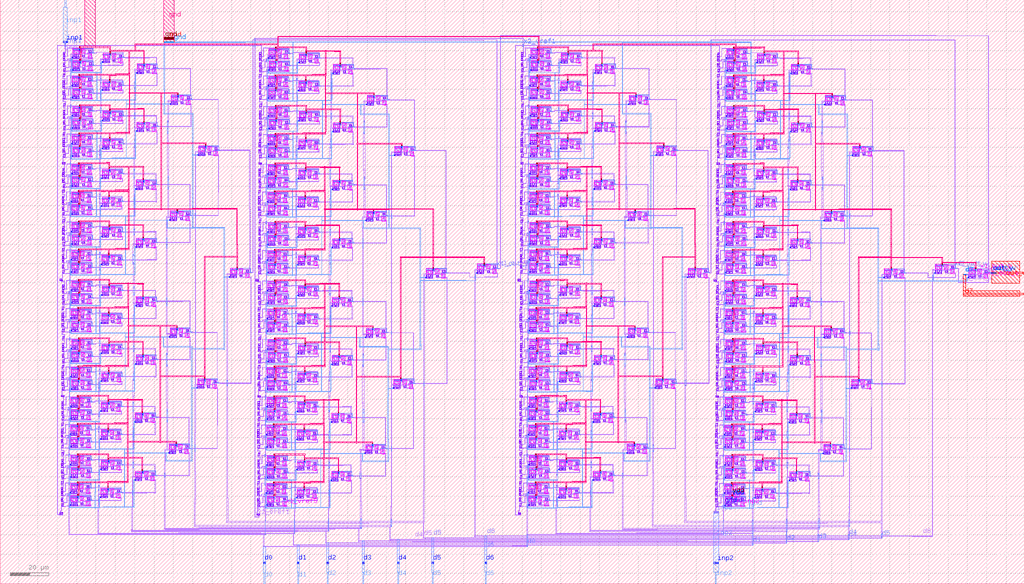
<source format=lef>
VERSION 5.7 ;
  NOWIREEXTENSIONATPIN ON ;
  DIVIDERCHAR "/" ;
  BUSBITCHARS "[]" ;
MACRO 8bitdac_layout
  CLASS BLOCK ;
  FOREIGN 8bitdac_layout ;
  ORIGIN 29.390 25.310 ;
  SIZE 528.610 BY 301.560 ;
  PIN x1_vref5
    ANTENNADIFFAREA 1.081500 ;
    PORT
      LAYER nwell ;
        RECT 116.330 14.860 118.250 17.120 ;
        RECT 117.300 14.770 118.150 14.860 ;
      LAYER li1 ;
        RECT 113.550 15.300 113.850 16.300 ;
        RECT 117.600 15.300 117.860 16.850 ;
        RECT 113.500 15.290 118.750 15.300 ;
        RECT 103.380 15.210 103.630 15.220 ;
        RECT 103.380 14.750 104.360 15.210 ;
        RECT 113.500 15.000 118.770 15.290 ;
        RECT 103.380 14.450 103.630 14.750 ;
        RECT 111.350 14.660 113.190 14.670 ;
        RECT 118.600 14.660 118.770 15.000 ;
        RECT 105.090 14.650 105.330 14.660 ;
        RECT 106.170 14.650 118.770 14.660 ;
        RECT 105.090 14.490 118.770 14.650 ;
        RECT 105.090 14.480 116.600 14.490 ;
        RECT 105.080 14.470 111.400 14.480 ;
        RECT 112.950 14.470 116.600 14.480 ;
        RECT 105.080 14.460 106.950 14.470 ;
        RECT 105.080 14.450 105.330 14.460 ;
        RECT 103.380 14.280 105.330 14.450 ;
        RECT 103.380 13.980 103.650 14.280 ;
        RECT 103.390 13.720 103.650 13.980 ;
        RECT 103.370 13.330 103.670 13.720 ;
        RECT 103.360 12.930 103.670 13.330 ;
        RECT 103.360 12.670 103.650 12.930 ;
        RECT 103.340 12.500 103.650 12.670 ;
        RECT 103.340 12.140 103.630 12.500 ;
        RECT 103.330 12.090 103.630 12.140 ;
        RECT 103.330 11.790 103.600 12.090 ;
        RECT 103.000 11.640 103.600 11.790 ;
        RECT 103.000 10.920 103.510 11.640 ;
        RECT 103.050 10.090 103.500 10.920 ;
    END
  END x1_vref5
  PIN x2_vref1
    ANTENNADIFFAREA 0.126000 ;
    PORT
      LAYER li1 ;
        RECT 105.950 256.390 108.730 256.400 ;
        RECT 105.950 256.370 187.300 256.390 ;
        RECT 101.850 256.360 187.300 256.370 ;
        RECT 101.850 256.170 240.770 256.360 ;
        RECT 101.850 256.150 106.950 256.170 ;
        RECT 101.860 256.050 102.260 256.150 ;
        RECT 240.490 253.310 240.770 256.170 ;
        RECT 240.460 252.970 240.790 253.310 ;
        RECT 240.490 252.950 240.770 252.970 ;
        RECT 101.910 247.800 102.280 252.160 ;
        RECT 240.510 251.450 240.800 252.250 ;
        RECT 240.520 251.320 240.800 251.450 ;
        RECT 240.520 251.140 240.810 251.320 ;
        RECT 240.530 250.870 240.810 251.140 ;
        RECT 240.530 250.640 240.830 250.870 ;
        RECT 240.540 250.470 240.830 250.640 ;
        RECT 240.550 249.670 240.810 250.470 ;
        RECT 240.550 249.070 240.800 249.670 ;
        RECT 239.760 248.620 240.800 249.070 ;
        RECT 101.900 130.960 102.300 247.800 ;
        RECT 101.900 130.810 102.330 130.960 ;
        RECT 101.930 14.050 102.330 130.810 ;
        RECT 101.930 11.560 102.360 14.050 ;
        RECT 101.910 11.440 102.360 11.560 ;
        RECT 101.910 9.400 102.340 11.440 ;
        RECT 103.910 9.870 104.370 10.740 ;
        RECT 103.880 9.400 104.390 9.870 ;
        RECT 101.910 8.950 104.420 9.400 ;
        RECT 101.930 8.940 104.420 8.950 ;
      LAYER mcon ;
        RECT 101.995 256.105 102.165 256.275 ;
        RECT 240.555 253.045 240.725 253.215 ;
        RECT 101.995 251.885 102.165 252.055 ;
        RECT 240.595 252.035 240.765 252.205 ;
      LAYER met1 ;
        RECT 101.880 251.790 102.250 256.380 ;
        RECT 240.460 253.290 240.790 253.310 ;
        RECT 240.460 252.970 240.840 253.290 ;
        RECT 240.500 252.280 240.840 252.970 ;
        RECT 240.490 252.060 240.840 252.280 ;
        RECT 240.490 251.940 240.820 252.060 ;
    END
  END x2_vref1
  PIN inp1
    ANTENNADIFFAREA 0.060900 ;
    PORT
      LAYER li1 ;
        RECT 3.980 252.930 4.270 253.360 ;
        RECT 3.980 251.510 4.270 252.310 ;
        RECT 3.990 251.380 4.270 251.510 ;
        RECT 3.990 251.200 4.280 251.380 ;
        RECT 4.000 250.930 4.280 251.200 ;
        RECT 4.000 250.700 4.300 250.930 ;
        RECT 4.010 250.530 4.300 250.700 ;
        RECT 4.020 249.730 4.280 250.530 ;
        RECT 4.020 249.130 4.270 249.730 ;
        RECT 3.230 248.680 4.270 249.130 ;
      LAYER mcon ;
        RECT 4.055 252.955 4.225 253.125 ;
        RECT 4.045 252.085 4.215 252.255 ;
      LAYER met1 ;
        RECT 3.125 253.925 5.265 254.900 ;
        RECT 3.980 252.020 4.270 253.925 ;
      LAYER via ;
        RECT 3.170 254.790 4.015 254.795 ;
        RECT 3.170 253.960 5.155 254.790 ;
        RECT 4.030 253.955 5.155 253.960 ;
      LAYER met2 ;
        RECT 3.795 272.355 4.685 276.250 ;
        RECT 3.125 253.925 5.265 272.355 ;
    END
  END inp1
  PIN inp2
    ANTENNADIFFAREA 1.020600 ;
    PORT
      LAYER nwell ;
        RECT 352.860 14.800 354.780 17.060 ;
        RECT 353.830 14.710 354.680 14.800 ;
      LAYER li1 ;
        RECT 350.080 15.240 350.380 16.240 ;
        RECT 354.130 15.240 354.390 16.790 ;
        RECT 350.030 15.230 355.280 15.240 ;
        RECT 339.910 15.150 340.160 15.160 ;
        RECT 339.910 14.690 340.890 15.150 ;
        RECT 350.030 14.940 355.300 15.230 ;
        RECT 339.910 14.390 340.160 14.690 ;
        RECT 347.880 14.600 349.720 14.610 ;
        RECT 355.130 14.600 355.300 14.940 ;
        RECT 341.620 14.590 341.860 14.600 ;
        RECT 342.700 14.590 355.300 14.600 ;
        RECT 341.620 14.430 355.300 14.590 ;
        RECT 341.620 14.420 353.130 14.430 ;
        RECT 341.610 14.410 347.930 14.420 ;
        RECT 349.480 14.410 353.130 14.420 ;
        RECT 341.610 14.400 343.480 14.410 ;
        RECT 341.610 14.390 341.860 14.400 ;
        RECT 339.910 14.220 341.860 14.390 ;
        RECT 339.910 13.920 340.180 14.220 ;
        RECT 339.920 13.660 340.180 13.920 ;
        RECT 339.900 13.270 340.200 13.660 ;
        RECT 339.890 12.870 340.200 13.270 ;
        RECT 339.890 12.610 340.180 12.870 ;
        RECT 339.870 12.440 340.180 12.610 ;
        RECT 339.870 12.080 340.160 12.440 ;
        RECT 339.860 12.030 340.160 12.080 ;
        RECT 339.860 11.770 340.130 12.030 ;
        RECT 339.045 11.105 341.490 11.770 ;
      LAYER mcon ;
        RECT 339.150 11.400 341.425 11.695 ;
        RECT 339.150 11.230 341.430 11.400 ;
      LAYER met1 ;
        RECT 339.040 -15.045 341.500 12.055 ;
      LAYER via ;
        RECT 339.115 -14.245 339.375 -14.240 ;
        RECT 339.115 -14.250 339.660 -14.245 ;
        RECT 340.265 -14.250 340.525 -14.245 ;
        RECT 339.115 -15.030 340.195 -14.250 ;
        RECT 339.400 -15.035 340.195 -15.030 ;
        RECT 340.265 -15.035 341.345 -14.250 ;
      LAYER met2 ;
        RECT 339.040 -19.450 341.500 -14.220 ;
        RECT 339.785 -25.310 340.365 -19.450 ;
    END
  END inp2
  PIN d7
    ANTENNAGATEAREA 0.271500 ;
    PORT
      LAYER li1 ;
        RECT 469.650 134.150 470.550 134.610 ;
        RECT 469.770 134.140 470.550 134.150 ;
      LAYER mcon ;
        RECT 469.835 134.300 470.005 134.470 ;
      LAYER met1 ;
        RECT 468.515 134.135 470.100 134.610 ;
      LAYER via ;
        RECT 468.550 134.250 469.065 134.510 ;
      LAYER met2 ;
        RECT 467.920 134.135 469.100 134.610 ;
      LAYER via2 ;
        RECT 467.970 134.230 468.250 134.510 ;
        RECT 468.290 134.235 468.570 134.515 ;
        RECT 468.595 134.235 468.875 134.515 ;
      LAYER met3 ;
        RECT 467.920 125.975 469.085 134.610 ;
        RECT 467.920 124.760 497.080 125.975 ;
        RECT 467.920 123.960 499.220 124.760 ;
        RECT 467.920 123.105 497.080 123.960 ;
        RECT 467.920 123.100 469.085 123.105 ;
    END
  END d7
  PIN out_v
    ANTENNADIFFAREA 1.516100 ;
    PORT
      LAYER li1 ;
        RECT 476.620 134.660 476.880 136.270 ;
        RECT 479.170 135.200 479.470 136.250 ;
        RECT 476.610 134.600 476.880 134.660 ;
        RECT 478.160 134.940 479.470 135.200 ;
        RECT 481.600 134.940 482.600 135.260 ;
        RECT 478.160 134.600 478.470 134.940 ;
        RECT 476.610 134.310 478.470 134.600 ;
        RECT 476.610 134.300 476.920 134.310 ;
        RECT 478.160 134.300 478.470 134.310 ;
        RECT 476.620 133.250 476.920 134.300 ;
        RECT 479.220 133.200 479.470 134.940 ;
      LAYER mcon ;
        RECT 479.230 135.010 479.400 135.180 ;
        RECT 481.655 135.010 481.825 135.180 ;
      LAYER met1 ;
        RECT 481.600 135.250 483.290 135.265 ;
        RECT 479.170 134.950 483.290 135.250 ;
        RECT 481.600 134.935 483.290 134.950 ;
        RECT 481.600 134.930 481.930 134.935 ;
      LAYER via ;
        RECT 481.950 134.975 482.860 135.235 ;
        RECT 482.865 134.975 483.125 135.235 ;
      LAYER met2 ;
        RECT 481.600 134.935 485.000 135.265 ;
      LAYER via2 ;
        RECT 483.095 134.960 483.375 135.240 ;
        RECT 483.410 134.955 483.690 135.235 ;
        RECT 483.705 134.955 484.260 135.235 ;
        RECT 484.270 134.955 484.830 135.235 ;
      LAYER met3 ;
        RECT 482.575 135.595 497.005 141.245 ;
        RECT 482.575 134.795 499.220 135.595 ;
        RECT 482.575 129.945 497.005 134.795 ;
    END
  END out_v
  PIN x1_out_v
    ANTENNADIFFAREA 2.463700 ;
    PORT
      LAYER nwell ;
        RECT 475.620 137.050 476.470 137.160 ;
        RECT 475.400 134.820 477.310 137.050 ;
      LAYER li1 ;
        RECT 228.850 257.770 453.900 257.810 ;
        RECT 476.800 257.770 480.920 257.790 ;
        RECT 228.850 257.600 480.920 257.770 ;
        RECT 228.850 256.630 229.120 257.600 ;
        RECT 476.820 257.580 480.920 257.600 ;
        RECT 480.740 257.330 480.920 257.580 ;
        RECT 228.840 249.080 229.090 255.980 ;
        RECT 222.790 137.070 223.050 138.680 ;
        RECT 225.340 137.610 225.640 138.660 ;
        RECT 228.840 137.710 229.080 249.080 ;
        RECT 480.740 246.010 480.950 257.330 ;
        RECT 480.730 138.110 480.950 246.010 ;
        RECT 480.730 137.900 480.980 138.110 ;
        RECT 222.780 137.010 223.050 137.070 ;
        RECT 224.330 137.350 225.640 137.610 ;
        RECT 227.840 137.370 229.080 137.710 ;
        RECT 224.330 137.010 224.640 137.350 ;
        RECT 222.780 136.720 224.640 137.010 ;
        RECT 222.780 136.710 223.090 136.720 ;
        RECT 224.330 136.710 224.640 136.720 ;
        RECT 222.790 135.660 223.090 136.710 ;
        RECT 225.390 135.610 225.640 137.350 ;
        RECT 480.750 136.900 480.980 137.900 ;
        RECT 475.720 136.610 480.980 136.900 ;
        RECT 475.720 136.600 480.970 136.610 ;
        RECT 475.920 135.050 476.170 136.600 ;
        RECT 479.920 135.650 480.220 136.600 ;
      LAYER mcon ;
        RECT 228.885 256.680 229.055 256.850 ;
        RECT 228.885 255.780 229.055 255.950 ;
        RECT 225.400 137.420 225.570 137.590 ;
        RECT 227.960 137.435 228.130 137.605 ;
      LAYER met1 ;
        RECT 228.830 256.860 229.120 256.920 ;
        RECT 228.820 256.630 229.120 256.860 ;
        RECT 228.840 255.960 229.110 256.630 ;
        RECT 228.830 255.700 229.110 255.960 ;
        RECT 227.840 137.660 228.220 137.700 ;
        RECT 225.340 137.370 228.220 137.660 ;
        RECT 225.340 137.360 228.040 137.370 ;
    END
  END x1_out_v
  PIN x2_out_v
    ANTENNADIFFAREA 2.471600 ;
    PORT
      LAYER nwell ;
        RECT 478.650 132.410 480.570 134.670 ;
        RECT 479.620 132.320 480.470 132.410 ;
      LAYER li1 ;
        RECT 459.320 137.010 459.580 138.620 ;
        RECT 461.870 137.550 462.170 138.600 ;
        RECT 465.160 137.650 465.560 137.670 ;
        RECT 459.310 136.950 459.580 137.010 ;
        RECT 460.860 137.290 462.170 137.550 ;
        RECT 464.370 137.310 465.600 137.650 ;
        RECT 460.860 136.950 461.170 137.290 ;
        RECT 459.310 136.660 461.170 136.950 ;
        RECT 459.310 136.650 459.620 136.660 ;
        RECT 460.860 136.650 461.170 136.660 ;
        RECT 459.320 135.600 459.620 136.650 ;
        RECT 461.920 135.550 462.170 137.290 ;
        RECT 465.160 130.480 465.560 137.310 ;
        RECT 475.870 132.850 476.170 133.850 ;
        RECT 479.920 132.850 480.180 134.400 ;
        RECT 475.820 132.550 481.070 132.850 ;
        RECT 480.860 131.820 481.070 132.550 ;
        RECT 480.860 130.600 481.090 131.820 ;
        RECT 480.860 130.500 481.060 130.600 ;
        RECT 467.700 130.480 481.060 130.500 ;
        RECT 465.160 130.150 481.060 130.480 ;
        RECT 465.160 130.130 467.810 130.150 ;
      LAYER mcon ;
        RECT 461.930 137.360 462.100 137.530 ;
        RECT 464.490 137.375 464.660 137.545 ;
      LAYER met1 ;
        RECT 464.370 137.600 464.750 137.640 ;
        RECT 461.870 137.310 464.750 137.600 ;
        RECT 461.870 137.300 464.570 137.310 ;
    END
  END x2_out_v
  PIN d6
    ANTENNAGATEAREA 0.543000 ;
    PORT
      LAYER li1 ;
        RECT 215.680 137.020 216.100 137.040 ;
        RECT 215.610 136.550 216.720 137.020 ;
        RECT 452.210 136.960 452.630 136.980 ;
        RECT 215.610 136.520 216.100 136.550 ;
        RECT 215.610 133.410 215.810 136.520 ;
        RECT 451.880 136.490 453.250 136.960 ;
        RECT 451.880 136.460 452.630 136.490 ;
        RECT 451.880 133.290 452.340 136.460 ;
        RECT 215.550 132.360 215.820 132.630 ;
        RECT 215.580 127.030 215.820 132.360 ;
        RECT 215.550 121.930 215.820 127.030 ;
        RECT 215.510 119.640 215.820 121.930 ;
        RECT 215.510 6.460 215.770 119.640 ;
        RECT 215.460 -0.540 215.790 6.460 ;
        RECT 441.460 -0.510 448.210 -0.490 ;
        RECT 451.880 -0.510 452.170 132.300 ;
        RECT 441.460 -0.540 452.170 -0.510 ;
        RECT 215.450 -0.840 452.170 -0.540 ;
        RECT 215.450 -0.860 425.550 -0.840 ;
        RECT 426.130 -0.860 452.170 -0.840 ;
        RECT 215.450 -0.930 216.180 -0.860 ;
        RECT 441.460 -0.920 452.170 -0.860 ;
      LAYER mcon ;
        RECT 215.620 133.485 215.790 133.655 ;
        RECT 452.005 133.605 452.175 133.775 ;
        RECT 215.600 132.415 215.770 132.585 ;
        RECT 451.945 131.835 452.115 132.005 ;
        RECT 220.835 -0.770 221.005 -0.600 ;
        RECT 221.095 -0.770 221.265 -0.600 ;
        RECT 221.345 -0.770 221.515 -0.600 ;
        RECT 221.605 -0.770 221.775 -0.600 ;
      LAYER met1 ;
        RECT 215.580 133.710 215.810 133.790 ;
        RECT 215.580 133.430 215.820 133.710 ;
        RECT 215.580 132.630 215.810 133.430 ;
        RECT 215.550 132.360 215.810 132.630 ;
        RECT 215.580 132.350 215.810 132.360 ;
        RECT 451.810 131.700 452.340 133.960 ;
        RECT 220.760 -15.035 221.880 -0.495 ;
      LAYER via ;
        RECT 220.895 -14.965 221.740 -14.130 ;
      LAYER met2 ;
        RECT 220.765 -19.465 221.870 -13.990 ;
        RECT 220.960 -25.310 221.540 -19.465 ;
    END
  END d6
  PIN d5
    ANTENNAGATEAREA 1.086000 ;
    PORT
      LAYER li1 ;
        RECT 88.020 134.880 88.430 134.890 ;
        RECT 88.020 134.860 89.130 134.880 ;
        RECT 87.560 134.430 89.130 134.860 ;
        RECT 324.550 134.820 324.960 134.830 ;
        RECT 324.550 134.800 325.660 134.820 ;
        RECT 87.560 79.180 88.160 134.430 ;
        RECT 88.350 134.410 89.130 134.430 ;
        RECT 189.240 134.690 189.740 134.700 ;
        RECT 189.240 134.240 190.440 134.690 ;
        RECT 189.240 78.750 189.450 134.240 ;
        RECT 189.660 134.220 190.440 134.240 ;
        RECT 324.090 134.370 325.660 134.800 ;
        RECT 324.090 79.120 324.690 134.370 ;
        RECT 324.880 134.350 325.660 134.370 ;
        RECT 425.770 134.630 426.270 134.640 ;
        RECT 425.770 134.180 426.970 134.630 ;
        RECT 425.770 78.690 425.980 134.180 ;
        RECT 426.190 134.160 426.970 134.180 ;
        RECT 87.410 70.790 88.060 77.510 ;
        RECT 189.210 76.680 189.430 77.090 ;
        RECT 87.410 69.850 88.100 70.790 ;
        RECT 87.500 19.230 88.100 69.850 ;
        RECT 189.220 22.840 189.430 76.680 ;
        RECT 323.940 70.730 324.590 77.450 ;
        RECT 425.740 76.620 425.960 77.030 ;
        RECT 323.940 69.790 324.630 70.730 ;
        RECT 87.400 7.070 88.300 19.230 ;
        RECT 188.920 7.070 189.520 22.840 ;
        RECT 324.030 19.170 324.630 69.790 ;
        RECT 425.750 22.780 425.960 76.620 ;
        RECT 87.250 6.280 189.530 7.070 ;
        RECT 323.930 7.010 324.830 19.170 ;
        RECT 425.450 7.010 426.050 22.780 ;
        RECT 87.250 6.200 96.750 6.280 ;
        RECT 139.240 6.170 189.530 6.280 ;
        RECT 323.780 6.220 426.060 7.010 ;
        RECT 139.240 6.020 160.990 6.170 ;
        RECT 189.040 -1.500 189.340 6.170 ;
        RECT 323.780 6.140 333.280 6.220 ;
        RECT 375.770 6.110 426.060 6.220 ;
        RECT 375.770 5.960 397.520 6.110 ;
        RECT 425.600 2.160 425.910 6.110 ;
        RECT 425.600 0.490 425.950 2.160 ;
        RECT 425.600 0.360 426.010 0.490 ;
        RECT 425.630 0.040 426.010 0.360 ;
        RECT 425.630 -0.020 425.950 0.040 ;
        RECT 425.600 -1.360 425.910 -1.190 ;
        RECT 189.000 -1.520 316.600 -1.500 ;
        RECT 425.600 -1.520 425.970 -1.360 ;
        RECT 189.000 -1.810 425.970 -1.520 ;
        RECT 189.000 -1.830 425.890 -1.810 ;
        RECT 189.000 -1.860 316.600 -1.830 ;
        RECT 189.040 -1.900 189.340 -1.860 ;
      LAYER mcon ;
        RECT 87.760 79.370 87.930 79.540 ;
        RECT 324.290 79.310 324.460 79.480 ;
        RECT 189.270 78.830 189.440 79.000 ;
        RECT 425.800 78.770 425.970 78.940 ;
        RECT 87.660 77.180 87.830 77.350 ;
        RECT 324.190 77.120 324.360 77.290 ;
        RECT 189.240 76.760 189.410 76.930 ;
        RECT 425.770 76.700 425.940 76.870 ;
        RECT 425.710 0.180 425.880 0.350 ;
        RECT 425.670 -1.490 425.840 -1.320 ;
        RECT 193.390 -1.750 193.560 -1.580 ;
        RECT 193.650 -1.750 193.820 -1.580 ;
        RECT 193.900 -1.750 194.070 -1.580 ;
        RECT 194.160 -1.750 194.330 -1.580 ;
      LAYER met1 ;
        RECT 87.410 76.950 88.150 79.740 ;
        RECT 189.210 76.670 189.470 79.100 ;
        RECT 323.940 76.890 324.680 79.680 ;
        RECT 425.740 76.610 426.000 79.040 ;
        RECT 425.610 0.490 425.930 0.630 ;
        RECT 425.610 0.040 426.010 0.490 ;
        RECT 425.610 -1.030 425.930 0.040 ;
        RECT 425.570 -1.360 425.930 -1.030 ;
        RECT 193.315 -15.040 194.435 -1.500 ;
        RECT 425.570 -1.810 425.970 -1.360 ;
        RECT 425.570 -1.890 425.890 -1.810 ;
      LAYER via ;
        RECT 193.450 -14.970 194.295 -14.135 ;
      LAYER met2 ;
        RECT 193.320 -19.465 194.425 -13.995 ;
        RECT 193.520 -25.310 194.100 -19.465 ;
    END
  END d5
  PIN d4
    ANTENNAGATEAREA 2.172000 ;
    PORT
      LAYER li1 ;
        RECT 71.200 198.010 71.790 198.050 ;
        RECT 72.020 198.010 72.800 198.020 ;
        RECT 71.200 197.560 72.800 198.010 ;
        RECT 307.730 197.950 308.320 197.990 ;
        RECT 308.550 197.950 309.330 197.960 ;
        RECT 71.200 197.550 71.790 197.560 ;
        RECT 72.020 197.550 72.800 197.560 ;
        RECT 172.510 197.820 173.100 197.860 ;
        RECT 173.330 197.820 174.110 197.830 ;
        RECT 71.200 165.890 71.430 197.550 ;
        RECT 172.510 197.370 174.110 197.820 ;
        RECT 172.510 197.360 173.100 197.370 ;
        RECT 173.330 197.360 174.110 197.370 ;
        RECT 307.730 197.500 309.330 197.950 ;
        RECT 307.730 197.490 308.320 197.500 ;
        RECT 308.550 197.490 309.330 197.500 ;
        RECT 409.040 197.760 409.630 197.800 ;
        RECT 409.860 197.760 410.640 197.770 ;
        RECT 71.120 165.540 71.530 165.890 ;
        RECT 172.510 165.700 172.740 197.360 ;
        RECT 307.730 165.830 307.960 197.490 ;
        RECT 409.040 197.310 410.640 197.760 ;
        RECT 409.040 197.300 409.630 197.310 ;
        RECT 409.860 197.300 410.640 197.310 ;
        RECT 172.430 165.350 172.840 165.700 ;
        RECT 307.650 165.480 308.060 165.830 ;
        RECT 409.040 165.640 409.270 197.300 ;
        RECT 408.960 165.290 409.370 165.640 ;
        RECT 71.170 163.620 71.580 163.970 ;
        RECT 71.220 110.690 71.450 163.620 ;
        RECT 172.480 163.430 172.890 163.780 ;
        RECT 307.700 163.560 308.110 163.910 ;
        RECT 71.240 109.430 71.440 110.690 ;
        RECT 172.530 110.500 172.760 163.430 ;
        RECT 307.750 110.630 307.980 163.560 ;
        RECT 409.010 163.370 409.420 163.720 ;
        RECT 71.230 109.370 71.440 109.430 ;
        RECT 71.230 107.960 71.430 109.370 ;
        RECT 172.550 109.240 172.750 110.500 ;
        RECT 307.770 109.370 307.970 110.630 ;
        RECT 409.060 110.440 409.290 163.370 ;
        RECT 71.220 107.900 71.430 107.960 ;
        RECT 172.540 109.180 172.750 109.240 ;
        RECT 307.760 109.310 307.970 109.370 ;
        RECT 71.220 105.280 71.420 107.900 ;
        RECT 172.540 107.770 172.740 109.180 ;
        RECT 307.760 107.900 307.960 109.310 ;
        RECT 409.080 109.180 409.280 110.440 ;
        RECT 172.530 107.710 172.740 107.770 ;
        RECT 307.750 107.840 307.960 107.900 ;
        RECT 409.070 109.120 409.280 109.180 ;
        RECT 71.150 104.860 71.540 105.280 ;
        RECT 172.530 105.090 172.730 107.710 ;
        RECT 307.750 105.220 307.950 107.840 ;
        RECT 409.070 107.710 409.270 109.120 ;
        RECT 409.060 107.650 409.270 107.710 ;
        RECT 172.460 104.670 172.850 105.090 ;
        RECT 307.680 104.800 308.070 105.220 ;
        RECT 409.060 105.030 409.260 107.650 ;
        RECT 408.990 104.610 409.380 105.030 ;
        RECT 71.130 103.630 71.520 104.050 ;
        RECT 71.220 101.950 71.420 103.630 ;
        RECT 172.440 103.440 172.830 103.860 ;
        RECT 307.660 103.570 308.050 103.990 ;
        RECT 71.220 101.870 71.440 101.950 ;
        RECT 71.230 77.800 71.440 101.870 ;
        RECT 172.530 101.760 172.730 103.440 ;
        RECT 307.750 101.890 307.950 103.570 ;
        RECT 408.970 103.380 409.360 103.800 ;
        RECT 307.750 101.810 307.970 101.890 ;
        RECT 172.530 101.680 172.750 101.760 ;
        RECT 172.540 77.960 172.750 101.680 ;
        RECT 70.940 77.780 71.620 77.800 ;
        RECT 70.940 77.310 72.300 77.780 ;
        RECT 172.480 77.610 172.750 77.960 ;
        RECT 307.760 77.740 307.970 101.810 ;
        RECT 409.060 101.700 409.260 103.380 ;
        RECT 409.060 101.620 409.280 101.700 ;
        RECT 409.070 77.900 409.280 101.620 ;
        RECT 307.470 77.720 308.150 77.740 ;
        RECT 172.480 77.590 172.930 77.610 ;
        RECT 70.940 77.300 71.570 77.310 ;
        RECT 70.940 77.260 71.480 77.300 ;
        RECT 70.990 58.730 71.430 77.260 ;
        RECT 70.900 52.930 71.430 58.730 ;
        RECT 172.480 77.120 173.610 77.590 ;
        RECT 307.470 77.250 308.830 77.720 ;
        RECT 409.010 77.550 409.280 77.900 ;
        RECT 409.010 77.530 409.460 77.550 ;
        RECT 307.470 77.240 308.100 77.250 ;
        RECT 307.470 77.200 308.010 77.240 ;
        RECT 172.480 77.110 172.880 77.120 ;
        RECT 70.900 49.580 71.340 52.930 ;
        RECT 70.900 46.160 71.380 49.580 ;
        RECT 172.480 49.400 172.700 77.110 ;
        RECT 307.520 58.670 307.960 77.200 ;
        RECT 70.910 45.980 71.380 46.160 ;
        RECT 172.440 48.830 172.700 49.400 ;
        RECT 307.430 52.870 307.960 58.670 ;
        RECT 409.010 77.060 410.140 77.530 ;
        RECT 409.010 77.050 409.410 77.060 ;
        RECT 307.430 49.520 307.870 52.870 ;
        RECT 172.440 45.170 172.690 48.830 ;
        RECT 307.430 46.100 307.910 49.520 ;
        RECT 409.010 49.340 409.230 77.050 ;
        RECT 307.440 45.920 307.910 46.100 ;
        RECT 408.970 48.770 409.230 49.340 ;
        RECT 408.970 45.110 409.220 48.770 ;
        RECT 70.900 32.900 71.340 43.670 ;
        RECT 172.470 43.430 172.690 43.470 ;
        RECT 172.450 43.140 172.690 43.430 ;
        RECT 70.910 32.540 71.320 32.900 ;
        RECT 70.910 31.870 71.470 32.540 ;
        RECT 70.930 17.970 71.470 31.870 ;
        RECT 70.710 16.100 71.470 17.970 ;
        RECT 70.710 4.860 71.320 16.100 ;
        RECT 172.470 14.640 172.690 43.140 ;
        RECT 307.430 32.840 307.870 43.610 ;
        RECT 409.000 43.370 409.220 43.410 ;
        RECT 408.980 43.080 409.220 43.370 ;
        RECT 307.440 32.480 307.850 32.840 ;
        RECT 307.440 31.810 308.000 32.480 ;
        RECT 307.460 17.910 308.000 31.810 ;
        RECT 172.270 14.370 172.690 14.640 ;
        RECT 307.240 16.040 308.000 17.910 ;
        RECT 172.270 13.950 172.740 14.370 ;
        RECT 172.310 11.190 172.740 13.950 ;
        RECT 172.270 10.690 172.740 11.190 ;
        RECT 172.270 7.510 172.700 10.690 ;
        RECT 171.730 5.020 172.030 5.100 ;
        RECT 169.350 4.930 172.630 5.020 ;
        RECT 103.340 4.860 172.630 4.930 ;
        RECT 70.710 4.250 172.630 4.860 ;
        RECT 70.710 4.180 104.170 4.250 ;
        RECT 169.350 4.180 172.630 4.250 ;
        RECT 307.240 4.800 307.850 16.040 ;
        RECT 409.000 14.580 409.220 43.080 ;
        RECT 408.800 14.310 409.220 14.580 ;
        RECT 408.800 13.890 409.270 14.310 ;
        RECT 408.840 11.130 409.270 13.890 ;
        RECT 408.800 10.630 409.270 11.130 ;
        RECT 408.800 7.450 409.230 10.630 ;
        RECT 408.450 4.960 408.940 5.010 ;
        RECT 405.880 4.870 409.160 4.960 ;
        RECT 339.870 4.800 409.160 4.870 ;
        RECT 307.240 4.190 409.160 4.800 ;
        RECT 171.730 -2.210 172.030 4.180 ;
        RECT 307.240 4.120 340.700 4.190 ;
        RECT 405.880 4.120 409.160 4.190 ;
        RECT 408.450 0.260 408.940 4.120 ;
        RECT 408.440 0.040 408.950 0.260 ;
        RECT 408.450 -0.240 408.940 0.040 ;
        RECT 171.750 -2.340 172.030 -2.210 ;
        RECT 408.440 -2.300 408.950 -2.100 ;
        RECT 221.400 -2.320 408.950 -2.300 ;
        RECT 196.500 -2.340 408.940 -2.320 ;
        RECT 171.750 -2.600 408.940 -2.340 ;
        RECT 171.750 -2.620 408.790 -2.600 ;
        RECT 171.750 -2.640 353.950 -2.620 ;
        RECT 171.750 -2.660 221.520 -2.640 ;
        RECT 171.750 -2.670 196.710 -2.660 ;
        RECT 172.240 -2.680 196.710 -2.670 ;
      LAYER mcon ;
        RECT 71.250 165.635 71.420 165.805 ;
        RECT 172.560 165.445 172.730 165.615 ;
        RECT 307.780 165.575 307.950 165.745 ;
        RECT 409.090 165.385 409.260 165.555 ;
        RECT 71.275 163.710 71.445 163.880 ;
        RECT 172.585 163.520 172.755 163.690 ;
        RECT 307.805 163.650 307.975 163.820 ;
        RECT 409.115 163.460 409.285 163.630 ;
        RECT 71.270 105.000 71.440 105.170 ;
        RECT 172.580 104.810 172.750 104.980 ;
        RECT 307.800 104.940 307.970 105.110 ;
        RECT 409.110 104.750 409.280 104.920 ;
        RECT 71.265 103.740 71.435 103.910 ;
        RECT 172.575 103.550 172.745 103.720 ;
        RECT 307.795 103.680 307.965 103.850 ;
        RECT 409.105 103.490 409.275 103.660 ;
        RECT 71.070 46.160 71.240 46.330 ;
        RECT 307.600 46.100 307.770 46.270 ;
        RECT 172.470 45.245 172.640 45.415 ;
        RECT 409.000 45.185 409.170 45.355 ;
        RECT 71.020 43.190 71.190 43.360 ;
        RECT 172.470 43.230 172.640 43.400 ;
        RECT 307.550 43.130 307.720 43.300 ;
        RECT 409.000 43.170 409.170 43.340 ;
        RECT 172.360 7.600 172.530 7.770 ;
        RECT 172.380 4.680 172.550 4.850 ;
        RECT 408.890 7.540 409.060 7.710 ;
        RECT 408.910 4.620 409.080 4.790 ;
        RECT 408.610 -0.090 408.780 0.080 ;
        RECT 175.665 -2.575 175.835 -2.405 ;
        RECT 175.925 -2.575 176.095 -2.405 ;
        RECT 176.175 -2.575 176.345 -2.405 ;
        RECT 176.435 -2.575 176.605 -2.405 ;
        RECT 408.620 -2.480 408.790 -2.310 ;
      LAYER met1 ;
        RECT 71.120 165.540 71.530 165.890 ;
        RECT 71.230 163.970 71.430 165.540 ;
        RECT 172.430 165.350 172.840 165.700 ;
        RECT 307.650 165.480 308.060 165.830 ;
        RECT 71.170 163.620 71.580 163.970 ;
        RECT 172.540 163.780 172.740 165.350 ;
        RECT 307.760 163.910 307.960 165.480 ;
        RECT 408.960 165.290 409.370 165.640 ;
        RECT 71.230 163.590 71.430 163.620 ;
        RECT 172.480 163.430 172.890 163.780 ;
        RECT 307.700 163.560 308.110 163.910 ;
        RECT 409.070 163.720 409.270 165.290 ;
        RECT 307.760 163.530 307.960 163.560 ;
        RECT 172.540 163.400 172.740 163.430 ;
        RECT 409.010 163.370 409.420 163.720 ;
        RECT 409.070 163.340 409.270 163.370 ;
        RECT 71.150 104.860 71.540 105.280 ;
        RECT 71.220 104.050 71.420 104.860 ;
        RECT 172.460 104.670 172.850 105.090 ;
        RECT 307.680 104.800 308.070 105.220 ;
        RECT 71.130 103.630 71.520 104.050 ;
        RECT 172.530 103.860 172.730 104.670 ;
        RECT 307.750 103.990 307.950 104.800 ;
        RECT 408.990 104.610 409.380 105.030 ;
        RECT 172.440 103.440 172.830 103.860 ;
        RECT 307.660 103.570 308.050 103.990 ;
        RECT 409.060 103.800 409.260 104.610 ;
        RECT 408.970 103.380 409.360 103.800 ;
        RECT 70.890 42.960 71.360 46.560 ;
        RECT 172.440 43.130 172.680 45.620 ;
        RECT 307.420 42.900 307.890 46.500 ;
        RECT 408.970 43.070 409.210 45.560 ;
        RECT 172.230 4.220 172.660 7.900 ;
        RECT 408.760 4.160 409.190 7.840 ;
        RECT 408.440 0.210 408.950 0.260 ;
        RECT 408.440 0.040 408.960 0.210 ;
        RECT 175.590 -15.040 176.710 -2.340 ;
        RECT 408.470 -2.670 408.960 0.040 ;
      LAYER via ;
        RECT 175.725 -14.970 176.570 -14.135 ;
      LAYER met2 ;
        RECT 175.595 -19.465 176.700 -13.995 ;
        RECT 175.845 -25.310 176.425 -19.465 ;
    END
  END d4
  PIN d3
    ANTENNAGATEAREA 4.344000 ;
    PORT
      LAYER li1 ;
        RECT 57.640 224.300 58.600 224.310 ;
        RECT 56.940 223.840 58.600 224.300 ;
        RECT 294.170 224.240 295.130 224.250 ;
        RECT 158.950 224.110 159.910 224.120 ;
        RECT 56.940 223.680 57.890 223.840 ;
        RECT 56.940 213.070 57.520 223.680 ;
        RECT 158.250 223.650 159.910 224.110 ;
        RECT 293.470 223.780 295.130 224.240 ;
        RECT 395.480 224.050 396.440 224.060 ;
        RECT 158.250 223.490 159.200 223.650 ;
        RECT 293.470 223.620 294.420 223.780 ;
        RECT 158.250 212.880 158.830 223.490 ;
        RECT 293.470 213.010 294.050 223.620 ;
        RECT 394.780 223.590 396.440 224.050 ;
        RECT 394.780 223.430 395.730 223.590 ;
        RECT 394.780 212.820 395.360 223.430 ;
        RECT 56.780 203.380 57.440 208.150 ;
        RECT 56.780 188.410 57.610 203.380 ;
        RECT 56.950 183.640 57.610 188.410 ;
        RECT 158.090 203.190 158.750 207.960 ;
        RECT 293.310 203.320 293.970 208.090 ;
        RECT 158.090 188.220 158.920 203.190 ;
        RECT 293.310 188.350 294.140 203.320 ;
        RECT 158.260 183.450 158.920 188.220 ;
        RECT 293.480 183.580 294.140 188.350 ;
        RECT 394.620 203.130 395.280 207.900 ;
        RECT 394.620 188.160 395.450 203.130 ;
        RECT 394.790 183.390 395.450 188.160 ;
        RECT 57.020 164.520 57.680 179.750 ;
        RECT 56.240 164.390 57.770 164.520 ;
        RECT 56.240 163.920 58.250 164.390 ;
        RECT 158.330 164.330 158.990 179.560 ;
        RECT 293.550 164.460 294.210 179.690 ;
        RECT 292.770 164.330 294.300 164.460 ;
        RECT 157.550 164.200 159.080 164.330 ;
        RECT 56.240 163.810 57.770 163.920 ;
        RECT 56.240 163.790 57.140 163.810 ;
        RECT 56.240 157.170 56.700 163.790 ;
        RECT 56.330 156.950 56.700 157.170 ;
        RECT 157.550 163.730 159.560 164.200 ;
        RECT 292.770 163.860 294.780 164.330 ;
        RECT 394.860 164.270 395.520 179.500 ;
        RECT 394.080 164.140 395.610 164.270 ;
        RECT 292.770 163.750 294.300 163.860 ;
        RECT 292.770 163.730 293.670 163.750 ;
        RECT 157.550 163.620 159.080 163.730 ;
        RECT 157.550 163.600 158.450 163.620 ;
        RECT 157.550 156.980 158.010 163.600 ;
        RECT 292.770 157.110 293.230 163.730 ;
        RECT 56.330 152.660 56.720 156.950 ;
        RECT 157.640 156.760 158.010 156.980 ;
        RECT 292.860 156.890 293.230 157.110 ;
        RECT 394.080 163.670 396.090 164.140 ;
        RECT 394.080 163.560 395.610 163.670 ;
        RECT 394.080 163.540 394.980 163.560 ;
        RECT 394.080 156.920 394.540 163.540 ;
        RECT 157.640 152.470 158.030 156.760 ;
        RECT 292.860 152.600 293.250 156.890 ;
        RECT 394.170 156.700 394.540 156.920 ;
        RECT 394.170 152.410 394.560 156.700 ;
        RECT 56.360 147.950 56.750 149.800 ;
        RECT 56.360 140.740 56.720 147.950 ;
        RECT 157.670 147.760 158.060 149.610 ;
        RECT 292.890 147.890 293.280 149.740 ;
        RECT 56.360 136.410 56.750 140.740 ;
        RECT 157.670 140.550 158.030 147.760 ;
        RECT 292.890 140.680 293.250 147.890 ;
        RECT 394.200 147.700 394.590 149.550 ;
        RECT 56.360 132.860 56.760 136.410 ;
        RECT 56.350 132.650 56.760 132.860 ;
        RECT 157.670 136.220 158.060 140.550 ;
        RECT 292.890 136.350 293.280 140.680 ;
        RECT 394.200 140.490 394.560 147.700 ;
        RECT 157.670 132.670 158.070 136.220 ;
        RECT 292.890 132.800 293.290 136.350 ;
        RECT 56.340 121.650 56.760 132.650 ;
        RECT 157.660 132.460 158.070 132.670 ;
        RECT 292.880 132.590 293.290 132.800 ;
        RECT 394.200 136.160 394.590 140.490 ;
        RECT 394.200 132.610 394.600 136.160 ;
        RECT 157.650 121.460 158.070 132.460 ;
        RECT 292.870 121.590 293.290 132.590 ;
        RECT 394.190 132.400 394.600 132.610 ;
        RECT 394.180 121.400 394.600 132.400 ;
        RECT 56.380 119.190 56.770 119.230 ;
        RECT 56.380 104.060 56.800 119.190 ;
        RECT 292.910 119.130 293.300 119.170 ;
        RECT 157.690 119.000 158.080 119.040 ;
        RECT 57.140 104.060 58.100 104.070 ;
        RECT 56.380 103.680 58.100 104.060 ;
        RECT 56.440 103.600 58.100 103.680 ;
        RECT 157.690 103.870 158.110 119.000 ;
        RECT 292.910 104.000 293.330 119.130 ;
        RECT 394.220 118.940 394.610 118.980 ;
        RECT 293.670 104.000 294.630 104.010 ;
        RECT 158.450 103.870 159.410 103.880 ;
        RECT 56.440 103.440 57.390 103.600 ;
        RECT 157.690 103.490 159.410 103.870 ;
        RECT 292.910 103.620 294.630 104.000 ;
        RECT 56.440 92.830 57.020 103.440 ;
        RECT 157.750 103.410 159.410 103.490 ;
        RECT 292.970 103.540 294.630 103.620 ;
        RECT 394.220 103.810 394.640 118.940 ;
        RECT 394.980 103.810 395.940 103.820 ;
        RECT 157.750 103.250 158.700 103.410 ;
        RECT 292.970 103.380 293.920 103.540 ;
        RECT 394.220 103.430 395.940 103.810 ;
        RECT 157.750 92.640 158.330 103.250 ;
        RECT 292.970 92.770 293.550 103.380 ;
        RECT 394.280 103.350 395.940 103.430 ;
        RECT 394.280 103.190 395.230 103.350 ;
        RECT 394.280 92.580 394.860 103.190 ;
        RECT 56.280 83.140 56.940 87.910 ;
        RECT 56.280 68.170 57.110 83.140 ;
        RECT 56.450 63.400 57.110 68.170 ;
        RECT 157.590 82.950 158.250 87.720 ;
        RECT 292.810 83.080 293.470 87.850 ;
        RECT 157.590 67.980 158.420 82.950 ;
        RECT 292.810 68.110 293.640 83.080 ;
        RECT 157.760 63.210 158.420 67.980 ;
        RECT 292.980 63.340 293.640 68.110 ;
        RECT 394.120 82.890 394.780 87.660 ;
        RECT 394.120 67.920 394.950 82.890 ;
        RECT 394.290 63.150 394.950 67.920 ;
        RECT 56.520 44.190 57.180 59.510 ;
        RECT 157.830 44.240 158.490 59.320 ;
        RECT 55.430 44.150 57.180 44.190 ;
        RECT 55.430 43.700 57.750 44.150 ;
        RECT 55.450 39.530 55.800 43.700 ;
        RECT 56.790 43.680 57.750 43.700 ;
        RECT 156.300 43.960 158.490 44.240 ;
        RECT 293.050 44.130 293.710 59.450 ;
        RECT 394.360 44.180 395.020 59.260 ;
        RECT 291.960 44.090 293.710 44.130 ;
        RECT 156.300 43.620 159.060 43.960 ;
        RECT 291.960 43.640 294.280 44.090 ;
        RECT 156.300 43.080 156.920 43.620 ;
        RECT 157.830 43.510 159.060 43.620 ;
        RECT 158.100 43.490 159.060 43.510 ;
        RECT 55.410 39.200 55.800 39.530 ;
        RECT 55.410 36.160 55.780 39.200 ;
        RECT 55.380 34.650 55.780 36.160 ;
        RECT 55.380 31.280 55.750 34.650 ;
        RECT 156.350 32.410 156.910 43.080 ;
        RECT 291.980 39.470 292.330 43.640 ;
        RECT 293.320 43.620 294.280 43.640 ;
        RECT 392.830 43.900 395.020 44.180 ;
        RECT 392.830 43.560 395.590 43.900 ;
        RECT 392.830 43.020 393.450 43.560 ;
        RECT 394.360 43.450 395.590 43.560 ;
        RECT 394.630 43.430 395.590 43.450 ;
        RECT 291.940 39.140 292.330 39.470 ;
        RECT 291.940 36.100 292.310 39.140 ;
        RECT 291.910 34.590 292.310 36.100 ;
        RECT 156.270 30.950 156.980 32.410 ;
        RECT 291.910 31.220 292.280 34.590 ;
        RECT 392.880 32.350 393.440 43.020 ;
        RECT 392.800 30.890 393.510 32.350 ;
        RECT 55.320 26.650 55.690 30.080 ;
        RECT 55.310 14.250 55.750 26.650 ;
        RECT 156.460 19.940 156.900 29.520 ;
        RECT 291.850 26.590 292.220 30.020 ;
        RECT 156.420 17.110 156.990 19.940 ;
        RECT 156.420 14.860 157.140 17.110 ;
        RECT 55.280 3.340 55.750 14.250 ;
        RECT 156.500 7.390 157.140 14.860 ;
        RECT 291.840 14.190 292.280 26.590 ;
        RECT 392.990 19.880 393.430 29.460 ;
        RECT 392.950 17.050 393.520 19.880 ;
        RECT 392.950 14.800 393.670 17.050 ;
        RECT 155.520 3.650 155.820 3.670 ;
        RECT 142.180 3.580 157.120 3.650 ;
        RECT 107.480 3.500 157.120 3.580 ;
        RECT 73.110 3.340 157.120 3.500 ;
        RECT 55.280 3.010 157.120 3.340 ;
        RECT 291.810 3.280 292.280 14.190 ;
        RECT 393.030 7.330 393.670 14.800 ;
        RECT 378.710 3.520 393.650 3.590 ;
        RECT 344.010 3.440 393.650 3.520 ;
        RECT 309.640 3.280 393.650 3.440 ;
        RECT 55.280 2.940 143.300 3.010 ;
        RECT 55.280 2.860 108.290 2.940 ;
        RECT 55.280 2.740 73.350 2.860 ;
        RECT 55.720 2.700 73.350 2.740 ;
        RECT 155.520 -3.180 155.820 3.010 ;
        RECT 291.810 2.950 393.650 3.280 ;
        RECT 291.810 2.880 379.830 2.950 ;
        RECT 291.810 2.800 344.820 2.880 ;
        RECT 291.810 2.680 309.880 2.800 ;
        RECT 292.250 2.640 309.880 2.680 ;
        RECT 392.710 0.250 393.190 2.950 ;
        RECT 392.700 -0.190 393.200 0.250 ;
        RECT 392.710 -0.220 393.190 -0.190 ;
        RECT 155.490 -3.220 183.420 -3.180 ;
        RECT 210.820 -3.220 287.110 -3.200 ;
        RECT 155.490 -3.240 325.260 -3.220 ;
        RECT 155.490 -3.300 363.470 -3.240 ;
        RECT 392.710 -3.300 393.190 -3.260 ;
        RECT 155.490 -3.480 393.190 -3.300 ;
        RECT 155.520 -3.520 155.820 -3.480 ;
        RECT 183.230 -3.520 393.190 -3.480 ;
        RECT 210.820 -3.560 393.190 -3.520 ;
        RECT 286.830 -3.580 393.190 -3.560 ;
        RECT 325.040 -3.600 393.190 -3.580 ;
        RECT 392.670 -3.650 393.190 -3.600 ;
      LAYER mcon ;
        RECT 57.080 213.310 57.250 213.480 ;
        RECT 158.390 213.120 158.560 213.290 ;
        RECT 293.610 213.250 293.780 213.420 ;
        RECT 394.920 213.060 395.090 213.230 ;
        RECT 57.120 207.490 57.290 207.660 ;
        RECT 158.430 207.300 158.600 207.470 ;
        RECT 293.650 207.430 293.820 207.600 ;
        RECT 394.960 207.240 395.130 207.410 ;
        RECT 57.250 184.210 57.420 184.380 ;
        RECT 158.560 184.020 158.730 184.190 ;
        RECT 293.780 184.150 293.950 184.320 ;
        RECT 395.090 183.960 395.260 184.130 ;
        RECT 57.250 179.010 57.420 179.180 ;
        RECT 158.560 178.820 158.730 178.990 ;
        RECT 293.780 178.950 293.950 179.120 ;
        RECT 395.090 178.760 395.260 178.930 ;
        RECT 56.505 152.850 56.675 153.020 ;
        RECT 157.815 152.660 157.985 152.830 ;
        RECT 293.035 152.790 293.205 152.960 ;
        RECT 394.345 152.600 394.515 152.770 ;
        RECT 56.415 149.320 56.585 149.490 ;
        RECT 157.725 149.130 157.895 149.300 ;
        RECT 292.945 149.260 293.115 149.430 ;
        RECT 394.255 149.070 394.425 149.240 ;
        RECT 56.455 121.790 56.625 121.960 ;
        RECT 157.765 121.600 157.935 121.770 ;
        RECT 292.985 121.730 293.155 121.900 ;
        RECT 394.295 121.540 394.465 121.710 ;
        RECT 56.525 118.680 56.695 118.850 ;
        RECT 157.835 118.490 158.005 118.660 ;
        RECT 293.055 118.620 293.225 118.790 ;
        RECT 394.365 118.430 394.535 118.600 ;
        RECT 56.580 93.070 56.750 93.240 ;
        RECT 157.890 92.880 158.060 93.050 ;
        RECT 293.110 93.010 293.280 93.180 ;
        RECT 394.420 92.820 394.590 92.990 ;
        RECT 56.620 87.250 56.790 87.420 ;
        RECT 157.930 87.060 158.100 87.230 ;
        RECT 293.150 87.190 293.320 87.360 ;
        RECT 394.460 87.000 394.630 87.170 ;
        RECT 56.750 63.970 56.920 64.140 ;
        RECT 158.060 63.780 158.230 63.950 ;
        RECT 293.280 63.910 293.450 64.080 ;
        RECT 394.590 63.720 394.760 63.890 ;
        RECT 56.750 58.770 56.920 58.940 ;
        RECT 158.060 58.580 158.230 58.750 ;
        RECT 293.280 58.710 293.450 58.880 ;
        RECT 394.590 58.520 394.760 58.690 ;
        RECT 55.485 31.445 55.655 31.615 ;
        RECT 156.580 31.280 156.750 31.450 ;
        RECT 292.015 31.385 292.185 31.555 ;
        RECT 393.110 31.220 393.280 31.390 ;
        RECT 55.355 29.765 55.525 29.935 ;
        RECT 291.885 29.705 292.055 29.875 ;
        RECT 156.610 29.120 156.780 29.290 ;
        RECT 393.140 29.060 393.310 29.230 ;
        RECT 156.765 7.835 156.935 8.005 ;
        RECT 156.665 3.275 156.835 3.445 ;
        RECT 393.295 7.775 393.465 7.945 ;
        RECT 393.195 3.215 393.365 3.385 ;
        RECT 392.850 -0.055 393.020 0.115 ;
        RECT 157.585 -3.415 157.755 -3.245 ;
        RECT 157.845 -3.415 158.015 -3.245 ;
        RECT 158.095 -3.415 158.265 -3.245 ;
        RECT 158.355 -3.415 158.525 -3.245 ;
        RECT 392.870 -3.545 393.040 -3.375 ;
      LAYER met1 ;
        RECT 56.860 207.130 57.400 213.900 ;
        RECT 158.170 206.940 158.710 213.710 ;
        RECT 293.390 207.070 293.930 213.840 ;
        RECT 394.700 206.880 395.240 213.650 ;
        RECT 57.060 178.390 57.600 185.160 ;
        RECT 158.370 178.200 158.910 184.970 ;
        RECT 293.590 178.330 294.130 185.100 ;
        RECT 394.900 178.140 395.440 184.910 ;
        RECT 56.330 150.020 56.720 153.420 ;
        RECT 56.360 149.960 56.720 150.020 ;
        RECT 56.360 148.060 56.750 149.960 ;
        RECT 157.640 149.830 158.030 153.230 ;
        RECT 292.860 149.960 293.250 153.360 ;
        RECT 157.670 149.770 158.030 149.830 ;
        RECT 292.890 149.900 293.250 149.960 ;
        RECT 157.670 147.870 158.060 149.770 ;
        RECT 292.890 148.000 293.280 149.900 ;
        RECT 394.170 149.770 394.560 153.170 ;
        RECT 394.200 149.710 394.560 149.770 ;
        RECT 394.200 147.810 394.590 149.710 ;
        RECT 56.340 121.590 56.810 122.350 ;
        RECT 56.330 119.640 56.810 121.590 ;
        RECT 157.650 121.400 158.120 122.160 ;
        RECT 292.870 121.530 293.340 122.290 ;
        RECT 56.330 119.190 56.770 119.640 ;
        RECT 157.640 119.450 158.120 121.400 ;
        RECT 292.860 119.580 293.340 121.530 ;
        RECT 394.180 121.340 394.650 122.100 ;
        RECT 56.330 118.370 56.800 119.190 ;
        RECT 157.640 119.000 158.080 119.450 ;
        RECT 292.860 119.130 293.300 119.580 ;
        RECT 394.170 119.390 394.650 121.340 ;
        RECT 157.640 118.180 158.110 119.000 ;
        RECT 292.860 118.310 293.330 119.130 ;
        RECT 394.170 118.940 394.610 119.390 ;
        RECT 394.170 118.120 394.640 118.940 ;
        RECT 56.360 86.890 56.900 93.660 ;
        RECT 157.670 86.700 158.210 93.470 ;
        RECT 292.890 86.830 293.430 93.600 ;
        RECT 394.200 86.640 394.740 93.410 ;
        RECT 56.560 58.150 57.100 64.920 ;
        RECT 157.870 57.960 158.410 64.730 ;
        RECT 293.090 58.090 293.630 64.860 ;
        RECT 394.400 57.900 394.940 64.670 ;
        RECT 55.270 29.680 55.700 31.830 ;
        RECT 156.330 28.920 156.950 31.710 ;
        RECT 291.800 29.620 292.230 31.770 ;
        RECT 392.860 28.860 393.480 31.650 ;
        RECT 156.500 3.990 157.140 8.270 ;
        RECT 156.500 3.010 157.120 3.990 ;
        RECT 393.030 3.930 393.670 8.210 ;
        RECT 393.030 2.950 393.650 3.930 ;
        RECT 392.700 -0.190 393.200 0.250 ;
        RECT 157.505 -15.035 158.625 -3.180 ;
        RECT 392.710 -3.460 393.190 -0.190 ;
        RECT 392.700 -3.650 393.190 -3.460 ;
      LAYER via ;
        RECT 157.640 -14.965 158.485 -14.130 ;
      LAYER met2 ;
        RECT 157.510 -19.465 158.615 -13.990 ;
        RECT 157.775 -25.310 158.355 -19.465 ;
    END
  END d3
  PIN d2
    ANTENNAGATEAREA 8.688000 ;
    PORT
      LAYER li1 ;
        RECT 40.290 240.320 41.070 240.330 ;
        RECT 39.860 239.860 41.070 240.320 ;
        RECT 276.820 240.260 277.600 240.270 ;
        RECT 141.600 240.130 142.380 240.140 ;
        RECT 39.890 233.330 40.390 239.860 ;
        RECT 141.170 239.670 142.380 240.130 ;
        RECT 276.390 239.800 277.600 240.260 ;
        RECT 378.130 240.070 378.910 240.080 ;
        RECT 141.200 233.140 141.700 239.670 ;
        RECT 276.420 233.270 276.920 239.800 ;
        RECT 377.700 239.610 378.910 240.070 ;
        RECT 377.730 233.080 378.230 239.610 ;
        RECT 39.840 228.690 40.350 230.910 ;
        RECT 39.800 227.830 40.350 228.690 ;
        RECT 141.150 228.500 141.660 230.720 ;
        RECT 276.370 228.630 276.880 230.850 ;
        RECT 39.800 223.360 40.310 227.830 ;
        RECT 141.110 227.640 141.660 228.500 ;
        RECT 276.330 227.770 276.880 228.630 ;
        RECT 377.680 228.440 378.190 230.660 ;
        RECT 39.800 222.920 40.340 223.360 ;
        RECT 39.830 217.410 40.340 222.920 ;
        RECT 141.110 223.170 141.620 227.640 ;
        RECT 276.330 223.300 276.840 227.770 ;
        RECT 377.640 227.580 378.190 228.440 ;
        RECT 141.110 222.730 141.650 223.170 ;
        RECT 276.330 222.860 276.870 223.300 ;
        RECT 141.140 217.220 141.650 222.730 ;
        RECT 276.360 217.350 276.870 222.860 ;
        RECT 377.640 223.110 378.150 227.580 ;
        RECT 377.640 222.670 378.180 223.110 ;
        RECT 377.670 217.160 378.180 222.670 ;
        RECT 39.840 210.300 40.310 215.390 ;
        RECT 39.720 210.260 40.310 210.300 ;
        RECT 39.720 209.790 41.040 210.260 ;
        RECT 141.150 210.110 141.620 215.200 ;
        RECT 276.370 210.240 276.840 215.330 ;
        RECT 141.030 210.070 141.620 210.110 ;
        RECT 276.250 210.200 276.840 210.240 ;
        RECT 39.720 203.430 40.280 209.790 ;
        RECT 141.030 209.600 142.350 210.070 ;
        RECT 276.250 209.730 277.570 210.200 ;
        RECT 377.680 210.050 378.150 215.140 ;
        RECT 377.560 210.010 378.150 210.050 ;
        RECT 141.030 203.240 141.590 209.600 ;
        RECT 276.250 203.370 276.810 209.730 ;
        RECT 377.560 209.540 378.880 210.010 ;
        RECT 377.560 203.180 378.120 209.540 ;
        RECT 39.380 191.810 40.140 200.550 ;
        RECT 39.420 188.020 39.920 191.810 ;
        RECT 140.690 191.620 141.450 200.360 ;
        RECT 275.910 191.750 276.670 200.490 ;
        RECT 140.730 187.830 141.230 191.620 ;
        RECT 275.950 187.960 276.450 191.750 ;
        RECT 377.220 191.560 377.980 200.300 ;
        RECT 377.260 187.770 377.760 191.560 ;
        RECT 39.480 180.410 39.980 184.750 ;
        RECT 39.480 180.100 40.720 180.410 ;
        RECT 39.510 179.940 40.720 180.100 ;
        RECT 140.790 180.220 141.290 184.560 ;
        RECT 276.010 180.350 276.510 184.690 ;
        RECT 39.540 173.410 40.040 179.940 ;
        RECT 140.790 179.910 142.030 180.220 ;
        RECT 276.010 180.040 277.250 180.350 ;
        RECT 140.820 179.750 142.030 179.910 ;
        RECT 276.040 179.880 277.250 180.040 ;
        RECT 377.320 180.160 377.820 184.500 ;
        RECT 140.850 173.220 141.350 179.750 ;
        RECT 276.070 173.350 276.570 179.880 ;
        RECT 377.320 179.850 378.560 180.160 ;
        RECT 377.350 179.690 378.560 179.850 ;
        RECT 377.380 173.160 377.880 179.690 ;
        RECT 39.490 168.770 40.000 170.990 ;
        RECT 39.450 167.910 40.000 168.770 ;
        RECT 140.800 168.580 141.310 170.800 ;
        RECT 276.020 168.710 276.530 170.930 ;
        RECT 39.450 163.440 39.960 167.910 ;
        RECT 140.760 167.720 141.310 168.580 ;
        RECT 275.980 167.850 276.530 168.710 ;
        RECT 377.330 168.520 377.840 170.740 ;
        RECT 39.450 163.000 39.990 163.440 ;
        RECT 39.480 157.490 39.990 163.000 ;
        RECT 140.760 163.250 141.270 167.720 ;
        RECT 275.980 163.380 276.490 167.850 ;
        RECT 377.290 167.660 377.840 168.520 ;
        RECT 140.760 162.810 141.300 163.250 ;
        RECT 275.980 162.940 276.520 163.380 ;
        RECT 140.790 157.300 141.300 162.810 ;
        RECT 276.010 157.430 276.520 162.940 ;
        RECT 377.290 163.190 377.800 167.660 ;
        RECT 377.290 162.750 377.830 163.190 ;
        RECT 377.320 157.240 377.830 162.750 ;
        RECT 39.490 150.360 39.960 155.470 ;
        RECT 39.120 150.340 39.960 150.360 ;
        RECT 39.120 149.950 40.690 150.340 ;
        RECT 140.800 150.170 141.270 155.280 ;
        RECT 276.020 150.300 276.490 155.410 ;
        RECT 39.130 149.870 40.690 149.950 ;
        RECT 140.430 150.150 141.270 150.170 ;
        RECT 275.650 150.280 276.490 150.300 ;
        RECT 39.130 149.290 39.780 149.870 ;
        RECT 140.430 149.760 142.000 150.150 ;
        RECT 275.650 149.890 277.220 150.280 ;
        RECT 377.330 150.110 377.800 155.220 ;
        RECT 140.440 149.680 142.000 149.760 ;
        RECT 275.660 149.810 277.220 149.890 ;
        RECT 376.960 150.090 377.800 150.110 ;
        RECT 39.110 144.060 39.800 149.290 ;
        RECT 140.440 149.100 141.090 149.680 ;
        RECT 275.660 149.230 276.310 149.810 ;
        RECT 376.960 149.700 378.530 150.090 ;
        RECT 376.970 149.620 378.530 149.700 ;
        RECT 140.420 143.870 141.110 149.100 ;
        RECT 275.640 144.000 276.330 149.230 ;
        RECT 376.970 149.040 377.620 149.620 ;
        RECT 376.950 143.810 377.640 149.040 ;
        RECT 39.220 131.540 39.800 140.650 ;
        RECT 39.220 127.330 39.910 131.540 ;
        RECT 140.530 131.350 141.110 140.460 ;
        RECT 275.750 131.480 276.330 140.590 ;
        RECT 140.530 127.140 141.220 131.350 ;
        RECT 275.750 127.270 276.440 131.480 ;
        RECT 377.060 131.290 377.640 140.400 ;
        RECT 377.060 127.080 377.750 131.290 ;
        RECT 39.320 120.090 39.910 124.930 ;
        RECT 39.320 119.620 40.570 120.090 ;
        RECT 140.630 119.900 141.220 124.740 ;
        RECT 275.850 120.030 276.440 124.870 ;
        RECT 39.320 119.280 39.910 119.620 ;
        RECT 140.630 119.430 141.880 119.900 ;
        RECT 275.850 119.560 277.100 120.030 ;
        RECT 377.160 119.840 377.750 124.680 ;
        RECT 39.390 113.090 39.890 119.280 ;
        RECT 140.630 119.090 141.220 119.430 ;
        RECT 275.850 119.220 276.440 119.560 ;
        RECT 377.160 119.370 378.410 119.840 ;
        RECT 140.700 112.900 141.200 119.090 ;
        RECT 275.920 113.030 276.420 119.220 ;
        RECT 377.160 119.030 377.750 119.370 ;
        RECT 377.230 112.840 377.730 119.030 ;
        RECT 39.340 108.450 39.850 110.670 ;
        RECT 39.300 107.590 39.850 108.450 ;
        RECT 140.650 108.260 141.160 110.480 ;
        RECT 275.870 108.390 276.380 110.610 ;
        RECT 39.300 103.120 39.810 107.590 ;
        RECT 140.610 107.400 141.160 108.260 ;
        RECT 275.830 107.530 276.380 108.390 ;
        RECT 377.180 108.200 377.690 110.420 ;
        RECT 39.300 102.680 39.840 103.120 ;
        RECT 39.330 97.170 39.840 102.680 ;
        RECT 140.610 102.930 141.120 107.400 ;
        RECT 275.830 103.060 276.340 107.530 ;
        RECT 377.140 107.340 377.690 108.200 ;
        RECT 140.610 102.490 141.150 102.930 ;
        RECT 275.830 102.620 276.370 103.060 ;
        RECT 140.640 96.980 141.150 102.490 ;
        RECT 275.860 97.110 276.370 102.620 ;
        RECT 377.140 102.870 377.650 107.340 ;
        RECT 377.140 102.430 377.680 102.870 ;
        RECT 377.170 96.920 377.680 102.430 ;
        RECT 39.340 90.060 39.810 95.150 ;
        RECT 39.220 90.020 39.810 90.060 ;
        RECT 39.220 89.550 40.540 90.020 ;
        RECT 140.650 89.870 141.120 94.960 ;
        RECT 275.870 90.000 276.340 95.090 ;
        RECT 140.530 89.830 141.120 89.870 ;
        RECT 275.750 89.960 276.340 90.000 ;
        RECT 39.220 83.190 39.780 89.550 ;
        RECT 140.530 89.360 141.850 89.830 ;
        RECT 275.750 89.490 277.070 89.960 ;
        RECT 377.180 89.810 377.650 94.900 ;
        RECT 377.060 89.770 377.650 89.810 ;
        RECT 140.530 83.000 141.090 89.360 ;
        RECT 275.750 83.130 276.310 89.490 ;
        RECT 377.060 89.300 378.380 89.770 ;
        RECT 377.060 82.940 377.620 89.300 ;
        RECT 38.880 71.570 39.640 80.310 ;
        RECT 38.920 67.780 39.420 71.570 ;
        RECT 140.190 71.380 140.950 80.120 ;
        RECT 275.410 71.510 276.170 80.250 ;
        RECT 140.230 67.590 140.730 71.380 ;
        RECT 275.450 67.720 275.950 71.510 ;
        RECT 376.720 71.320 377.480 80.060 ;
        RECT 376.760 67.530 377.260 71.320 ;
        RECT 38.980 60.170 39.480 64.510 ;
        RECT 38.980 59.860 40.220 60.170 ;
        RECT 39.010 59.700 40.220 59.860 ;
        RECT 140.290 59.980 140.790 64.320 ;
        RECT 275.510 60.110 276.010 64.450 ;
        RECT 39.040 53.170 39.540 59.700 ;
        RECT 140.290 59.670 141.530 59.980 ;
        RECT 275.510 59.800 276.750 60.110 ;
        RECT 140.320 59.510 141.530 59.670 ;
        RECT 275.540 59.640 276.750 59.800 ;
        RECT 376.820 59.920 377.320 64.260 ;
        RECT 140.350 52.980 140.850 59.510 ;
        RECT 275.570 53.110 276.070 59.640 ;
        RECT 376.820 59.610 378.060 59.920 ;
        RECT 376.850 59.450 378.060 59.610 ;
        RECT 376.880 52.920 377.380 59.450 ;
        RECT 38.990 48.530 39.500 50.750 ;
        RECT 38.950 47.670 39.500 48.530 ;
        RECT 140.300 48.340 140.810 50.560 ;
        RECT 275.520 48.470 276.030 50.690 ;
        RECT 38.950 43.200 39.460 47.670 ;
        RECT 140.260 47.480 140.810 48.340 ;
        RECT 275.480 47.610 276.030 48.470 ;
        RECT 376.830 48.280 377.340 50.500 ;
        RECT 38.950 42.760 39.490 43.200 ;
        RECT 38.980 37.250 39.490 42.760 ;
        RECT 140.260 43.010 140.770 47.480 ;
        RECT 275.480 43.140 275.990 47.610 ;
        RECT 376.790 47.420 377.340 48.280 ;
        RECT 140.260 42.570 140.800 43.010 ;
        RECT 275.480 42.700 276.020 43.140 ;
        RECT 140.290 37.060 140.800 42.570 ;
        RECT 275.510 37.190 276.020 42.700 ;
        RECT 376.790 42.950 377.300 47.420 ;
        RECT 376.790 42.510 377.330 42.950 ;
        RECT 376.820 37.000 377.330 42.510 ;
        RECT 38.990 30.100 39.460 35.230 ;
        RECT 38.990 30.090 40.190 30.100 ;
        RECT 38.980 30.040 40.190 30.090 ;
        RECT 38.680 29.630 40.190 30.040 ;
        RECT 140.300 29.910 140.770 35.040 ;
        RECT 275.520 30.040 275.990 35.170 ;
        RECT 275.520 30.030 276.720 30.040 ;
        RECT 275.510 29.980 276.720 30.030 ;
        RECT 140.300 29.900 141.500 29.910 ;
        RECT 140.290 29.850 141.500 29.900 ;
        RECT 38.680 29.620 39.170 29.630 ;
        RECT 38.690 26.840 38.960 29.620 ;
        RECT 140.140 29.440 141.500 29.850 ;
        RECT 275.210 29.570 276.720 29.980 ;
        RECT 376.830 29.850 377.300 34.980 ;
        RECT 376.830 29.840 378.030 29.850 ;
        RECT 376.820 29.790 378.030 29.840 ;
        RECT 275.210 29.560 275.700 29.570 ;
        RECT 38.670 22.430 38.970 26.840 ;
        RECT 140.140 22.200 140.530 29.440 ;
        RECT 275.220 26.780 275.490 29.560 ;
        RECT 376.670 29.380 378.030 29.790 ;
        RECT 275.200 22.370 275.500 26.780 ;
        RECT 376.670 22.140 377.060 29.380 ;
        RECT 38.670 17.650 38.970 21.080 ;
        RECT 38.600 17.280 38.970 17.650 ;
        RECT 38.600 14.240 38.950 17.280 ;
        RECT 38.440 2.530 39.000 14.240 ;
        RECT 140.090 13.640 140.480 20.660 ;
        RECT 275.200 17.590 275.500 21.020 ;
        RECT 275.130 17.220 275.500 17.590 ;
        RECT 275.130 14.180 275.480 17.220 ;
        RECT 139.820 13.010 140.480 13.640 ;
        RECT 139.820 7.470 140.310 13.010 ;
        RECT 38.320 2.350 39.020 2.530 ;
        RECT 274.970 2.470 275.530 14.180 ;
        RECT 376.620 13.580 377.010 20.600 ;
        RECT 376.350 12.950 377.010 13.580 ;
        RECT 376.350 7.410 376.840 12.950 ;
        RECT 58.040 2.360 59.750 2.400 ;
        RECT 58.040 2.350 124.150 2.360 ;
        RECT 38.320 2.180 124.150 2.350 ;
        RECT 274.850 2.290 275.550 2.470 ;
        RECT 294.570 2.300 296.280 2.340 ;
        RECT 294.570 2.290 360.680 2.300 ;
        RECT 138.550 2.180 138.850 2.200 ;
        RECT 38.320 1.680 140.350 2.180 ;
        RECT 274.850 2.120 360.680 2.290 ;
        RECT 38.320 1.660 124.150 1.680 ;
        RECT 38.320 1.630 58.760 1.660 ;
        RECT 38.320 1.540 39.020 1.630 ;
        RECT 138.550 -4.090 138.850 1.680 ;
        RECT 274.850 1.620 376.880 2.120 ;
        RECT 274.850 1.600 360.680 1.620 ;
        RECT 274.850 1.570 295.290 1.600 ;
        RECT 274.850 1.480 275.550 1.570 ;
        RECT 138.490 -4.110 168.640 -4.090 ;
        RECT 138.490 -4.330 376.820 -4.110 ;
        RECT 138.490 -4.380 376.810 -4.330 ;
        RECT 138.550 -4.430 138.850 -4.380 ;
        RECT 376.450 -4.420 376.810 -4.380 ;
      LAYER mcon ;
        RECT 40.060 233.490 40.230 233.660 ;
        RECT 141.370 233.300 141.540 233.470 ;
        RECT 276.590 233.430 276.760 233.600 ;
        RECT 377.900 233.240 378.070 233.410 ;
        RECT 40.010 230.470 40.180 230.640 ;
        RECT 141.320 230.280 141.490 230.450 ;
        RECT 276.540 230.410 276.710 230.580 ;
        RECT 377.850 230.220 378.020 230.390 ;
        RECT 39.990 217.590 40.160 217.760 ;
        RECT 141.300 217.400 141.470 217.570 ;
        RECT 276.520 217.530 276.690 217.700 ;
        RECT 377.830 217.340 378.000 217.510 ;
        RECT 39.960 214.960 40.130 215.130 ;
        RECT 141.270 214.770 141.440 214.940 ;
        RECT 276.490 214.900 276.660 215.070 ;
        RECT 377.800 214.710 377.970 214.880 ;
        RECT 39.810 203.545 39.980 203.715 ;
        RECT 141.120 203.355 141.290 203.525 ;
        RECT 276.340 203.485 276.510 203.655 ;
        RECT 377.650 203.295 377.820 203.465 ;
        RECT 39.850 199.975 40.020 200.145 ;
        RECT 141.160 199.785 141.330 199.955 ;
        RECT 276.380 199.915 276.550 200.085 ;
        RECT 377.690 199.725 377.860 199.895 ;
        RECT 39.560 188.285 39.730 188.455 ;
        RECT 140.870 188.095 141.040 188.265 ;
        RECT 276.090 188.225 276.260 188.395 ;
        RECT 377.400 188.035 377.570 188.205 ;
        RECT 39.640 184.265 39.810 184.435 ;
        RECT 140.950 184.075 141.120 184.245 ;
        RECT 276.170 184.205 276.340 184.375 ;
        RECT 377.480 184.015 377.650 184.185 ;
        RECT 39.710 173.570 39.880 173.740 ;
        RECT 141.020 173.380 141.190 173.550 ;
        RECT 276.240 173.510 276.410 173.680 ;
        RECT 377.550 173.320 377.720 173.490 ;
        RECT 39.660 170.550 39.830 170.720 ;
        RECT 140.970 170.360 141.140 170.530 ;
        RECT 276.190 170.490 276.360 170.660 ;
        RECT 377.500 170.300 377.670 170.470 ;
        RECT 39.640 157.670 39.810 157.840 ;
        RECT 140.950 157.480 141.120 157.650 ;
        RECT 276.170 157.610 276.340 157.780 ;
        RECT 377.480 157.420 377.650 157.590 ;
        RECT 39.610 155.040 39.780 155.210 ;
        RECT 140.920 154.850 141.090 155.020 ;
        RECT 276.140 154.980 276.310 155.150 ;
        RECT 377.450 154.790 377.620 154.960 ;
        RECT 39.350 144.250 39.520 144.420 ;
        RECT 140.660 144.060 140.830 144.230 ;
        RECT 275.880 144.190 276.050 144.360 ;
        RECT 377.190 144.000 377.360 144.170 ;
        RECT 39.420 140.010 39.590 140.180 ;
        RECT 140.730 139.820 140.900 139.990 ;
        RECT 39.540 127.540 39.710 127.710 ;
        RECT 275.950 139.950 276.120 140.120 ;
        RECT 377.260 139.760 377.430 139.930 ;
        RECT 140.850 127.350 141.020 127.520 ;
        RECT 276.070 127.480 276.240 127.650 ;
        RECT 377.380 127.290 377.550 127.460 ;
        RECT 39.550 124.520 39.720 124.690 ;
        RECT 140.860 124.330 141.030 124.500 ;
        RECT 276.080 124.460 276.250 124.630 ;
        RECT 377.390 124.270 377.560 124.440 ;
        RECT 39.560 113.250 39.730 113.420 ;
        RECT 140.870 113.060 141.040 113.230 ;
        RECT 276.090 113.190 276.260 113.360 ;
        RECT 377.400 113.000 377.570 113.170 ;
        RECT 39.510 110.230 39.680 110.400 ;
        RECT 140.820 110.040 140.990 110.210 ;
        RECT 276.040 110.170 276.210 110.340 ;
        RECT 377.350 109.980 377.520 110.150 ;
        RECT 39.490 97.350 39.660 97.520 ;
        RECT 140.800 97.160 140.970 97.330 ;
        RECT 276.020 97.290 276.190 97.460 ;
        RECT 377.330 97.100 377.500 97.270 ;
        RECT 39.460 94.720 39.630 94.890 ;
        RECT 140.770 94.530 140.940 94.700 ;
        RECT 275.990 94.660 276.160 94.830 ;
        RECT 377.300 94.470 377.470 94.640 ;
        RECT 39.310 83.305 39.480 83.475 ;
        RECT 140.620 83.115 140.790 83.285 ;
        RECT 275.840 83.245 276.010 83.415 ;
        RECT 377.150 83.055 377.320 83.225 ;
        RECT 39.350 79.735 39.520 79.905 ;
        RECT 140.660 79.545 140.830 79.715 ;
        RECT 275.880 79.675 276.050 79.845 ;
        RECT 377.190 79.485 377.360 79.655 ;
        RECT 39.060 68.045 39.230 68.215 ;
        RECT 140.370 67.855 140.540 68.025 ;
        RECT 275.590 67.985 275.760 68.155 ;
        RECT 376.900 67.795 377.070 67.965 ;
        RECT 39.140 64.025 39.310 64.195 ;
        RECT 140.450 63.835 140.620 64.005 ;
        RECT 275.670 63.965 275.840 64.135 ;
        RECT 376.980 63.775 377.150 63.945 ;
        RECT 39.210 53.330 39.380 53.500 ;
        RECT 140.520 53.140 140.690 53.310 ;
        RECT 275.740 53.270 275.910 53.440 ;
        RECT 377.050 53.080 377.220 53.250 ;
        RECT 39.160 50.310 39.330 50.480 ;
        RECT 140.470 50.120 140.640 50.290 ;
        RECT 275.690 50.250 275.860 50.420 ;
        RECT 377.000 50.060 377.170 50.230 ;
        RECT 39.140 37.430 39.310 37.600 ;
        RECT 140.450 37.240 140.620 37.410 ;
        RECT 275.670 37.370 275.840 37.540 ;
        RECT 376.980 37.180 377.150 37.350 ;
        RECT 39.110 34.800 39.280 34.970 ;
        RECT 140.420 34.610 140.590 34.780 ;
        RECT 275.640 34.740 275.810 34.910 ;
        RECT 376.950 34.550 377.120 34.720 ;
        RECT 38.725 22.685 38.895 22.855 ;
        RECT 140.275 22.530 140.445 22.700 ;
        RECT 275.255 22.625 275.425 22.795 ;
        RECT 376.805 22.470 376.975 22.640 ;
        RECT 38.725 20.805 38.895 20.975 ;
        RECT 275.255 20.745 275.425 20.915 ;
        RECT 140.185 20.170 140.355 20.340 ;
        RECT 376.715 20.110 376.885 20.280 ;
        RECT 139.925 7.650 140.095 7.820 ;
        RECT 376.455 7.590 376.625 7.760 ;
        RECT 140.005 1.850 140.175 2.020 ;
        RECT 376.535 1.790 376.705 1.960 ;
        RECT 139.255 -4.315 139.425 -4.145 ;
        RECT 139.515 -4.315 139.685 -4.145 ;
        RECT 139.765 -4.315 139.935 -4.145 ;
        RECT 140.025 -4.315 140.195 -4.145 ;
        RECT 376.555 -4.345 376.725 -4.175 ;
      LAYER met1 ;
        RECT 39.810 230.300 40.380 233.870 ;
        RECT 141.120 230.110 141.690 233.680 ;
        RECT 276.340 230.240 276.910 233.810 ;
        RECT 377.650 230.050 378.220 233.620 ;
        RECT 39.830 217.850 40.350 217.930 ;
        RECT 39.800 217.430 40.350 217.850 ;
        RECT 276.360 217.790 276.880 217.870 ;
        RECT 141.140 217.660 141.660 217.740 ;
        RECT 39.800 214.770 40.310 217.430 ;
        RECT 141.110 217.240 141.660 217.660 ;
        RECT 276.330 217.370 276.880 217.790 ;
        RECT 377.670 217.600 378.190 217.680 ;
        RECT 141.110 214.580 141.620 217.240 ;
        RECT 276.330 214.710 276.840 217.370 ;
        RECT 377.640 217.180 378.190 217.600 ;
        RECT 377.640 214.520 378.150 217.180 ;
        RECT 39.700 199.790 40.200 204.440 ;
        RECT 141.010 199.600 141.510 204.250 ;
        RECT 276.230 199.730 276.730 204.380 ;
        RECT 377.540 199.540 378.040 204.190 ;
        RECT 39.460 184.070 39.960 188.720 ;
        RECT 140.770 183.880 141.270 188.530 ;
        RECT 275.990 184.010 276.490 188.660 ;
        RECT 377.300 183.820 377.800 188.470 ;
        RECT 39.460 170.380 40.030 173.950 ;
        RECT 140.770 170.190 141.340 173.760 ;
        RECT 275.990 170.320 276.560 173.890 ;
        RECT 377.300 170.130 377.870 173.700 ;
        RECT 39.480 157.930 40.000 158.010 ;
        RECT 39.450 157.510 40.000 157.930 ;
        RECT 276.010 157.870 276.530 157.950 ;
        RECT 140.790 157.740 141.310 157.820 ;
        RECT 39.450 154.850 39.960 157.510 ;
        RECT 140.760 157.320 141.310 157.740 ;
        RECT 275.980 157.450 276.530 157.870 ;
        RECT 377.320 157.680 377.840 157.760 ;
        RECT 140.760 154.660 141.270 157.320 ;
        RECT 275.980 154.790 276.490 157.450 ;
        RECT 377.290 157.260 377.840 157.680 ;
        RECT 377.290 154.600 377.800 157.260 ;
        RECT 39.110 139.580 39.800 144.810 ;
        RECT 140.420 139.390 141.110 144.620 ;
        RECT 275.640 139.520 276.330 144.750 ;
        RECT 376.950 139.330 377.640 144.560 ;
        RECT 39.270 123.970 39.960 128.180 ;
        RECT 140.580 123.780 141.270 127.990 ;
        RECT 275.800 123.910 276.490 128.120 ;
        RECT 377.110 123.720 377.800 127.930 ;
        RECT 39.310 110.060 39.880 113.630 ;
        RECT 140.620 109.870 141.190 113.440 ;
        RECT 275.840 110.000 276.410 113.570 ;
        RECT 377.150 109.810 377.720 113.380 ;
        RECT 39.330 97.610 39.850 97.690 ;
        RECT 39.300 97.190 39.850 97.610 ;
        RECT 275.860 97.550 276.380 97.630 ;
        RECT 140.640 97.420 141.160 97.500 ;
        RECT 39.300 94.530 39.810 97.190 ;
        RECT 140.610 97.000 141.160 97.420 ;
        RECT 275.830 97.130 276.380 97.550 ;
        RECT 377.170 97.360 377.690 97.440 ;
        RECT 140.610 94.340 141.120 97.000 ;
        RECT 275.830 94.470 276.340 97.130 ;
        RECT 377.140 96.940 377.690 97.360 ;
        RECT 377.140 94.280 377.650 96.940 ;
        RECT 39.200 79.550 39.700 84.200 ;
        RECT 140.510 79.360 141.010 84.010 ;
        RECT 275.730 79.490 276.230 84.140 ;
        RECT 377.040 79.300 377.540 83.950 ;
        RECT 38.960 63.830 39.460 68.480 ;
        RECT 140.270 63.640 140.770 68.290 ;
        RECT 275.490 63.770 275.990 68.420 ;
        RECT 376.800 63.580 377.300 68.230 ;
        RECT 38.960 50.140 39.530 53.710 ;
        RECT 140.270 49.950 140.840 53.520 ;
        RECT 275.490 50.080 276.060 53.650 ;
        RECT 376.800 49.890 377.370 53.460 ;
        RECT 38.980 37.690 39.500 37.770 ;
        RECT 38.950 37.270 39.500 37.690 ;
        RECT 275.510 37.630 276.030 37.710 ;
        RECT 140.290 37.500 140.810 37.580 ;
        RECT 38.950 34.610 39.460 37.270 ;
        RECT 140.260 37.080 140.810 37.500 ;
        RECT 275.480 37.210 276.030 37.630 ;
        RECT 376.820 37.440 377.340 37.520 ;
        RECT 140.260 34.420 140.770 37.080 ;
        RECT 275.480 34.550 275.990 37.210 ;
        RECT 376.790 37.020 377.340 37.440 ;
        RECT 376.790 34.360 377.300 37.020 ;
        RECT 38.670 20.680 39.010 23.060 ;
        RECT 140.090 20.000 140.530 23.140 ;
        RECT 275.200 20.620 275.540 23.000 ;
        RECT 376.620 19.940 377.060 23.080 ;
        RECT 139.820 7.860 140.300 8.140 ;
        RECT 139.820 7.470 140.320 7.860 ;
        RECT 139.830 1.690 140.320 7.470 ;
        RECT 376.350 7.800 376.830 8.080 ;
        RECT 376.350 7.410 376.850 7.800 ;
        RECT 376.360 1.630 376.850 7.410 ;
        RECT 376.440 -3.900 376.820 1.630 ;
        RECT 139.145 -15.035 140.265 -4.090 ;
        RECT 376.440 -4.110 376.800 -3.900 ;
        RECT 376.440 -4.330 376.820 -4.110 ;
        RECT 376.440 -4.360 376.810 -4.330 ;
        RECT 376.450 -4.420 376.810 -4.360 ;
      LAYER via ;
        RECT 139.280 -14.965 140.125 -14.130 ;
      LAYER met2 ;
        RECT 139.150 -19.465 140.255 -13.990 ;
        RECT 139.380 -25.310 139.960 -19.465 ;
    END
  END d2
  PIN d1
    ANTENNAGATEAREA 17.375999 ;
    PORT
      LAYER li1 ;
        RECT 22.310 245.880 23.480 245.890 ;
        RECT 22.310 245.410 23.490 245.880 ;
        RECT 258.840 245.820 260.010 245.830 ;
        RECT 123.620 245.690 124.790 245.700 ;
        RECT 22.310 245.380 23.480 245.410 ;
        RECT 22.310 243.240 22.810 245.380 ;
        RECT 123.620 245.220 124.800 245.690 ;
        RECT 258.840 245.350 260.020 245.820 ;
        RECT 360.150 245.630 361.320 245.640 ;
        RECT 258.840 245.320 260.010 245.350 ;
        RECT 123.620 245.190 124.790 245.220 ;
        RECT 123.620 243.050 124.120 245.190 ;
        RECT 258.840 243.180 259.340 245.320 ;
        RECT 360.150 245.160 361.330 245.630 ;
        RECT 360.150 245.130 361.320 245.160 ;
        RECT 360.150 242.990 360.650 245.130 ;
        RECT 22.130 235.400 22.790 241.530 ;
        RECT 123.440 235.210 124.100 241.340 ;
        RECT 258.660 235.340 259.320 241.470 ;
        RECT 359.970 235.150 360.630 241.280 ;
        RECT 22.160 231.470 22.660 233.630 ;
        RECT 22.160 231.460 23.310 231.470 ;
        RECT 22.160 230.990 23.320 231.460 ;
        RECT 123.470 231.280 123.970 233.440 ;
        RECT 258.690 231.410 259.190 233.570 ;
        RECT 258.690 231.400 259.840 231.410 ;
        RECT 123.470 231.270 124.620 231.280 ;
        RECT 22.160 230.960 23.310 230.990 ;
        RECT 22.250 230.620 22.590 230.960 ;
        RECT 123.470 230.800 124.630 231.270 ;
        RECT 258.690 230.930 259.850 231.400 ;
        RECT 360.000 231.220 360.500 233.380 ;
        RECT 360.000 231.210 361.150 231.220 ;
        RECT 258.690 230.900 259.840 230.930 ;
        RECT 123.470 230.770 124.620 230.800 ;
        RECT 22.250 230.590 22.610 230.620 ;
        RECT 22.270 228.630 22.610 230.590 ;
        RECT 123.560 230.430 123.900 230.770 ;
        RECT 258.780 230.560 259.120 230.900 ;
        RECT 360.000 230.740 361.160 231.210 ;
        RECT 360.000 230.710 361.150 230.740 ;
        RECT 258.780 230.530 259.140 230.560 ;
        RECT 123.560 230.400 123.920 230.430 ;
        RECT 123.580 228.440 123.920 230.400 ;
        RECT 258.800 228.570 259.140 230.530 ;
        RECT 360.090 230.370 360.430 230.710 ;
        RECT 360.090 230.340 360.450 230.370 ;
        RECT 360.110 228.380 360.450 230.340 ;
        RECT 22.250 225.450 22.590 227.340 ;
        RECT 22.250 220.510 22.600 225.450 ;
        RECT 123.560 225.260 123.900 227.150 ;
        RECT 258.780 225.390 259.120 227.280 ;
        RECT 22.240 220.140 22.630 220.510 ;
        RECT 123.560 220.320 123.910 225.260 ;
        RECT 258.780 220.450 259.130 225.390 ;
        RECT 360.090 225.200 360.430 227.090 ;
        RECT 123.550 219.950 123.940 220.320 ;
        RECT 258.770 220.080 259.160 220.450 ;
        RECT 360.090 220.260 360.440 225.200 ;
        RECT 360.080 219.890 360.470 220.260 ;
        RECT 22.270 215.820 22.620 218.260 ;
        RECT 22.270 215.810 23.450 215.820 ;
        RECT 22.270 215.600 23.460 215.810 ;
        RECT 22.280 215.340 23.460 215.600 ;
        RECT 123.580 215.630 123.930 218.070 ;
        RECT 258.800 215.760 259.150 218.200 ;
        RECT 258.800 215.750 259.980 215.760 ;
        RECT 123.580 215.620 124.760 215.630 ;
        RECT 123.580 215.410 124.770 215.620 ;
        RECT 258.800 215.540 259.990 215.750 ;
        RECT 22.280 215.310 23.450 215.340 ;
        RECT 22.280 213.170 22.780 215.310 ;
        RECT 123.590 215.150 124.770 215.410 ;
        RECT 258.810 215.280 259.990 215.540 ;
        RECT 360.110 215.570 360.460 218.010 ;
        RECT 360.110 215.560 361.290 215.570 ;
        RECT 360.110 215.350 361.300 215.560 ;
        RECT 258.810 215.250 259.980 215.280 ;
        RECT 123.590 215.120 124.760 215.150 ;
        RECT 123.590 212.980 124.090 215.120 ;
        RECT 258.810 213.110 259.310 215.250 ;
        RECT 360.120 215.090 361.300 215.350 ;
        RECT 360.120 215.060 361.290 215.090 ;
        RECT 360.120 212.920 360.620 215.060 ;
        RECT 22.100 205.330 22.760 211.460 ;
        RECT 123.410 205.140 124.070 211.270 ;
        RECT 258.630 205.270 259.290 211.400 ;
        RECT 359.940 205.080 360.600 211.210 ;
        RECT 22.130 201.400 22.630 203.560 ;
        RECT 22.130 201.390 23.280 201.400 ;
        RECT 22.130 201.380 23.290 201.390 ;
        RECT 21.790 200.920 23.290 201.380 ;
        RECT 123.440 201.210 123.940 203.370 ;
        RECT 258.660 201.340 259.160 203.500 ;
        RECT 258.660 201.330 259.810 201.340 ;
        RECT 258.660 201.320 259.820 201.330 ;
        RECT 123.440 201.200 124.590 201.210 ;
        RECT 123.440 201.190 124.600 201.200 ;
        RECT 21.790 200.890 23.280 200.920 ;
        RECT 21.790 200.880 22.500 200.890 ;
        RECT 21.790 198.380 22.240 200.880 ;
        RECT 123.100 200.730 124.600 201.190 ;
        RECT 258.320 200.860 259.820 201.320 ;
        RECT 359.970 201.150 360.470 203.310 ;
        RECT 359.970 201.140 361.120 201.150 ;
        RECT 359.970 201.130 361.130 201.140 ;
        RECT 258.320 200.830 259.810 200.860 ;
        RECT 258.320 200.820 259.030 200.830 ;
        RECT 123.100 200.700 124.590 200.730 ;
        RECT 123.100 200.690 123.810 200.700 ;
        RECT 123.100 198.190 123.550 200.690 ;
        RECT 258.320 198.320 258.770 200.820 ;
        RECT 359.630 200.670 361.130 201.130 ;
        RECT 359.630 200.640 361.120 200.670 ;
        RECT 359.630 200.630 360.340 200.640 ;
        RECT 359.630 198.130 360.080 200.630 ;
        RECT 21.790 195.580 22.240 196.420 ;
        RECT 21.790 193.500 22.280 195.580 ;
        RECT 21.830 190.370 22.280 193.500 ;
        RECT 123.100 195.390 123.550 196.230 ;
        RECT 258.320 195.520 258.770 196.360 ;
        RECT 123.100 193.310 123.590 195.390 ;
        RECT 258.320 193.440 258.810 195.520 ;
        RECT 123.140 190.180 123.590 193.310 ;
        RECT 258.360 190.310 258.810 193.440 ;
        RECT 359.630 195.330 360.080 196.170 ;
        RECT 359.630 193.250 360.120 195.330 ;
        RECT 359.670 190.120 360.120 193.250 ;
        RECT 21.880 185.970 22.330 188.490 ;
        RECT 21.880 185.960 23.130 185.970 ;
        RECT 21.880 185.570 23.140 185.960 ;
        RECT 21.960 185.490 23.140 185.570 ;
        RECT 123.190 185.780 123.640 188.300 ;
        RECT 258.410 185.910 258.860 188.430 ;
        RECT 258.410 185.900 259.660 185.910 ;
        RECT 123.190 185.770 124.440 185.780 ;
        RECT 21.960 185.460 23.130 185.490 ;
        RECT 21.960 183.320 22.460 185.460 ;
        RECT 123.190 185.380 124.450 185.770 ;
        RECT 258.410 185.510 259.670 185.900 ;
        RECT 123.270 185.300 124.450 185.380 ;
        RECT 258.490 185.430 259.670 185.510 ;
        RECT 359.720 185.720 360.170 188.240 ;
        RECT 359.720 185.710 360.970 185.720 ;
        RECT 258.490 185.400 259.660 185.430 ;
        RECT 123.270 185.270 124.440 185.300 ;
        RECT 123.270 183.130 123.770 185.270 ;
        RECT 258.490 183.260 258.990 185.400 ;
        RECT 359.720 185.320 360.980 185.710 ;
        RECT 359.800 185.240 360.980 185.320 ;
        RECT 359.800 185.210 360.970 185.240 ;
        RECT 359.800 183.070 360.300 185.210 ;
        RECT 21.780 175.480 22.440 181.610 ;
        RECT 123.090 175.290 123.750 181.420 ;
        RECT 258.310 175.420 258.970 181.550 ;
        RECT 359.620 175.230 360.280 181.360 ;
        RECT 21.810 171.550 22.310 173.710 ;
        RECT 21.810 171.540 22.960 171.550 ;
        RECT 21.810 171.070 22.970 171.540 ;
        RECT 123.120 171.360 123.620 173.520 ;
        RECT 258.340 171.490 258.840 173.650 ;
        RECT 258.340 171.480 259.490 171.490 ;
        RECT 123.120 171.350 124.270 171.360 ;
        RECT 21.810 171.040 22.960 171.070 ;
        RECT 21.900 170.700 22.240 171.040 ;
        RECT 123.120 170.880 124.280 171.350 ;
        RECT 258.340 171.010 259.500 171.480 ;
        RECT 359.650 171.300 360.150 173.460 ;
        RECT 359.650 171.290 360.800 171.300 ;
        RECT 258.340 170.980 259.490 171.010 ;
        RECT 123.120 170.850 124.270 170.880 ;
        RECT 21.900 170.670 22.260 170.700 ;
        RECT 21.920 168.710 22.260 170.670 ;
        RECT 123.210 170.510 123.550 170.850 ;
        RECT 258.430 170.640 258.770 170.980 ;
        RECT 359.650 170.820 360.810 171.290 ;
        RECT 359.650 170.790 360.800 170.820 ;
        RECT 258.430 170.610 258.790 170.640 ;
        RECT 123.210 170.480 123.570 170.510 ;
        RECT 123.230 168.520 123.570 170.480 ;
        RECT 258.450 168.650 258.790 170.610 ;
        RECT 359.740 170.450 360.080 170.790 ;
        RECT 359.740 170.420 360.100 170.450 ;
        RECT 359.760 168.460 360.100 170.420 ;
        RECT 21.900 165.530 22.240 167.420 ;
        RECT 21.900 160.590 22.250 165.530 ;
        RECT 123.210 165.340 123.550 167.230 ;
        RECT 258.430 165.470 258.770 167.360 ;
        RECT 21.890 160.220 22.280 160.590 ;
        RECT 123.210 160.400 123.560 165.340 ;
        RECT 258.430 160.530 258.780 165.470 ;
        RECT 359.740 165.280 360.080 167.170 ;
        RECT 123.200 160.030 123.590 160.400 ;
        RECT 258.420 160.160 258.810 160.530 ;
        RECT 359.740 160.340 360.090 165.280 ;
        RECT 359.730 159.970 360.120 160.340 ;
        RECT 21.920 155.900 22.270 158.340 ;
        RECT 21.920 155.890 23.100 155.900 ;
        RECT 21.920 155.680 23.110 155.890 ;
        RECT 21.930 155.420 23.110 155.680 ;
        RECT 123.230 155.710 123.580 158.150 ;
        RECT 258.450 155.840 258.800 158.280 ;
        RECT 258.450 155.830 259.630 155.840 ;
        RECT 123.230 155.700 124.410 155.710 ;
        RECT 123.230 155.490 124.420 155.700 ;
        RECT 258.450 155.620 259.640 155.830 ;
        RECT 21.930 155.390 23.100 155.420 ;
        RECT 21.930 153.250 22.430 155.390 ;
        RECT 123.240 155.230 124.420 155.490 ;
        RECT 258.460 155.360 259.640 155.620 ;
        RECT 359.760 155.650 360.110 158.090 ;
        RECT 359.760 155.640 360.940 155.650 ;
        RECT 359.760 155.430 360.950 155.640 ;
        RECT 258.460 155.330 259.630 155.360 ;
        RECT 123.240 155.200 124.410 155.230 ;
        RECT 123.240 153.060 123.740 155.200 ;
        RECT 258.460 153.190 258.960 155.330 ;
        RECT 359.770 155.170 360.950 155.430 ;
        RECT 359.770 155.140 360.940 155.170 ;
        RECT 359.770 153.000 360.270 155.140 ;
        RECT 21.750 145.410 22.410 151.540 ;
        RECT 123.060 145.220 123.720 151.350 ;
        RECT 258.280 145.350 258.940 151.480 ;
        RECT 359.590 145.160 360.250 151.290 ;
        RECT 21.780 141.480 22.280 143.640 ;
        RECT 21.780 141.470 22.930 141.480 ;
        RECT 21.780 141.000 22.940 141.470 ;
        RECT 123.090 141.290 123.590 143.450 ;
        RECT 258.310 141.420 258.810 143.580 ;
        RECT 258.310 141.410 259.460 141.420 ;
        RECT 123.090 141.280 124.240 141.290 ;
        RECT 21.780 140.970 22.930 141.000 ;
        RECT 21.790 138.900 22.160 140.970 ;
        RECT 123.090 140.810 124.250 141.280 ;
        RECT 258.310 140.940 259.470 141.410 ;
        RECT 359.620 141.230 360.120 143.390 ;
        RECT 359.620 141.220 360.770 141.230 ;
        RECT 258.310 140.910 259.460 140.940 ;
        RECT 123.090 140.780 124.240 140.810 ;
        RECT 123.100 138.710 123.470 140.780 ;
        RECT 258.320 138.840 258.690 140.910 ;
        RECT 359.620 140.750 360.780 141.220 ;
        RECT 359.620 140.720 360.770 140.750 ;
        RECT 359.630 138.650 360.000 140.720 ;
        RECT 21.790 130.290 22.210 137.070 ;
        RECT 123.100 130.100 123.520 136.880 ;
        RECT 258.320 130.230 258.740 137.010 ;
        RECT 359.630 130.040 360.050 136.820 ;
        RECT 21.790 125.650 22.210 128.350 ;
        RECT 21.790 125.640 22.980 125.650 ;
        RECT 21.790 125.170 22.990 125.640 ;
        RECT 123.100 125.460 123.520 128.160 ;
        RECT 258.320 125.590 258.740 128.290 ;
        RECT 258.320 125.580 259.510 125.590 ;
        RECT 123.100 125.450 124.290 125.460 ;
        RECT 21.790 125.140 22.980 125.170 ;
        RECT 21.810 123.000 22.310 125.140 ;
        RECT 123.100 124.980 124.300 125.450 ;
        RECT 258.320 125.110 259.520 125.580 ;
        RECT 359.630 125.400 360.050 128.100 ;
        RECT 359.630 125.390 360.820 125.400 ;
        RECT 258.320 125.080 259.510 125.110 ;
        RECT 123.100 124.950 124.290 124.980 ;
        RECT 123.120 122.810 123.620 124.950 ;
        RECT 258.340 122.940 258.840 125.080 ;
        RECT 359.630 124.920 360.830 125.390 ;
        RECT 359.630 124.890 360.820 124.920 ;
        RECT 359.650 122.750 360.150 124.890 ;
        RECT 21.630 115.160 22.290 121.290 ;
        RECT 122.940 114.970 123.600 121.100 ;
        RECT 258.160 115.100 258.820 121.230 ;
        RECT 359.470 114.910 360.130 121.040 ;
        RECT 21.660 111.230 22.160 113.390 ;
        RECT 21.660 111.220 22.810 111.230 ;
        RECT 21.660 110.750 22.820 111.220 ;
        RECT 122.970 111.040 123.470 113.200 ;
        RECT 258.190 111.170 258.690 113.330 ;
        RECT 258.190 111.160 259.340 111.170 ;
        RECT 122.970 111.030 124.120 111.040 ;
        RECT 21.660 110.720 22.810 110.750 ;
        RECT 21.750 110.380 22.090 110.720 ;
        RECT 122.970 110.560 124.130 111.030 ;
        RECT 258.190 110.690 259.350 111.160 ;
        RECT 359.500 110.980 360.000 113.140 ;
        RECT 359.500 110.970 360.650 110.980 ;
        RECT 258.190 110.660 259.340 110.690 ;
        RECT 122.970 110.530 124.120 110.560 ;
        RECT 21.750 110.350 22.110 110.380 ;
        RECT 21.770 108.390 22.110 110.350 ;
        RECT 123.060 110.190 123.400 110.530 ;
        RECT 258.280 110.320 258.620 110.660 ;
        RECT 359.500 110.500 360.660 110.970 ;
        RECT 359.500 110.470 360.650 110.500 ;
        RECT 258.280 110.290 258.640 110.320 ;
        RECT 123.060 110.160 123.420 110.190 ;
        RECT 123.080 108.200 123.420 110.160 ;
        RECT 258.300 108.330 258.640 110.290 ;
        RECT 359.590 110.130 359.930 110.470 ;
        RECT 359.590 110.100 359.950 110.130 ;
        RECT 359.610 108.140 359.950 110.100 ;
        RECT 21.750 105.210 22.090 107.100 ;
        RECT 21.750 100.270 22.100 105.210 ;
        RECT 123.060 105.020 123.400 106.910 ;
        RECT 258.280 105.150 258.620 107.040 ;
        RECT 21.740 99.900 22.130 100.270 ;
        RECT 123.060 100.080 123.410 105.020 ;
        RECT 258.280 100.210 258.630 105.150 ;
        RECT 359.590 104.960 359.930 106.850 ;
        RECT 123.050 99.710 123.440 100.080 ;
        RECT 258.270 99.840 258.660 100.210 ;
        RECT 359.590 100.020 359.940 104.960 ;
        RECT 359.580 99.650 359.970 100.020 ;
        RECT 21.770 95.580 22.120 98.020 ;
        RECT 21.770 95.570 22.950 95.580 ;
        RECT 21.770 95.360 22.960 95.570 ;
        RECT 21.780 95.100 22.960 95.360 ;
        RECT 123.080 95.390 123.430 97.830 ;
        RECT 258.300 95.520 258.650 97.960 ;
        RECT 258.300 95.510 259.480 95.520 ;
        RECT 123.080 95.380 124.260 95.390 ;
        RECT 123.080 95.170 124.270 95.380 ;
        RECT 258.300 95.300 259.490 95.510 ;
        RECT 21.780 95.070 22.950 95.100 ;
        RECT 21.780 92.930 22.280 95.070 ;
        RECT 123.090 94.910 124.270 95.170 ;
        RECT 258.310 95.040 259.490 95.300 ;
        RECT 359.610 95.330 359.960 97.770 ;
        RECT 359.610 95.320 360.790 95.330 ;
        RECT 359.610 95.110 360.800 95.320 ;
        RECT 258.310 95.010 259.480 95.040 ;
        RECT 123.090 94.880 124.260 94.910 ;
        RECT 123.090 92.740 123.590 94.880 ;
        RECT 258.310 92.870 258.810 95.010 ;
        RECT 359.620 94.850 360.800 95.110 ;
        RECT 359.620 94.820 360.790 94.850 ;
        RECT 359.620 92.680 360.120 94.820 ;
        RECT 21.600 85.090 22.260 91.220 ;
        RECT 122.910 84.900 123.570 91.030 ;
        RECT 258.130 85.030 258.790 91.160 ;
        RECT 359.440 84.840 360.100 90.970 ;
        RECT 21.630 81.160 22.130 83.320 ;
        RECT 21.630 81.150 22.780 81.160 ;
        RECT 21.630 81.140 22.790 81.150 ;
        RECT 21.290 80.680 22.790 81.140 ;
        RECT 122.940 80.970 123.440 83.130 ;
        RECT 258.160 81.100 258.660 83.260 ;
        RECT 258.160 81.090 259.310 81.100 ;
        RECT 258.160 81.080 259.320 81.090 ;
        RECT 122.940 80.960 124.090 80.970 ;
        RECT 122.940 80.950 124.100 80.960 ;
        RECT 21.290 80.650 22.780 80.680 ;
        RECT 21.290 80.640 22.000 80.650 ;
        RECT 21.290 78.140 21.740 80.640 ;
        RECT 122.600 80.490 124.100 80.950 ;
        RECT 257.820 80.620 259.320 81.080 ;
        RECT 359.470 80.910 359.970 83.070 ;
        RECT 359.470 80.900 360.620 80.910 ;
        RECT 359.470 80.890 360.630 80.900 ;
        RECT 257.820 80.590 259.310 80.620 ;
        RECT 257.820 80.580 258.530 80.590 ;
        RECT 122.600 80.460 124.090 80.490 ;
        RECT 122.600 80.450 123.310 80.460 ;
        RECT 122.600 77.950 123.050 80.450 ;
        RECT 257.820 78.080 258.270 80.580 ;
        RECT 359.130 80.430 360.630 80.890 ;
        RECT 359.130 80.400 360.620 80.430 ;
        RECT 359.130 80.390 359.840 80.400 ;
        RECT 359.130 77.890 359.580 80.390 ;
        RECT 21.290 75.340 21.740 76.180 ;
        RECT 21.290 73.260 21.780 75.340 ;
        RECT 21.330 70.130 21.780 73.260 ;
        RECT 122.600 75.150 123.050 75.990 ;
        RECT 257.820 75.280 258.270 76.120 ;
        RECT 122.600 73.070 123.090 75.150 ;
        RECT 257.820 73.200 258.310 75.280 ;
        RECT 122.640 69.940 123.090 73.070 ;
        RECT 257.860 70.070 258.310 73.200 ;
        RECT 359.130 75.090 359.580 75.930 ;
        RECT 359.130 73.010 359.620 75.090 ;
        RECT 359.170 69.880 359.620 73.010 ;
        RECT 21.380 65.730 21.830 68.250 ;
        RECT 21.380 65.720 22.630 65.730 ;
        RECT 21.380 65.330 22.640 65.720 ;
        RECT 21.460 65.250 22.640 65.330 ;
        RECT 122.690 65.540 123.140 68.060 ;
        RECT 257.910 65.670 258.360 68.190 ;
        RECT 257.910 65.660 259.160 65.670 ;
        RECT 122.690 65.530 123.940 65.540 ;
        RECT 21.460 65.220 22.630 65.250 ;
        RECT 21.460 63.080 21.960 65.220 ;
        RECT 122.690 65.140 123.950 65.530 ;
        RECT 257.910 65.270 259.170 65.660 ;
        RECT 122.770 65.060 123.950 65.140 ;
        RECT 257.990 65.190 259.170 65.270 ;
        RECT 359.220 65.480 359.670 68.000 ;
        RECT 359.220 65.470 360.470 65.480 ;
        RECT 257.990 65.160 259.160 65.190 ;
        RECT 122.770 65.030 123.940 65.060 ;
        RECT 122.770 62.890 123.270 65.030 ;
        RECT 257.990 63.020 258.490 65.160 ;
        RECT 359.220 65.080 360.480 65.470 ;
        RECT 359.300 65.000 360.480 65.080 ;
        RECT 359.300 64.970 360.470 65.000 ;
        RECT 359.300 62.830 359.800 64.970 ;
        RECT 21.280 55.240 21.940 61.370 ;
        RECT 122.590 55.050 123.250 61.180 ;
        RECT 257.810 55.180 258.470 61.310 ;
        RECT 359.120 54.990 359.780 61.120 ;
        RECT 21.310 51.310 21.810 53.470 ;
        RECT 21.310 51.300 22.460 51.310 ;
        RECT 21.310 50.830 22.470 51.300 ;
        RECT 122.620 51.120 123.120 53.280 ;
        RECT 257.840 51.250 258.340 53.410 ;
        RECT 257.840 51.240 258.990 51.250 ;
        RECT 122.620 51.110 123.770 51.120 ;
        RECT 21.310 50.800 22.460 50.830 ;
        RECT 21.400 50.460 21.740 50.800 ;
        RECT 122.620 50.640 123.780 51.110 ;
        RECT 257.840 50.770 259.000 51.240 ;
        RECT 359.150 51.060 359.650 53.220 ;
        RECT 359.150 51.050 360.300 51.060 ;
        RECT 257.840 50.740 258.990 50.770 ;
        RECT 122.620 50.610 123.770 50.640 ;
        RECT 21.400 50.430 21.760 50.460 ;
        RECT 21.420 48.470 21.760 50.430 ;
        RECT 122.710 50.270 123.050 50.610 ;
        RECT 257.930 50.400 258.270 50.740 ;
        RECT 359.150 50.580 360.310 51.050 ;
        RECT 359.150 50.550 360.300 50.580 ;
        RECT 257.930 50.370 258.290 50.400 ;
        RECT 122.710 50.240 123.070 50.270 ;
        RECT 122.730 48.280 123.070 50.240 ;
        RECT 257.950 48.410 258.290 50.370 ;
        RECT 359.240 50.210 359.580 50.550 ;
        RECT 359.240 50.180 359.600 50.210 ;
        RECT 359.260 48.220 359.600 50.180 ;
        RECT 21.400 45.290 21.740 47.180 ;
        RECT 21.400 40.350 21.750 45.290 ;
        RECT 122.710 45.100 123.050 46.990 ;
        RECT 257.930 45.230 258.270 47.120 ;
        RECT 21.390 39.980 21.780 40.350 ;
        RECT 122.710 40.160 123.060 45.100 ;
        RECT 257.930 40.290 258.280 45.230 ;
        RECT 359.240 45.040 359.580 46.930 ;
        RECT 122.700 39.790 123.090 40.160 ;
        RECT 257.920 39.920 258.310 40.290 ;
        RECT 359.240 40.100 359.590 45.040 ;
        RECT 359.230 39.730 359.620 40.100 ;
        RECT 21.420 35.660 21.770 38.100 ;
        RECT 21.420 35.650 22.600 35.660 ;
        RECT 21.420 35.440 22.610 35.650 ;
        RECT 21.430 35.180 22.610 35.440 ;
        RECT 122.730 35.470 123.080 37.910 ;
        RECT 257.950 35.600 258.300 38.040 ;
        RECT 257.950 35.590 259.130 35.600 ;
        RECT 122.730 35.460 123.910 35.470 ;
        RECT 122.730 35.250 123.920 35.460 ;
        RECT 257.950 35.380 259.140 35.590 ;
        RECT 21.430 35.150 22.600 35.180 ;
        RECT 21.430 33.010 21.930 35.150 ;
        RECT 122.740 34.990 123.920 35.250 ;
        RECT 257.960 35.120 259.140 35.380 ;
        RECT 359.260 35.410 359.610 37.850 ;
        RECT 359.260 35.400 360.440 35.410 ;
        RECT 359.260 35.190 360.450 35.400 ;
        RECT 257.960 35.090 259.130 35.120 ;
        RECT 122.740 34.960 123.910 34.990 ;
        RECT 122.740 32.820 123.240 34.960 ;
        RECT 257.960 32.950 258.460 35.090 ;
        RECT 359.270 34.930 360.450 35.190 ;
        RECT 359.270 34.900 360.440 34.930 ;
        RECT 359.270 32.760 359.770 34.900 ;
        RECT 21.250 25.170 21.910 31.300 ;
        RECT 122.560 24.980 123.220 31.110 ;
        RECT 257.780 25.110 258.440 31.240 ;
        RECT 359.090 24.920 359.750 31.050 ;
        RECT 21.280 21.240 21.780 23.400 ;
        RECT 21.280 21.230 22.430 21.240 ;
        RECT 21.280 20.900 22.440 21.230 ;
        RECT 122.590 21.050 123.090 23.210 ;
        RECT 257.810 21.180 258.310 23.340 ;
        RECT 257.810 21.170 258.960 21.180 ;
        RECT 21.170 20.760 22.440 20.900 ;
        RECT 122.510 21.040 123.740 21.050 ;
        RECT 21.170 20.730 22.430 20.760 ;
        RECT 21.170 18.050 21.460 20.730 ;
        RECT 122.510 20.570 123.750 21.040 ;
        RECT 257.810 20.840 258.970 21.170 ;
        RECT 359.120 20.990 359.620 23.150 ;
        RECT 257.700 20.700 258.970 20.840 ;
        RECT 359.040 20.980 360.270 20.990 ;
        RECT 257.700 20.670 258.960 20.700 ;
        RECT 122.510 20.540 123.740 20.570 ;
        RECT 122.510 18.170 122.940 20.540 ;
        RECT 257.700 17.990 257.990 20.670 ;
        RECT 359.040 20.510 360.280 20.980 ;
        RECT 359.040 20.480 360.270 20.510 ;
        RECT 359.040 18.110 359.470 20.480 ;
        RECT 21.110 16.930 21.480 17.390 ;
        RECT 21.110 16.260 21.460 16.930 ;
        RECT 21.090 15.730 21.460 16.260 ;
        RECT 21.090 15.280 21.360 15.730 ;
        RECT 20.950 12.660 21.360 15.280 ;
        RECT 20.950 12.470 21.350 12.660 ;
        RECT 20.910 2.160 21.350 12.470 ;
        RECT 122.450 11.980 122.880 17.200 ;
        RECT 257.640 16.870 258.010 17.330 ;
        RECT 257.640 16.200 257.990 16.870 ;
        RECT 257.620 15.670 257.990 16.200 ;
        RECT 257.620 15.220 257.890 15.670 ;
        RECT 257.480 12.600 257.890 15.220 ;
        RECT 257.480 12.410 257.880 12.600 ;
        RECT 122.450 7.720 122.750 11.980 ;
        RECT 122.440 7.300 122.750 7.720 ;
        RECT 20.910 0.920 21.310 2.160 ;
        RECT 257.440 2.100 257.880 12.410 ;
        RECT 358.980 11.920 359.410 17.140 ;
        RECT 358.980 7.660 359.280 11.920 ;
        RECT 358.970 7.240 359.280 7.660 ;
        RECT 20.900 0.900 21.500 0.920 ;
        RECT 62.590 0.900 105.080 0.980 ;
        RECT 121.850 0.900 122.150 0.960 ;
        RECT 20.900 0.570 122.760 0.900 ;
        RECT 257.440 0.860 257.840 2.100 ;
        RECT 257.430 0.840 258.030 0.860 ;
        RECT 299.120 0.840 341.610 0.920 ;
        RECT 20.900 0.490 63.250 0.570 ;
        RECT 121.850 -5.130 122.150 0.570 ;
        RECT 257.430 0.510 359.290 0.840 ;
        RECT 257.430 0.430 299.780 0.510 ;
        RECT 358.970 -5.130 359.310 -5.110 ;
        RECT 121.850 -5.310 359.310 -5.130 ;
        RECT 121.850 -5.340 293.130 -5.310 ;
        RECT 121.850 -5.350 197.950 -5.340 ;
        RECT 358.970 -5.360 359.310 -5.310 ;
      LAYER mcon ;
        RECT 22.470 243.445 22.640 243.615 ;
        RECT 123.780 243.255 123.950 243.425 ;
        RECT 259.000 243.385 259.170 243.555 ;
        RECT 360.310 243.195 360.480 243.365 ;
        RECT 22.470 241.265 22.640 241.435 ;
        RECT 22.310 235.535 22.480 235.705 ;
        RECT 123.780 241.075 123.950 241.245 ;
        RECT 123.620 235.345 123.790 235.515 ;
        RECT 259.000 241.205 259.170 241.375 ;
        RECT 258.840 235.475 259.010 235.645 ;
        RECT 360.310 241.015 360.480 241.185 ;
        RECT 360.150 235.285 360.320 235.455 ;
        RECT 22.320 233.385 22.490 233.555 ;
        RECT 123.630 233.195 123.800 233.365 ;
        RECT 258.850 233.325 259.020 233.495 ;
        RECT 360.160 233.135 360.330 233.305 ;
        RECT 22.330 228.695 22.500 228.865 ;
        RECT 123.640 228.505 123.810 228.675 ;
        RECT 258.860 228.635 259.030 228.805 ;
        RECT 360.170 228.445 360.340 228.615 ;
        RECT 22.340 227.055 22.510 227.225 ;
        RECT 123.650 226.865 123.820 227.035 ;
        RECT 258.870 226.995 259.040 227.165 ;
        RECT 360.180 226.805 360.350 226.975 ;
        RECT 22.340 220.245 22.510 220.415 ;
        RECT 123.650 220.055 123.820 220.225 ;
        RECT 258.870 220.185 259.040 220.355 ;
        RECT 360.180 219.995 360.350 220.165 ;
        RECT 22.350 217.995 22.520 218.165 ;
        RECT 123.660 217.805 123.830 217.975 ;
        RECT 258.880 217.935 259.050 218.105 ;
        RECT 360.190 217.745 360.360 217.915 ;
        RECT 22.440 213.375 22.610 213.545 ;
        RECT 123.750 213.185 123.920 213.355 ;
        RECT 258.970 213.315 259.140 213.485 ;
        RECT 360.280 213.125 360.450 213.295 ;
        RECT 22.440 211.195 22.610 211.365 ;
        RECT 22.280 205.465 22.450 205.635 ;
        RECT 123.750 211.005 123.920 211.175 ;
        RECT 123.590 205.275 123.760 205.445 ;
        RECT 258.970 211.135 259.140 211.305 ;
        RECT 258.810 205.405 258.980 205.575 ;
        RECT 360.280 210.945 360.450 211.115 ;
        RECT 360.120 205.215 360.290 205.385 ;
        RECT 22.290 203.315 22.460 203.485 ;
        RECT 123.600 203.125 123.770 203.295 ;
        RECT 258.820 203.255 258.990 203.425 ;
        RECT 360.130 203.065 360.300 203.235 ;
        RECT 21.865 198.510 22.035 198.680 ;
        RECT 123.175 198.320 123.345 198.490 ;
        RECT 258.395 198.450 258.565 198.620 ;
        RECT 359.705 198.260 359.875 198.430 ;
        RECT 21.905 196.020 22.075 196.190 ;
        RECT 123.215 195.830 123.385 196.000 ;
        RECT 258.435 195.960 258.605 196.130 ;
        RECT 359.745 195.770 359.915 195.940 ;
        RECT 21.935 190.570 22.105 190.740 ;
        RECT 123.245 190.380 123.415 190.550 ;
        RECT 258.465 190.510 258.635 190.680 ;
        RECT 359.775 190.320 359.945 190.490 ;
        RECT 21.995 188.120 22.165 188.290 ;
        RECT 123.305 187.930 123.475 188.100 ;
        RECT 258.525 188.060 258.695 188.230 ;
        RECT 359.835 187.870 360.005 188.040 ;
        RECT 22.120 183.525 22.290 183.695 ;
        RECT 123.430 183.335 123.600 183.505 ;
        RECT 258.650 183.465 258.820 183.635 ;
        RECT 359.960 183.275 360.130 183.445 ;
        RECT 22.120 181.345 22.290 181.515 ;
        RECT 21.960 175.615 22.130 175.785 ;
        RECT 123.430 181.155 123.600 181.325 ;
        RECT 123.270 175.425 123.440 175.595 ;
        RECT 258.650 181.285 258.820 181.455 ;
        RECT 258.490 175.555 258.660 175.725 ;
        RECT 359.960 181.095 360.130 181.265 ;
        RECT 359.800 175.365 359.970 175.535 ;
        RECT 21.970 173.465 22.140 173.635 ;
        RECT 123.280 173.275 123.450 173.445 ;
        RECT 258.500 173.405 258.670 173.575 ;
        RECT 359.810 173.215 359.980 173.385 ;
        RECT 21.980 168.775 22.150 168.945 ;
        RECT 123.290 168.585 123.460 168.755 ;
        RECT 258.510 168.715 258.680 168.885 ;
        RECT 359.820 168.525 359.990 168.695 ;
        RECT 21.990 167.135 22.160 167.305 ;
        RECT 123.300 166.945 123.470 167.115 ;
        RECT 258.520 167.075 258.690 167.245 ;
        RECT 359.830 166.885 360.000 167.055 ;
        RECT 21.990 160.325 22.160 160.495 ;
        RECT 123.300 160.135 123.470 160.305 ;
        RECT 258.520 160.265 258.690 160.435 ;
        RECT 359.830 160.075 360.000 160.245 ;
        RECT 22.000 158.075 22.170 158.245 ;
        RECT 123.310 157.885 123.480 158.055 ;
        RECT 258.530 158.015 258.700 158.185 ;
        RECT 359.840 157.825 360.010 157.995 ;
        RECT 22.090 153.455 22.260 153.625 ;
        RECT 123.400 153.265 123.570 153.435 ;
        RECT 258.620 153.395 258.790 153.565 ;
        RECT 359.930 153.205 360.100 153.375 ;
        RECT 22.090 151.275 22.260 151.445 ;
        RECT 21.930 145.545 22.100 145.715 ;
        RECT 123.400 151.085 123.570 151.255 ;
        RECT 123.240 145.355 123.410 145.525 ;
        RECT 258.620 151.215 258.790 151.385 ;
        RECT 258.460 145.485 258.630 145.655 ;
        RECT 359.930 151.025 360.100 151.195 ;
        RECT 359.770 145.295 359.940 145.465 ;
        RECT 21.940 143.395 22.110 143.565 ;
        RECT 123.250 143.205 123.420 143.375 ;
        RECT 258.470 143.335 258.640 143.505 ;
        RECT 359.780 143.145 359.950 143.315 ;
        RECT 21.895 139.045 22.065 139.215 ;
        RECT 123.205 138.855 123.375 139.025 ;
        RECT 258.425 138.985 258.595 139.155 ;
        RECT 359.735 138.795 359.905 138.965 ;
        RECT 21.885 136.755 22.055 136.925 ;
        RECT 21.945 130.575 22.115 130.745 ;
        RECT 123.195 136.565 123.365 136.735 ;
        RECT 123.255 130.385 123.425 130.555 ;
        RECT 258.415 136.695 258.585 136.865 ;
        RECT 258.475 130.515 258.645 130.685 ;
        RECT 359.725 136.505 359.895 136.675 ;
        RECT 359.785 130.325 359.955 130.495 ;
        RECT 21.895 127.985 22.065 128.155 ;
        RECT 123.205 127.795 123.375 127.965 ;
        RECT 258.425 127.925 258.595 128.095 ;
        RECT 359.735 127.735 359.905 127.905 ;
        RECT 21.970 123.205 22.140 123.375 ;
        RECT 123.280 123.015 123.450 123.185 ;
        RECT 258.500 123.145 258.670 123.315 ;
        RECT 359.810 122.955 359.980 123.125 ;
        RECT 21.970 121.025 22.140 121.195 ;
        RECT 21.810 115.295 21.980 115.465 ;
        RECT 123.280 120.835 123.450 121.005 ;
        RECT 123.120 115.105 123.290 115.275 ;
        RECT 258.500 120.965 258.670 121.135 ;
        RECT 258.340 115.235 258.510 115.405 ;
        RECT 359.810 120.775 359.980 120.945 ;
        RECT 359.650 115.045 359.820 115.215 ;
        RECT 21.820 113.145 21.990 113.315 ;
        RECT 123.130 112.955 123.300 113.125 ;
        RECT 258.350 113.085 258.520 113.255 ;
        RECT 359.660 112.895 359.830 113.065 ;
        RECT 21.830 108.455 22.000 108.625 ;
        RECT 123.140 108.265 123.310 108.435 ;
        RECT 258.360 108.395 258.530 108.565 ;
        RECT 359.670 108.205 359.840 108.375 ;
        RECT 21.840 106.815 22.010 106.985 ;
        RECT 123.150 106.625 123.320 106.795 ;
        RECT 258.370 106.755 258.540 106.925 ;
        RECT 359.680 106.565 359.850 106.735 ;
        RECT 21.840 100.005 22.010 100.175 ;
        RECT 123.150 99.815 123.320 99.985 ;
        RECT 258.370 99.945 258.540 100.115 ;
        RECT 359.680 99.755 359.850 99.925 ;
        RECT 21.850 97.755 22.020 97.925 ;
        RECT 123.160 97.565 123.330 97.735 ;
        RECT 258.380 97.695 258.550 97.865 ;
        RECT 359.690 97.505 359.860 97.675 ;
        RECT 21.940 93.135 22.110 93.305 ;
        RECT 123.250 92.945 123.420 93.115 ;
        RECT 258.470 93.075 258.640 93.245 ;
        RECT 359.780 92.885 359.950 93.055 ;
        RECT 21.940 90.955 22.110 91.125 ;
        RECT 21.780 85.225 21.950 85.395 ;
        RECT 123.250 90.765 123.420 90.935 ;
        RECT 123.090 85.035 123.260 85.205 ;
        RECT 258.470 90.895 258.640 91.065 ;
        RECT 258.310 85.165 258.480 85.335 ;
        RECT 359.780 90.705 359.950 90.875 ;
        RECT 359.620 84.975 359.790 85.145 ;
        RECT 21.790 83.075 21.960 83.245 ;
        RECT 123.100 82.885 123.270 83.055 ;
        RECT 258.320 83.015 258.490 83.185 ;
        RECT 359.630 82.825 359.800 82.995 ;
        RECT 21.365 78.270 21.535 78.440 ;
        RECT 122.675 78.080 122.845 78.250 ;
        RECT 257.895 78.210 258.065 78.380 ;
        RECT 359.205 78.020 359.375 78.190 ;
        RECT 21.405 75.780 21.575 75.950 ;
        RECT 122.715 75.590 122.885 75.760 ;
        RECT 257.935 75.720 258.105 75.890 ;
        RECT 359.245 75.530 359.415 75.700 ;
        RECT 21.435 70.330 21.605 70.500 ;
        RECT 122.745 70.140 122.915 70.310 ;
        RECT 257.965 70.270 258.135 70.440 ;
        RECT 359.275 70.080 359.445 70.250 ;
        RECT 21.495 67.880 21.665 68.050 ;
        RECT 122.805 67.690 122.975 67.860 ;
        RECT 258.025 67.820 258.195 67.990 ;
        RECT 359.335 67.630 359.505 67.800 ;
        RECT 21.620 63.285 21.790 63.455 ;
        RECT 122.930 63.095 123.100 63.265 ;
        RECT 258.150 63.225 258.320 63.395 ;
        RECT 359.460 63.035 359.630 63.205 ;
        RECT 21.620 61.105 21.790 61.275 ;
        RECT 21.460 55.375 21.630 55.545 ;
        RECT 122.930 60.915 123.100 61.085 ;
        RECT 122.770 55.185 122.940 55.355 ;
        RECT 258.150 61.045 258.320 61.215 ;
        RECT 257.990 55.315 258.160 55.485 ;
        RECT 359.460 60.855 359.630 61.025 ;
        RECT 359.300 55.125 359.470 55.295 ;
        RECT 21.470 53.225 21.640 53.395 ;
        RECT 122.780 53.035 122.950 53.205 ;
        RECT 258.000 53.165 258.170 53.335 ;
        RECT 359.310 52.975 359.480 53.145 ;
        RECT 21.480 48.535 21.650 48.705 ;
        RECT 122.790 48.345 122.960 48.515 ;
        RECT 258.010 48.475 258.180 48.645 ;
        RECT 359.320 48.285 359.490 48.455 ;
        RECT 21.490 46.895 21.660 47.065 ;
        RECT 122.800 46.705 122.970 46.875 ;
        RECT 258.020 46.835 258.190 47.005 ;
        RECT 359.330 46.645 359.500 46.815 ;
        RECT 21.490 40.085 21.660 40.255 ;
        RECT 122.800 39.895 122.970 40.065 ;
        RECT 258.020 40.025 258.190 40.195 ;
        RECT 359.330 39.835 359.500 40.005 ;
        RECT 21.500 37.835 21.670 38.005 ;
        RECT 122.810 37.645 122.980 37.815 ;
        RECT 258.030 37.775 258.200 37.945 ;
        RECT 359.340 37.585 359.510 37.755 ;
        RECT 21.590 33.215 21.760 33.385 ;
        RECT 122.900 33.025 123.070 33.195 ;
        RECT 258.120 33.155 258.290 33.325 ;
        RECT 359.430 32.965 359.600 33.135 ;
        RECT 21.590 31.035 21.760 31.205 ;
        RECT 21.430 25.305 21.600 25.475 ;
        RECT 122.900 30.845 123.070 31.015 ;
        RECT 122.740 25.115 122.910 25.285 ;
        RECT 258.120 30.975 258.290 31.145 ;
        RECT 257.960 25.245 258.130 25.415 ;
        RECT 359.430 30.785 359.600 30.955 ;
        RECT 359.270 25.055 359.440 25.225 ;
        RECT 21.440 23.155 21.610 23.325 ;
        RECT 122.750 22.965 122.920 23.135 ;
        RECT 257.970 23.095 258.140 23.265 ;
        RECT 359.280 22.905 359.450 23.075 ;
        RECT 21.235 18.120 21.405 18.290 ;
        RECT 122.670 18.305 122.840 18.475 ;
        RECT 257.765 18.060 257.935 18.230 ;
        RECT 359.200 18.245 359.370 18.415 ;
        RECT 21.215 17.170 21.385 17.340 ;
        RECT 122.610 16.685 122.780 16.855 ;
        RECT 257.745 17.110 257.915 17.280 ;
        RECT 359.140 16.625 359.310 16.795 ;
        RECT 122.520 7.465 122.690 7.635 ;
        RECT 359.050 7.405 359.220 7.575 ;
        RECT 122.530 0.685 122.700 0.855 ;
        RECT 359.060 0.625 359.230 0.795 ;
        RECT 123.895 -5.320 124.065 -5.150 ;
        RECT 124.155 -5.320 124.325 -5.150 ;
        RECT 124.405 -5.320 124.575 -5.150 ;
        RECT 124.665 -5.320 124.835 -5.150 ;
        RECT 359.060 -5.310 359.230 -5.140 ;
      LAYER met1 ;
        RECT 22.290 241.140 22.790 243.790 ;
        RECT 123.600 240.950 124.100 243.600 ;
        RECT 258.820 241.080 259.320 243.730 ;
        RECT 360.130 240.890 360.630 243.540 ;
        RECT 22.140 233.170 22.640 235.820 ;
        RECT 123.450 232.980 123.950 235.630 ;
        RECT 258.670 233.110 259.170 235.760 ;
        RECT 359.980 232.920 360.480 235.570 ;
        RECT 22.270 228.940 22.500 229.170 ;
        RECT 22.250 226.950 22.590 228.940 ;
        RECT 123.580 228.750 123.810 228.980 ;
        RECT 258.800 228.880 259.030 229.110 ;
        RECT 123.560 226.760 123.900 228.750 ;
        RECT 258.780 226.890 259.120 228.880 ;
        RECT 360.110 228.690 360.340 228.920 ;
        RECT 360.090 226.700 360.430 228.690 ;
        RECT 22.260 220.510 22.610 220.540 ;
        RECT 22.240 220.140 22.630 220.510 ;
        RECT 258.790 220.450 259.140 220.480 ;
        RECT 123.570 220.320 123.920 220.350 ;
        RECT 22.260 217.880 22.610 220.140 ;
        RECT 123.550 219.950 123.940 220.320 ;
        RECT 258.770 220.080 259.160 220.450 ;
        RECT 360.100 220.260 360.450 220.290 ;
        RECT 123.570 217.690 123.920 219.950 ;
        RECT 258.790 217.820 259.140 220.080 ;
        RECT 360.080 219.890 360.470 220.260 ;
        RECT 360.100 217.630 360.450 219.890 ;
        RECT 22.260 211.070 22.760 213.720 ;
        RECT 123.570 210.880 124.070 213.530 ;
        RECT 258.790 211.010 259.290 213.660 ;
        RECT 360.100 210.820 360.600 213.470 ;
        RECT 22.110 203.100 22.610 205.750 ;
        RECT 123.420 202.910 123.920 205.560 ;
        RECT 258.640 203.040 259.140 205.690 ;
        RECT 359.950 202.850 360.450 205.500 ;
        RECT 21.790 195.870 22.240 198.790 ;
        RECT 123.100 195.680 123.550 198.600 ;
        RECT 258.320 195.810 258.770 198.730 ;
        RECT 359.630 195.620 360.080 198.540 ;
        RECT 21.830 187.950 22.280 190.870 ;
        RECT 123.140 187.760 123.590 190.680 ;
        RECT 258.360 187.890 258.810 190.810 ;
        RECT 359.670 187.700 360.120 190.620 ;
        RECT 21.940 181.220 22.440 183.870 ;
        RECT 123.250 181.030 123.750 183.680 ;
        RECT 258.470 181.160 258.970 183.810 ;
        RECT 359.780 180.970 360.280 183.620 ;
        RECT 21.790 173.250 22.290 175.900 ;
        RECT 123.100 173.060 123.600 175.710 ;
        RECT 258.320 173.190 258.820 175.840 ;
        RECT 359.630 173.000 360.130 175.650 ;
        RECT 21.920 169.020 22.150 169.250 ;
        RECT 21.900 167.030 22.240 169.020 ;
        RECT 123.230 168.830 123.460 169.060 ;
        RECT 258.450 168.960 258.680 169.190 ;
        RECT 123.210 166.840 123.550 168.830 ;
        RECT 258.430 166.970 258.770 168.960 ;
        RECT 359.760 168.770 359.990 169.000 ;
        RECT 359.740 166.780 360.080 168.770 ;
        RECT 21.910 160.590 22.260 160.620 ;
        RECT 21.890 160.220 22.280 160.590 ;
        RECT 258.440 160.530 258.790 160.560 ;
        RECT 123.220 160.400 123.570 160.430 ;
        RECT 21.910 157.960 22.260 160.220 ;
        RECT 123.200 160.030 123.590 160.400 ;
        RECT 258.420 160.160 258.810 160.530 ;
        RECT 359.750 160.340 360.100 160.370 ;
        RECT 123.220 157.770 123.570 160.030 ;
        RECT 258.440 157.900 258.790 160.160 ;
        RECT 359.730 159.970 360.120 160.340 ;
        RECT 359.750 157.710 360.100 159.970 ;
        RECT 21.910 151.150 22.410 153.800 ;
        RECT 123.220 150.960 123.720 153.610 ;
        RECT 258.440 151.090 258.940 153.740 ;
        RECT 359.750 150.900 360.250 153.550 ;
        RECT 21.760 143.180 22.260 145.830 ;
        RECT 123.070 142.990 123.570 145.640 ;
        RECT 258.290 143.120 258.790 145.770 ;
        RECT 359.600 142.930 360.100 145.580 ;
        RECT 21.790 136.490 22.160 139.380 ;
        RECT 123.100 136.300 123.470 139.190 ;
        RECT 258.320 136.430 258.690 139.320 ;
        RECT 359.630 136.240 360.000 139.130 ;
        RECT 21.790 127.790 22.210 131.000 ;
        RECT 123.100 127.600 123.520 130.810 ;
        RECT 258.320 127.730 258.740 130.940 ;
        RECT 359.630 127.540 360.050 130.750 ;
        RECT 21.790 120.900 22.290 123.550 ;
        RECT 123.100 120.710 123.600 123.360 ;
        RECT 258.320 120.840 258.820 123.490 ;
        RECT 359.630 120.650 360.130 123.300 ;
        RECT 21.640 112.930 22.140 115.580 ;
        RECT 122.950 112.740 123.450 115.390 ;
        RECT 258.170 112.870 258.670 115.520 ;
        RECT 359.480 112.680 359.980 115.330 ;
        RECT 21.770 108.700 22.000 108.930 ;
        RECT 21.750 106.710 22.090 108.700 ;
        RECT 123.080 108.510 123.310 108.740 ;
        RECT 258.300 108.640 258.530 108.870 ;
        RECT 123.060 106.520 123.400 108.510 ;
        RECT 258.280 106.650 258.620 108.640 ;
        RECT 359.610 108.450 359.840 108.680 ;
        RECT 359.590 106.460 359.930 108.450 ;
        RECT 21.760 100.270 22.110 100.300 ;
        RECT 21.740 99.900 22.130 100.270 ;
        RECT 258.290 100.210 258.640 100.240 ;
        RECT 123.070 100.080 123.420 100.110 ;
        RECT 21.760 97.640 22.110 99.900 ;
        RECT 123.050 99.710 123.440 100.080 ;
        RECT 258.270 99.840 258.660 100.210 ;
        RECT 359.600 100.020 359.950 100.050 ;
        RECT 123.070 97.450 123.420 99.710 ;
        RECT 258.290 97.580 258.640 99.840 ;
        RECT 359.580 99.650 359.970 100.020 ;
        RECT 359.600 97.390 359.950 99.650 ;
        RECT 21.760 90.830 22.260 93.480 ;
        RECT 123.070 90.640 123.570 93.290 ;
        RECT 258.290 90.770 258.790 93.420 ;
        RECT 359.600 90.580 360.100 93.230 ;
        RECT 21.610 82.860 22.110 85.510 ;
        RECT 122.920 82.670 123.420 85.320 ;
        RECT 258.140 82.800 258.640 85.450 ;
        RECT 359.450 82.610 359.950 85.260 ;
        RECT 21.290 75.630 21.740 78.550 ;
        RECT 122.600 75.440 123.050 78.360 ;
        RECT 257.820 75.570 258.270 78.490 ;
        RECT 359.130 75.380 359.580 78.300 ;
        RECT 21.330 67.710 21.780 70.630 ;
        RECT 122.640 67.520 123.090 70.440 ;
        RECT 257.860 67.650 258.310 70.570 ;
        RECT 359.170 67.460 359.620 70.380 ;
        RECT 21.440 60.980 21.940 63.630 ;
        RECT 122.750 60.790 123.250 63.440 ;
        RECT 257.970 60.920 258.470 63.570 ;
        RECT 359.280 60.730 359.780 63.380 ;
        RECT 21.290 53.010 21.790 55.660 ;
        RECT 122.600 52.820 123.100 55.470 ;
        RECT 257.820 52.950 258.320 55.600 ;
        RECT 359.130 52.760 359.630 55.410 ;
        RECT 21.420 48.780 21.650 49.010 ;
        RECT 21.400 46.790 21.740 48.780 ;
        RECT 122.730 48.590 122.960 48.820 ;
        RECT 257.950 48.720 258.180 48.950 ;
        RECT 122.710 46.600 123.050 48.590 ;
        RECT 257.930 46.730 258.270 48.720 ;
        RECT 359.260 48.530 359.490 48.760 ;
        RECT 359.240 46.540 359.580 48.530 ;
        RECT 21.410 40.350 21.760 40.380 ;
        RECT 21.390 39.980 21.780 40.350 ;
        RECT 257.940 40.290 258.290 40.320 ;
        RECT 122.720 40.160 123.070 40.190 ;
        RECT 21.410 37.720 21.760 39.980 ;
        RECT 122.700 39.790 123.090 40.160 ;
        RECT 257.920 39.920 258.310 40.290 ;
        RECT 359.250 40.100 359.600 40.130 ;
        RECT 122.720 37.530 123.070 39.790 ;
        RECT 257.940 37.660 258.290 39.920 ;
        RECT 359.230 39.730 359.620 40.100 ;
        RECT 359.250 37.470 359.600 39.730 ;
        RECT 21.410 30.910 21.910 33.560 ;
        RECT 122.720 30.720 123.220 33.370 ;
        RECT 257.940 30.850 258.440 33.500 ;
        RECT 359.250 30.660 359.750 33.310 ;
        RECT 21.260 22.940 21.760 25.590 ;
        RECT 122.570 22.750 123.070 25.400 ;
        RECT 257.790 22.880 258.290 25.530 ;
        RECT 359.100 22.690 359.600 25.340 ;
        RECT 21.110 17.100 21.460 18.410 ;
        RECT 122.360 16.560 122.900 18.840 ;
        RECT 257.640 17.040 257.990 18.350 ;
        RECT 358.890 16.500 359.430 18.780 ;
        RECT 122.440 0.650 122.750 7.820 ;
        RECT 122.470 0.550 122.750 0.650 ;
        RECT 358.970 0.860 359.280 7.760 ;
        RECT 358.970 0.590 359.290 0.860 ;
        RECT 123.830 -15.030 124.950 -5.100 ;
        RECT 358.990 -5.110 359.290 0.590 ;
        RECT 358.970 -5.360 359.310 -5.110 ;
      LAYER via ;
        RECT 123.965 -14.960 124.810 -14.125 ;
      LAYER met2 ;
        RECT 123.835 -19.465 124.940 -13.985 ;
        RECT 124.100 -21.310 124.675 -19.465 ;
        RECT 124.095 -25.310 124.675 -21.310 ;
    END
  END d1
  PIN d0
    ANTENNAGATEAREA 34.751999 ;
    PORT
      LAYER li1 ;
        RECT 7.030 248.280 7.810 248.300 ;
        RECT 7.010 247.830 7.810 248.280 ;
        RECT 243.560 248.220 244.340 248.240 ;
        RECT 108.340 248.090 109.120 248.110 ;
        RECT 7.010 247.040 7.250 247.830 ;
        RECT 108.320 247.640 109.120 248.090 ;
        RECT 243.540 247.770 244.340 248.220 ;
        RECT 344.870 248.030 345.650 248.050 ;
        RECT 7.010 245.830 7.260 247.040 ;
        RECT 7.030 245.630 7.260 245.830 ;
        RECT 108.320 246.850 108.560 247.640 ;
        RECT 243.540 246.980 243.780 247.770 ;
        RECT 344.850 247.580 345.650 248.030 ;
        RECT 108.320 245.640 108.570 246.850 ;
        RECT 243.540 245.770 243.790 246.980 ;
        RECT 7.030 245.610 7.250 245.630 ;
        RECT 7.020 245.050 7.250 245.610 ;
        RECT 108.340 245.440 108.570 245.640 ;
        RECT 243.560 245.570 243.790 245.770 ;
        RECT 344.850 246.790 345.090 247.580 ;
        RECT 344.850 245.580 345.100 246.790 ;
        RECT 243.560 245.550 243.780 245.570 ;
        RECT 108.340 245.420 108.560 245.440 ;
        RECT 7.020 244.860 7.260 245.050 ;
        RECT 108.330 244.860 108.560 245.420 ;
        RECT 243.550 244.990 243.780 245.550 ;
        RECT 344.870 245.380 345.100 245.580 ;
        RECT 344.870 245.360 345.090 245.380 ;
        RECT 7.020 244.390 7.250 244.860 ;
        RECT 6.650 244.170 7.250 244.390 ;
        RECT 108.330 244.670 108.570 244.860 ;
        RECT 243.550 244.800 243.790 244.990 ;
        RECT 344.860 244.800 345.090 245.360 ;
        RECT 108.330 244.200 108.560 244.670 ;
        RECT 243.550 244.330 243.780 244.800 ;
        RECT 7.010 241.900 7.250 244.170 ;
        RECT 107.960 243.980 108.560 244.200 ;
        RECT 243.180 244.110 243.780 244.330 ;
        RECT 344.860 244.610 345.100 244.800 ;
        RECT 344.860 244.140 345.090 244.610 ;
        RECT 7.010 241.660 7.970 241.900 ;
        RECT 6.830 241.430 7.970 241.660 ;
        RECT 108.320 241.710 108.560 243.980 ;
        RECT 243.540 241.840 243.780 244.110 ;
        RECT 344.490 243.920 345.090 244.140 ;
        RECT 108.320 241.470 109.280 241.710 ;
        RECT 243.540 241.600 244.500 241.840 ;
        RECT 6.830 239.810 7.310 241.430 ;
        RECT 108.140 241.240 109.280 241.470 ;
        RECT 243.360 241.370 244.500 241.600 ;
        RECT 344.850 241.650 345.090 243.920 ;
        RECT 344.850 241.410 345.810 241.650 ;
        RECT 108.140 239.620 108.620 241.240 ;
        RECT 243.360 239.750 243.840 241.370 ;
        RECT 344.670 241.180 345.810 241.410 ;
        RECT 344.670 239.560 345.150 241.180 ;
        RECT 6.850 235.700 7.310 236.440 ;
        RECT 6.850 233.880 7.330 235.700 ;
        RECT 108.160 235.510 108.620 236.250 ;
        RECT 243.380 235.640 243.840 236.380 ;
        RECT 6.850 233.860 7.640 233.880 ;
        RECT 6.840 233.410 7.640 233.860 ;
        RECT 108.160 233.690 108.640 235.510 ;
        RECT 243.380 233.820 243.860 235.640 ;
        RECT 344.690 235.450 345.150 236.190 ;
        RECT 243.380 233.800 244.170 233.820 ;
        RECT 108.160 233.670 108.950 233.690 ;
        RECT 6.840 232.620 7.080 233.410 ;
        RECT 108.150 233.220 108.950 233.670 ;
        RECT 243.370 233.350 244.170 233.800 ;
        RECT 344.690 233.630 345.170 235.450 ;
        RECT 344.690 233.610 345.480 233.630 ;
        RECT 6.840 231.410 7.090 232.620 ;
        RECT 6.860 231.210 7.090 231.410 ;
        RECT 108.150 232.430 108.390 233.220 ;
        RECT 243.370 232.560 243.610 233.350 ;
        RECT 344.680 233.160 345.480 233.610 ;
        RECT 108.150 231.220 108.400 232.430 ;
        RECT 243.370 231.350 243.620 232.560 ;
        RECT 6.860 231.190 7.080 231.210 ;
        RECT 6.850 230.630 7.080 231.190 ;
        RECT 108.170 231.020 108.400 231.220 ;
        RECT 243.390 231.150 243.620 231.350 ;
        RECT 344.680 232.370 344.920 233.160 ;
        RECT 344.680 231.160 344.930 232.370 ;
        RECT 243.390 231.130 243.610 231.150 ;
        RECT 108.170 231.000 108.390 231.020 ;
        RECT 6.850 230.440 7.090 230.630 ;
        RECT 108.160 230.440 108.390 231.000 ;
        RECT 243.380 230.570 243.610 231.130 ;
        RECT 344.700 230.960 344.930 231.160 ;
        RECT 344.700 230.940 344.920 230.960 ;
        RECT 6.850 229.970 7.080 230.440 ;
        RECT 6.480 229.750 7.080 229.970 ;
        RECT 108.160 230.250 108.400 230.440 ;
        RECT 243.380 230.380 243.620 230.570 ;
        RECT 344.690 230.380 344.920 230.940 ;
        RECT 108.160 229.780 108.390 230.250 ;
        RECT 243.380 229.910 243.610 230.380 ;
        RECT 6.840 227.480 7.080 229.750 ;
        RECT 107.790 229.560 108.390 229.780 ;
        RECT 243.010 229.690 243.610 229.910 ;
        RECT 344.690 230.190 344.930 230.380 ;
        RECT 344.690 229.720 344.920 230.190 ;
        RECT 6.840 227.040 7.800 227.480 ;
        RECT 6.850 227.010 7.800 227.040 ;
        RECT 108.150 227.290 108.390 229.560 ;
        RECT 243.370 227.420 243.610 229.690 ;
        RECT 344.320 229.500 344.920 229.720 ;
        RECT 6.850 225.860 7.070 227.010 ;
        RECT 108.150 226.850 109.110 227.290 ;
        RECT 243.370 226.980 244.330 227.420 ;
        RECT 108.160 226.820 109.110 226.850 ;
        RECT 243.380 226.950 244.330 226.980 ;
        RECT 344.680 227.230 344.920 229.500 ;
        RECT 6.790 225.640 7.110 225.860 ;
        RECT 108.160 225.670 108.380 226.820 ;
        RECT 243.380 225.800 243.600 226.950 ;
        RECT 344.680 226.790 345.640 227.230 ;
        RECT 344.690 226.760 345.640 226.790 ;
        RECT 108.100 225.450 108.420 225.670 ;
        RECT 243.320 225.580 243.640 225.800 ;
        RECT 344.690 225.610 344.910 226.760 ;
        RECT 344.630 225.390 344.950 225.610 ;
        RECT 6.820 224.450 7.140 224.690 ;
        RECT 6.850 222.040 7.080 224.450 ;
        RECT 108.130 224.260 108.450 224.500 ;
        RECT 243.350 224.390 243.670 224.630 ;
        RECT 6.790 221.990 7.170 222.040 ;
        RECT 6.790 221.720 7.180 221.990 ;
        RECT 108.160 221.850 108.390 224.260 ;
        RECT 243.380 221.980 243.610 224.390 ;
        RECT 344.660 224.200 344.980 224.440 ;
        RECT 243.320 221.930 243.700 221.980 ;
        RECT 6.800 221.670 7.180 221.720 ;
        RECT 108.100 221.800 108.480 221.850 ;
        RECT 108.100 221.530 108.490 221.800 ;
        RECT 243.320 221.660 243.710 221.930 ;
        RECT 344.690 221.790 344.920 224.200 ;
        RECT 243.330 221.610 243.710 221.660 ;
        RECT 344.630 221.740 345.010 221.790 ;
        RECT 108.110 221.480 108.490 221.530 ;
        RECT 344.630 221.470 345.020 221.740 ;
        RECT 344.640 221.420 345.020 221.470 ;
        RECT 6.780 220.560 7.150 220.930 ;
        RECT 6.840 219.750 7.070 220.560 ;
        RECT 108.090 220.370 108.460 220.740 ;
        RECT 243.310 220.500 243.680 220.870 ;
        RECT 6.830 218.310 7.080 219.750 ;
        RECT 108.150 219.560 108.380 220.370 ;
        RECT 243.370 219.690 243.600 220.500 ;
        RECT 344.620 220.310 344.990 220.680 ;
        RECT 6.830 218.230 7.210 218.310 ;
        RECT 6.830 218.170 7.780 218.230 ;
        RECT 6.840 217.990 7.780 218.170 ;
        RECT 6.980 217.760 7.780 217.990 ;
        RECT 108.140 218.120 108.390 219.560 ;
        RECT 243.360 218.250 243.610 219.690 ;
        RECT 344.680 219.500 344.910 220.310 ;
        RECT 243.360 218.170 243.740 218.250 ;
        RECT 108.140 218.040 108.520 218.120 ;
        RECT 243.360 218.110 244.310 218.170 ;
        RECT 108.140 217.980 109.090 218.040 ;
        RECT 108.150 217.800 109.090 217.980 ;
        RECT 243.370 217.930 244.310 218.110 ;
        RECT 6.980 216.970 7.220 217.760 ;
        RECT 108.290 217.570 109.090 217.800 ;
        RECT 243.510 217.700 244.310 217.930 ;
        RECT 344.670 218.060 344.920 219.500 ;
        RECT 344.670 217.980 345.050 218.060 ;
        RECT 344.670 217.920 345.620 217.980 ;
        RECT 344.680 217.740 345.620 217.920 ;
        RECT 6.980 215.760 7.230 216.970 ;
        RECT 7.000 215.560 7.230 215.760 ;
        RECT 108.290 216.780 108.530 217.570 ;
        RECT 243.510 216.910 243.750 217.700 ;
        RECT 344.820 217.510 345.620 217.740 ;
        RECT 108.290 215.570 108.540 216.780 ;
        RECT 243.510 215.700 243.760 216.910 ;
        RECT 7.000 215.540 7.220 215.560 ;
        RECT 6.990 214.980 7.220 215.540 ;
        RECT 108.310 215.370 108.540 215.570 ;
        RECT 243.530 215.500 243.760 215.700 ;
        RECT 344.820 216.720 345.060 217.510 ;
        RECT 344.820 215.510 345.070 216.720 ;
        RECT 243.530 215.480 243.750 215.500 ;
        RECT 108.310 215.350 108.530 215.370 ;
        RECT 6.990 214.790 7.230 214.980 ;
        RECT 108.300 214.790 108.530 215.350 ;
        RECT 243.520 214.920 243.750 215.480 ;
        RECT 344.840 215.310 345.070 215.510 ;
        RECT 344.840 215.290 345.060 215.310 ;
        RECT 6.990 214.320 7.220 214.790 ;
        RECT 6.620 214.100 7.220 214.320 ;
        RECT 108.300 214.600 108.540 214.790 ;
        RECT 243.520 214.730 243.760 214.920 ;
        RECT 344.830 214.730 345.060 215.290 ;
        RECT 108.300 214.130 108.530 214.600 ;
        RECT 243.520 214.260 243.750 214.730 ;
        RECT 6.980 211.830 7.220 214.100 ;
        RECT 107.930 213.910 108.530 214.130 ;
        RECT 243.150 214.040 243.750 214.260 ;
        RECT 344.830 214.540 345.070 214.730 ;
        RECT 344.830 214.070 345.060 214.540 ;
        RECT 6.980 211.590 7.940 211.830 ;
        RECT 6.800 211.360 7.940 211.590 ;
        RECT 108.290 211.640 108.530 213.910 ;
        RECT 243.510 211.770 243.750 214.040 ;
        RECT 344.460 213.850 345.060 214.070 ;
        RECT 108.290 211.400 109.250 211.640 ;
        RECT 243.510 211.530 244.470 211.770 ;
        RECT 6.800 209.740 7.280 211.360 ;
        RECT 108.110 211.170 109.250 211.400 ;
        RECT 243.330 211.300 244.470 211.530 ;
        RECT 344.820 211.580 345.060 213.850 ;
        RECT 344.820 211.340 345.780 211.580 ;
        RECT 108.110 209.550 108.590 211.170 ;
        RECT 243.330 209.680 243.810 211.300 ;
        RECT 344.640 211.110 345.780 211.340 ;
        RECT 344.640 209.490 345.120 211.110 ;
        RECT 6.820 205.630 7.280 206.370 ;
        RECT 6.820 203.810 7.300 205.630 ;
        RECT 108.130 205.440 108.590 206.180 ;
        RECT 243.350 205.570 243.810 206.310 ;
        RECT 6.820 203.790 7.610 203.810 ;
        RECT 6.810 203.340 7.610 203.790 ;
        RECT 108.130 203.620 108.610 205.440 ;
        RECT 243.350 203.750 243.830 205.570 ;
        RECT 344.660 205.380 345.120 206.120 ;
        RECT 243.350 203.730 244.140 203.750 ;
        RECT 108.130 203.600 108.920 203.620 ;
        RECT 6.810 202.550 7.050 203.340 ;
        RECT 108.120 203.150 108.920 203.600 ;
        RECT 243.340 203.280 244.140 203.730 ;
        RECT 344.660 203.560 345.140 205.380 ;
        RECT 344.660 203.540 345.450 203.560 ;
        RECT 6.810 201.340 7.060 202.550 ;
        RECT 6.830 201.140 7.060 201.340 ;
        RECT 108.120 202.360 108.360 203.150 ;
        RECT 243.340 202.490 243.580 203.280 ;
        RECT 344.650 203.090 345.450 203.540 ;
        RECT 108.120 201.150 108.370 202.360 ;
        RECT 243.340 201.280 243.590 202.490 ;
        RECT 6.830 201.120 7.050 201.140 ;
        RECT 6.820 200.560 7.050 201.120 ;
        RECT 108.140 200.950 108.370 201.150 ;
        RECT 243.360 201.080 243.590 201.280 ;
        RECT 344.650 202.300 344.890 203.090 ;
        RECT 344.650 201.090 344.900 202.300 ;
        RECT 243.360 201.060 243.580 201.080 ;
        RECT 108.140 200.930 108.360 200.950 ;
        RECT 6.820 200.370 7.060 200.560 ;
        RECT 108.130 200.370 108.360 200.930 ;
        RECT 243.350 200.500 243.580 201.060 ;
        RECT 344.670 200.890 344.900 201.090 ;
        RECT 344.670 200.870 344.890 200.890 ;
        RECT 6.820 199.900 7.050 200.370 ;
        RECT 6.450 199.680 7.050 199.900 ;
        RECT 108.130 200.180 108.370 200.370 ;
        RECT 243.350 200.310 243.590 200.500 ;
        RECT 344.660 200.310 344.890 200.870 ;
        RECT 108.130 199.710 108.360 200.180 ;
        RECT 243.350 199.840 243.580 200.310 ;
        RECT 6.810 197.420 7.050 199.680 ;
        RECT 107.760 199.490 108.360 199.710 ;
        RECT 242.980 199.620 243.580 199.840 ;
        RECT 344.660 200.120 344.900 200.310 ;
        RECT 344.660 199.650 344.890 200.120 ;
        RECT 6.590 197.410 7.050 197.420 ;
        RECT 6.590 196.940 7.770 197.410 ;
        RECT 108.120 197.230 108.360 199.490 ;
        RECT 243.340 197.360 243.580 199.620 ;
        RECT 344.290 199.430 344.890 199.650 ;
        RECT 107.900 197.220 108.360 197.230 ;
        RECT 243.120 197.350 243.580 197.360 ;
        RECT 6.590 195.470 6.930 196.940 ;
        RECT 107.900 196.750 109.080 197.220 ;
        RECT 243.120 196.880 244.300 197.350 ;
        RECT 344.650 197.170 344.890 199.430 ;
        RECT 344.430 197.160 344.890 197.170 ;
        RECT 107.900 195.280 108.240 196.750 ;
        RECT 243.120 195.410 243.460 196.880 ;
        RECT 344.430 196.690 345.610 197.160 ;
        RECT 344.430 195.220 344.770 196.690 ;
        RECT 6.650 192.030 6.990 194.170 ;
        RECT 107.960 191.840 108.300 193.980 ;
        RECT 243.180 191.970 243.520 194.110 ;
        RECT 344.490 191.780 344.830 193.920 ;
        RECT 6.630 188.380 6.990 190.870 ;
        RECT 6.630 188.090 7.460 188.380 ;
        RECT 6.660 187.910 7.460 188.090 ;
        RECT 107.940 188.190 108.300 190.680 ;
        RECT 243.160 188.320 243.520 190.810 ;
        RECT 6.660 187.120 6.900 187.910 ;
        RECT 107.940 187.900 108.770 188.190 ;
        RECT 243.160 188.030 243.990 188.320 ;
        RECT 107.970 187.720 108.770 187.900 ;
        RECT 243.190 187.850 243.990 188.030 ;
        RECT 344.470 188.130 344.830 190.620 ;
        RECT 6.660 185.910 6.910 187.120 ;
        RECT 6.680 185.710 6.910 185.910 ;
        RECT 107.970 186.930 108.210 187.720 ;
        RECT 243.190 187.060 243.430 187.850 ;
        RECT 344.470 187.840 345.300 188.130 ;
        RECT 344.500 187.660 345.300 187.840 ;
        RECT 107.970 185.720 108.220 186.930 ;
        RECT 243.190 185.850 243.440 187.060 ;
        RECT 6.680 185.690 6.900 185.710 ;
        RECT 6.670 185.130 6.900 185.690 ;
        RECT 107.990 185.520 108.220 185.720 ;
        RECT 243.210 185.650 243.440 185.850 ;
        RECT 344.500 186.870 344.740 187.660 ;
        RECT 344.500 185.660 344.750 186.870 ;
        RECT 243.210 185.630 243.430 185.650 ;
        RECT 107.990 185.500 108.210 185.520 ;
        RECT 6.670 184.940 6.910 185.130 ;
        RECT 107.980 184.940 108.210 185.500 ;
        RECT 243.200 185.070 243.430 185.630 ;
        RECT 344.520 185.460 344.750 185.660 ;
        RECT 344.520 185.440 344.740 185.460 ;
        RECT 6.670 184.470 6.900 184.940 ;
        RECT 6.300 184.250 6.900 184.470 ;
        RECT 107.980 184.750 108.220 184.940 ;
        RECT 243.200 184.880 243.440 185.070 ;
        RECT 344.510 184.880 344.740 185.440 ;
        RECT 107.980 184.280 108.210 184.750 ;
        RECT 243.200 184.410 243.430 184.880 ;
        RECT 6.660 181.980 6.900 184.250 ;
        RECT 107.610 184.060 108.210 184.280 ;
        RECT 242.830 184.190 243.430 184.410 ;
        RECT 344.510 184.690 344.750 184.880 ;
        RECT 344.510 184.220 344.740 184.690 ;
        RECT 6.660 181.740 7.620 181.980 ;
        RECT 6.480 181.510 7.620 181.740 ;
        RECT 107.970 181.790 108.210 184.060 ;
        RECT 243.190 181.920 243.430 184.190 ;
        RECT 344.140 184.000 344.740 184.220 ;
        RECT 107.970 181.550 108.930 181.790 ;
        RECT 243.190 181.680 244.150 181.920 ;
        RECT 6.480 179.890 6.960 181.510 ;
        RECT 107.790 181.320 108.930 181.550 ;
        RECT 243.010 181.450 244.150 181.680 ;
        RECT 344.500 181.730 344.740 184.000 ;
        RECT 344.500 181.490 345.460 181.730 ;
        RECT 107.790 179.700 108.270 181.320 ;
        RECT 243.010 179.830 243.490 181.450 ;
        RECT 344.320 181.260 345.460 181.490 ;
        RECT 344.320 179.640 344.800 181.260 ;
        RECT 6.500 175.780 6.960 176.520 ;
        RECT 6.500 173.960 6.980 175.780 ;
        RECT 107.810 175.590 108.270 176.330 ;
        RECT 243.030 175.720 243.490 176.460 ;
        RECT 6.500 173.940 7.290 173.960 ;
        RECT 6.490 173.490 7.290 173.940 ;
        RECT 107.810 173.770 108.290 175.590 ;
        RECT 243.030 173.900 243.510 175.720 ;
        RECT 344.340 175.530 344.800 176.270 ;
        RECT 243.030 173.880 243.820 173.900 ;
        RECT 107.810 173.750 108.600 173.770 ;
        RECT 6.490 172.700 6.730 173.490 ;
        RECT 107.800 173.300 108.600 173.750 ;
        RECT 243.020 173.430 243.820 173.880 ;
        RECT 344.340 173.710 344.820 175.530 ;
        RECT 344.340 173.690 345.130 173.710 ;
        RECT 6.490 171.490 6.740 172.700 ;
        RECT 6.510 171.290 6.740 171.490 ;
        RECT 107.800 172.510 108.040 173.300 ;
        RECT 243.020 172.640 243.260 173.430 ;
        RECT 344.330 173.240 345.130 173.690 ;
        RECT 107.800 171.300 108.050 172.510 ;
        RECT 243.020 171.430 243.270 172.640 ;
        RECT 6.510 171.270 6.730 171.290 ;
        RECT 6.500 170.710 6.730 171.270 ;
        RECT 107.820 171.100 108.050 171.300 ;
        RECT 243.040 171.230 243.270 171.430 ;
        RECT 344.330 172.450 344.570 173.240 ;
        RECT 344.330 171.240 344.580 172.450 ;
        RECT 243.040 171.210 243.260 171.230 ;
        RECT 107.820 171.080 108.040 171.100 ;
        RECT 6.500 170.520 6.740 170.710 ;
        RECT 107.810 170.520 108.040 171.080 ;
        RECT 243.030 170.650 243.260 171.210 ;
        RECT 344.350 171.040 344.580 171.240 ;
        RECT 344.350 171.020 344.570 171.040 ;
        RECT 6.500 170.050 6.730 170.520 ;
        RECT 6.130 169.830 6.730 170.050 ;
        RECT 107.810 170.330 108.050 170.520 ;
        RECT 243.030 170.460 243.270 170.650 ;
        RECT 344.340 170.460 344.570 171.020 ;
        RECT 107.810 169.860 108.040 170.330 ;
        RECT 243.030 169.990 243.260 170.460 ;
        RECT 6.490 167.560 6.730 169.830 ;
        RECT 107.440 169.640 108.040 169.860 ;
        RECT 242.660 169.770 243.260 169.990 ;
        RECT 344.340 170.270 344.580 170.460 ;
        RECT 344.340 169.800 344.570 170.270 ;
        RECT 6.490 167.120 7.450 167.560 ;
        RECT 6.500 167.090 7.450 167.120 ;
        RECT 107.800 167.370 108.040 169.640 ;
        RECT 243.020 167.500 243.260 169.770 ;
        RECT 343.970 169.580 344.570 169.800 ;
        RECT 6.500 165.940 6.720 167.090 ;
        RECT 107.800 166.930 108.760 167.370 ;
        RECT 243.020 167.060 243.980 167.500 ;
        RECT 107.810 166.900 108.760 166.930 ;
        RECT 243.030 167.030 243.980 167.060 ;
        RECT 344.330 167.310 344.570 169.580 ;
        RECT 6.440 165.720 6.760 165.940 ;
        RECT 107.810 165.750 108.030 166.900 ;
        RECT 243.030 165.880 243.250 167.030 ;
        RECT 344.330 166.870 345.290 167.310 ;
        RECT 344.340 166.840 345.290 166.870 ;
        RECT 107.750 165.530 108.070 165.750 ;
        RECT 242.970 165.660 243.290 165.880 ;
        RECT 344.340 165.690 344.560 166.840 ;
        RECT 344.280 165.470 344.600 165.690 ;
        RECT 6.470 164.530 6.790 164.770 ;
        RECT 6.500 162.120 6.730 164.530 ;
        RECT 107.780 164.340 108.100 164.580 ;
        RECT 243.000 164.470 243.320 164.710 ;
        RECT 6.440 162.070 6.820 162.120 ;
        RECT 6.440 161.800 6.830 162.070 ;
        RECT 107.810 161.930 108.040 164.340 ;
        RECT 243.030 162.060 243.260 164.470 ;
        RECT 344.310 164.280 344.630 164.520 ;
        RECT 242.970 162.010 243.350 162.060 ;
        RECT 6.450 161.750 6.830 161.800 ;
        RECT 107.750 161.880 108.130 161.930 ;
        RECT 107.750 161.610 108.140 161.880 ;
        RECT 242.970 161.740 243.360 162.010 ;
        RECT 344.340 161.870 344.570 164.280 ;
        RECT 242.980 161.690 243.360 161.740 ;
        RECT 344.280 161.820 344.660 161.870 ;
        RECT 107.760 161.560 108.140 161.610 ;
        RECT 344.280 161.550 344.670 161.820 ;
        RECT 344.290 161.500 344.670 161.550 ;
        RECT 6.430 160.640 6.800 161.010 ;
        RECT 6.490 159.830 6.720 160.640 ;
        RECT 107.740 160.450 108.110 160.820 ;
        RECT 242.960 160.580 243.330 160.950 ;
        RECT 6.480 158.390 6.730 159.830 ;
        RECT 107.800 159.640 108.030 160.450 ;
        RECT 243.020 159.770 243.250 160.580 ;
        RECT 344.270 160.390 344.640 160.760 ;
        RECT 6.480 158.310 6.860 158.390 ;
        RECT 6.480 158.250 7.430 158.310 ;
        RECT 6.490 158.070 7.430 158.250 ;
        RECT 6.630 157.840 7.430 158.070 ;
        RECT 107.790 158.200 108.040 159.640 ;
        RECT 243.010 158.330 243.260 159.770 ;
        RECT 344.330 159.580 344.560 160.390 ;
        RECT 243.010 158.250 243.390 158.330 ;
        RECT 107.790 158.120 108.170 158.200 ;
        RECT 243.010 158.190 243.960 158.250 ;
        RECT 107.790 158.060 108.740 158.120 ;
        RECT 107.800 157.880 108.740 158.060 ;
        RECT 243.020 158.010 243.960 158.190 ;
        RECT 6.630 157.050 6.870 157.840 ;
        RECT 107.940 157.650 108.740 157.880 ;
        RECT 243.160 157.780 243.960 158.010 ;
        RECT 344.320 158.140 344.570 159.580 ;
        RECT 344.320 158.060 344.700 158.140 ;
        RECT 344.320 158.000 345.270 158.060 ;
        RECT 344.330 157.820 345.270 158.000 ;
        RECT 6.630 155.840 6.880 157.050 ;
        RECT 6.650 155.640 6.880 155.840 ;
        RECT 107.940 156.860 108.180 157.650 ;
        RECT 243.160 156.990 243.400 157.780 ;
        RECT 344.470 157.590 345.270 157.820 ;
        RECT 107.940 155.650 108.190 156.860 ;
        RECT 243.160 155.780 243.410 156.990 ;
        RECT 6.650 155.620 6.870 155.640 ;
        RECT 6.640 155.060 6.870 155.620 ;
        RECT 107.960 155.450 108.190 155.650 ;
        RECT 243.180 155.580 243.410 155.780 ;
        RECT 344.470 156.800 344.710 157.590 ;
        RECT 344.470 155.590 344.720 156.800 ;
        RECT 243.180 155.560 243.400 155.580 ;
        RECT 107.960 155.430 108.180 155.450 ;
        RECT 6.640 154.870 6.880 155.060 ;
        RECT 107.950 154.870 108.180 155.430 ;
        RECT 243.170 155.000 243.400 155.560 ;
        RECT 344.490 155.390 344.720 155.590 ;
        RECT 344.490 155.370 344.710 155.390 ;
        RECT 6.640 154.400 6.870 154.870 ;
        RECT 6.270 154.180 6.870 154.400 ;
        RECT 107.950 154.680 108.190 154.870 ;
        RECT 243.170 154.810 243.410 155.000 ;
        RECT 344.480 154.810 344.710 155.370 ;
        RECT 107.950 154.210 108.180 154.680 ;
        RECT 243.170 154.340 243.400 154.810 ;
        RECT 6.630 151.910 6.870 154.180 ;
        RECT 107.580 153.990 108.180 154.210 ;
        RECT 242.800 154.120 243.400 154.340 ;
        RECT 344.480 154.620 344.720 154.810 ;
        RECT 344.480 154.150 344.710 154.620 ;
        RECT 6.630 151.670 7.590 151.910 ;
        RECT 6.450 151.440 7.590 151.670 ;
        RECT 107.940 151.720 108.180 153.990 ;
        RECT 243.160 151.850 243.400 154.120 ;
        RECT 344.110 153.930 344.710 154.150 ;
        RECT 107.940 151.480 108.900 151.720 ;
        RECT 243.160 151.610 244.120 151.850 ;
        RECT 6.450 149.820 6.930 151.440 ;
        RECT 107.760 151.250 108.900 151.480 ;
        RECT 242.980 151.380 244.120 151.610 ;
        RECT 344.470 151.660 344.710 153.930 ;
        RECT 344.470 151.420 345.430 151.660 ;
        RECT 107.760 149.630 108.240 151.250 ;
        RECT 242.980 149.760 243.460 151.380 ;
        RECT 344.290 151.190 345.430 151.420 ;
        RECT 344.290 149.570 344.770 151.190 ;
        RECT 6.470 145.710 6.930 146.450 ;
        RECT 6.470 143.890 6.950 145.710 ;
        RECT 107.780 145.520 108.240 146.260 ;
        RECT 243.000 145.650 243.460 146.390 ;
        RECT 6.470 143.870 7.260 143.890 ;
        RECT 6.460 143.420 7.260 143.870 ;
        RECT 107.780 143.700 108.260 145.520 ;
        RECT 243.000 143.830 243.480 145.650 ;
        RECT 344.310 145.460 344.770 146.200 ;
        RECT 243.000 143.810 243.790 143.830 ;
        RECT 107.780 143.680 108.570 143.700 ;
        RECT 6.460 142.630 6.700 143.420 ;
        RECT 107.770 143.230 108.570 143.680 ;
        RECT 242.990 143.360 243.790 143.810 ;
        RECT 344.310 143.640 344.790 145.460 ;
        RECT 344.310 143.620 345.100 143.640 ;
        RECT 6.460 141.420 6.710 142.630 ;
        RECT 6.480 141.220 6.710 141.420 ;
        RECT 107.770 142.440 108.010 143.230 ;
        RECT 242.990 142.570 243.230 143.360 ;
        RECT 344.300 143.170 345.100 143.620 ;
        RECT 107.770 141.230 108.020 142.440 ;
        RECT 242.990 141.360 243.240 142.570 ;
        RECT 6.480 141.200 6.700 141.220 ;
        RECT 6.470 140.640 6.700 141.200 ;
        RECT 107.790 141.030 108.020 141.230 ;
        RECT 243.010 141.160 243.240 141.360 ;
        RECT 344.300 142.380 344.540 143.170 ;
        RECT 344.300 141.170 344.550 142.380 ;
        RECT 243.010 141.140 243.230 141.160 ;
        RECT 107.790 141.010 108.010 141.030 ;
        RECT 6.470 140.450 6.710 140.640 ;
        RECT 107.780 140.450 108.010 141.010 ;
        RECT 243.000 140.580 243.230 141.140 ;
        RECT 344.320 140.970 344.550 141.170 ;
        RECT 344.320 140.950 344.540 140.970 ;
        RECT 6.470 139.980 6.700 140.450 ;
        RECT 6.100 139.760 6.700 139.980 ;
        RECT 107.780 140.260 108.020 140.450 ;
        RECT 243.000 140.390 243.240 140.580 ;
        RECT 344.310 140.390 344.540 140.950 ;
        RECT 107.780 139.790 108.010 140.260 ;
        RECT 243.000 139.920 243.230 140.390 ;
        RECT 6.460 137.490 6.700 139.760 ;
        RECT 107.410 139.570 108.010 139.790 ;
        RECT 242.630 139.700 243.230 139.920 ;
        RECT 344.310 140.200 344.550 140.390 ;
        RECT 344.310 139.730 344.540 140.200 ;
        RECT 6.460 137.050 7.420 137.490 ;
        RECT 6.500 137.020 7.420 137.050 ;
        RECT 107.770 137.300 108.010 139.570 ;
        RECT 242.990 137.430 243.230 139.700 ;
        RECT 343.940 139.510 344.540 139.730 ;
        RECT 6.510 135.360 6.800 137.020 ;
        RECT 107.770 136.860 108.730 137.300 ;
        RECT 242.990 136.990 243.950 137.430 ;
        RECT 243.030 136.960 243.950 136.990 ;
        RECT 344.300 137.240 344.540 139.510 ;
        RECT 107.810 136.830 108.730 136.860 ;
        RECT 107.820 135.170 108.110 136.830 ;
        RECT 243.040 135.300 243.330 136.960 ;
        RECT 344.300 136.800 345.260 137.240 ;
        RECT 344.340 136.770 345.260 136.800 ;
        RECT 344.350 135.110 344.640 136.770 ;
        RECT 6.510 131.850 6.800 134.640 ;
        RECT 107.820 131.660 108.110 134.450 ;
        RECT 243.040 131.790 243.330 134.580 ;
        RECT 344.350 131.600 344.640 134.390 ;
        RECT 6.500 128.060 6.790 130.600 ;
        RECT 6.500 127.740 7.310 128.060 ;
        RECT 6.510 127.590 7.310 127.740 ;
        RECT 107.810 127.870 108.100 130.410 ;
        RECT 243.030 128.000 243.320 130.540 ;
        RECT 6.510 126.800 6.750 127.590 ;
        RECT 107.810 127.550 108.620 127.870 ;
        RECT 243.030 127.680 243.840 128.000 ;
        RECT 107.820 127.400 108.620 127.550 ;
        RECT 243.040 127.530 243.840 127.680 ;
        RECT 344.340 127.810 344.630 130.350 ;
        RECT 6.510 125.590 6.760 126.800 ;
        RECT 6.530 125.390 6.760 125.590 ;
        RECT 107.820 126.610 108.060 127.400 ;
        RECT 243.040 126.740 243.280 127.530 ;
        RECT 344.340 127.490 345.150 127.810 ;
        RECT 344.350 127.340 345.150 127.490 ;
        RECT 107.820 125.400 108.070 126.610 ;
        RECT 243.040 125.530 243.290 126.740 ;
        RECT 6.530 125.370 6.750 125.390 ;
        RECT 6.520 124.810 6.750 125.370 ;
        RECT 107.840 125.200 108.070 125.400 ;
        RECT 243.060 125.330 243.290 125.530 ;
        RECT 344.350 126.550 344.590 127.340 ;
        RECT 344.350 125.340 344.600 126.550 ;
        RECT 243.060 125.310 243.280 125.330 ;
        RECT 107.840 125.180 108.060 125.200 ;
        RECT 6.520 124.620 6.760 124.810 ;
        RECT 107.830 124.620 108.060 125.180 ;
        RECT 243.050 124.750 243.280 125.310 ;
        RECT 344.370 125.140 344.600 125.340 ;
        RECT 344.370 125.120 344.590 125.140 ;
        RECT 6.520 124.150 6.750 124.620 ;
        RECT 6.150 123.930 6.750 124.150 ;
        RECT 107.830 124.430 108.070 124.620 ;
        RECT 243.050 124.560 243.290 124.750 ;
        RECT 344.360 124.560 344.590 125.120 ;
        RECT 107.830 123.960 108.060 124.430 ;
        RECT 243.050 124.090 243.280 124.560 ;
        RECT 6.510 121.660 6.750 123.930 ;
        RECT 107.460 123.740 108.060 123.960 ;
        RECT 242.680 123.870 243.280 124.090 ;
        RECT 344.360 124.370 344.600 124.560 ;
        RECT 344.360 123.900 344.590 124.370 ;
        RECT 6.510 121.420 7.470 121.660 ;
        RECT 6.330 121.190 7.470 121.420 ;
        RECT 107.820 121.470 108.060 123.740 ;
        RECT 243.040 121.600 243.280 123.870 ;
        RECT 343.990 123.680 344.590 123.900 ;
        RECT 107.820 121.230 108.780 121.470 ;
        RECT 243.040 121.360 244.000 121.600 ;
        RECT 6.330 119.570 6.810 121.190 ;
        RECT 107.640 121.000 108.780 121.230 ;
        RECT 242.860 121.130 244.000 121.360 ;
        RECT 344.350 121.410 344.590 123.680 ;
        RECT 344.350 121.170 345.310 121.410 ;
        RECT 107.640 119.380 108.120 121.000 ;
        RECT 242.860 119.510 243.340 121.130 ;
        RECT 344.170 120.940 345.310 121.170 ;
        RECT 344.170 119.320 344.650 120.940 ;
        RECT 6.350 115.460 6.810 116.200 ;
        RECT 6.350 113.640 6.830 115.460 ;
        RECT 107.660 115.270 108.120 116.010 ;
        RECT 242.880 115.400 243.340 116.140 ;
        RECT 6.350 113.620 7.140 113.640 ;
        RECT 6.340 113.170 7.140 113.620 ;
        RECT 107.660 113.450 108.140 115.270 ;
        RECT 242.880 113.580 243.360 115.400 ;
        RECT 344.190 115.210 344.650 115.950 ;
        RECT 242.880 113.560 243.670 113.580 ;
        RECT 107.660 113.430 108.450 113.450 ;
        RECT 6.340 112.380 6.580 113.170 ;
        RECT 107.650 112.980 108.450 113.430 ;
        RECT 242.870 113.110 243.670 113.560 ;
        RECT 344.190 113.390 344.670 115.210 ;
        RECT 344.190 113.370 344.980 113.390 ;
        RECT 6.340 111.170 6.590 112.380 ;
        RECT 6.360 110.970 6.590 111.170 ;
        RECT 107.650 112.190 107.890 112.980 ;
        RECT 242.870 112.320 243.110 113.110 ;
        RECT 344.180 112.920 344.980 113.370 ;
        RECT 107.650 110.980 107.900 112.190 ;
        RECT 242.870 111.110 243.120 112.320 ;
        RECT 6.360 110.950 6.580 110.970 ;
        RECT 6.350 110.390 6.580 110.950 ;
        RECT 107.670 110.780 107.900 110.980 ;
        RECT 242.890 110.910 243.120 111.110 ;
        RECT 344.180 112.130 344.420 112.920 ;
        RECT 344.180 110.920 344.430 112.130 ;
        RECT 242.890 110.890 243.110 110.910 ;
        RECT 107.670 110.760 107.890 110.780 ;
        RECT 6.350 110.200 6.590 110.390 ;
        RECT 107.660 110.200 107.890 110.760 ;
        RECT 242.880 110.330 243.110 110.890 ;
        RECT 344.200 110.720 344.430 110.920 ;
        RECT 344.200 110.700 344.420 110.720 ;
        RECT 6.350 109.730 6.580 110.200 ;
        RECT 5.980 109.510 6.580 109.730 ;
        RECT 107.660 110.010 107.900 110.200 ;
        RECT 242.880 110.140 243.120 110.330 ;
        RECT 344.190 110.140 344.420 110.700 ;
        RECT 107.660 109.540 107.890 110.010 ;
        RECT 242.880 109.670 243.110 110.140 ;
        RECT 6.340 107.240 6.580 109.510 ;
        RECT 107.290 109.320 107.890 109.540 ;
        RECT 242.510 109.450 243.110 109.670 ;
        RECT 344.190 109.950 344.430 110.140 ;
        RECT 344.190 109.480 344.420 109.950 ;
        RECT 6.340 106.800 7.300 107.240 ;
        RECT 6.350 106.770 7.300 106.800 ;
        RECT 107.650 107.050 107.890 109.320 ;
        RECT 242.870 107.180 243.110 109.450 ;
        RECT 343.820 109.260 344.420 109.480 ;
        RECT 6.350 105.620 6.570 106.770 ;
        RECT 107.650 106.610 108.610 107.050 ;
        RECT 242.870 106.740 243.830 107.180 ;
        RECT 107.660 106.580 108.610 106.610 ;
        RECT 242.880 106.710 243.830 106.740 ;
        RECT 344.180 106.990 344.420 109.260 ;
        RECT 6.290 105.400 6.610 105.620 ;
        RECT 107.660 105.430 107.880 106.580 ;
        RECT 242.880 105.560 243.100 106.710 ;
        RECT 344.180 106.550 345.140 106.990 ;
        RECT 344.190 106.520 345.140 106.550 ;
        RECT 107.600 105.210 107.920 105.430 ;
        RECT 242.820 105.340 243.140 105.560 ;
        RECT 344.190 105.370 344.410 106.520 ;
        RECT 344.130 105.150 344.450 105.370 ;
        RECT 6.320 104.210 6.640 104.450 ;
        RECT 6.350 101.800 6.580 104.210 ;
        RECT 107.630 104.020 107.950 104.260 ;
        RECT 242.850 104.150 243.170 104.390 ;
        RECT 6.290 101.750 6.670 101.800 ;
        RECT 6.290 101.480 6.680 101.750 ;
        RECT 107.660 101.610 107.890 104.020 ;
        RECT 242.880 101.740 243.110 104.150 ;
        RECT 344.160 103.960 344.480 104.200 ;
        RECT 242.820 101.690 243.200 101.740 ;
        RECT 6.300 101.430 6.680 101.480 ;
        RECT 107.600 101.560 107.980 101.610 ;
        RECT 107.600 101.290 107.990 101.560 ;
        RECT 242.820 101.420 243.210 101.690 ;
        RECT 344.190 101.550 344.420 103.960 ;
        RECT 242.830 101.370 243.210 101.420 ;
        RECT 344.130 101.500 344.510 101.550 ;
        RECT 107.610 101.240 107.990 101.290 ;
        RECT 344.130 101.230 344.520 101.500 ;
        RECT 344.140 101.180 344.520 101.230 ;
        RECT 6.280 100.320 6.650 100.690 ;
        RECT 6.340 99.510 6.570 100.320 ;
        RECT 107.590 100.130 107.960 100.500 ;
        RECT 242.810 100.260 243.180 100.630 ;
        RECT 6.330 98.070 6.580 99.510 ;
        RECT 107.650 99.320 107.880 100.130 ;
        RECT 242.870 99.450 243.100 100.260 ;
        RECT 344.120 100.070 344.490 100.440 ;
        RECT 6.330 97.990 6.710 98.070 ;
        RECT 6.330 97.930 7.280 97.990 ;
        RECT 6.340 97.750 7.280 97.930 ;
        RECT 6.480 97.520 7.280 97.750 ;
        RECT 107.640 97.880 107.890 99.320 ;
        RECT 242.860 98.010 243.110 99.450 ;
        RECT 344.180 99.260 344.410 100.070 ;
        RECT 242.860 97.930 243.240 98.010 ;
        RECT 107.640 97.800 108.020 97.880 ;
        RECT 242.860 97.870 243.810 97.930 ;
        RECT 107.640 97.740 108.590 97.800 ;
        RECT 107.650 97.560 108.590 97.740 ;
        RECT 242.870 97.690 243.810 97.870 ;
        RECT 6.480 96.730 6.720 97.520 ;
        RECT 107.790 97.330 108.590 97.560 ;
        RECT 243.010 97.460 243.810 97.690 ;
        RECT 344.170 97.820 344.420 99.260 ;
        RECT 344.170 97.740 344.550 97.820 ;
        RECT 344.170 97.680 345.120 97.740 ;
        RECT 344.180 97.500 345.120 97.680 ;
        RECT 6.480 95.520 6.730 96.730 ;
        RECT 6.500 95.320 6.730 95.520 ;
        RECT 107.790 96.540 108.030 97.330 ;
        RECT 243.010 96.670 243.250 97.460 ;
        RECT 344.320 97.270 345.120 97.500 ;
        RECT 107.790 95.330 108.040 96.540 ;
        RECT 243.010 95.460 243.260 96.670 ;
        RECT 6.500 95.300 6.720 95.320 ;
        RECT 6.490 94.740 6.720 95.300 ;
        RECT 107.810 95.130 108.040 95.330 ;
        RECT 243.030 95.260 243.260 95.460 ;
        RECT 344.320 96.480 344.560 97.270 ;
        RECT 344.320 95.270 344.570 96.480 ;
        RECT 243.030 95.240 243.250 95.260 ;
        RECT 107.810 95.110 108.030 95.130 ;
        RECT 6.490 94.550 6.730 94.740 ;
        RECT 107.800 94.550 108.030 95.110 ;
        RECT 243.020 94.680 243.250 95.240 ;
        RECT 344.340 95.070 344.570 95.270 ;
        RECT 344.340 95.050 344.560 95.070 ;
        RECT 6.490 94.080 6.720 94.550 ;
        RECT 6.120 93.860 6.720 94.080 ;
        RECT 107.800 94.360 108.040 94.550 ;
        RECT 243.020 94.490 243.260 94.680 ;
        RECT 344.330 94.490 344.560 95.050 ;
        RECT 107.800 93.890 108.030 94.360 ;
        RECT 243.020 94.020 243.250 94.490 ;
        RECT 6.480 91.590 6.720 93.860 ;
        RECT 107.430 93.670 108.030 93.890 ;
        RECT 242.650 93.800 243.250 94.020 ;
        RECT 344.330 94.300 344.570 94.490 ;
        RECT 344.330 93.830 344.560 94.300 ;
        RECT 6.480 91.350 7.440 91.590 ;
        RECT 6.300 91.120 7.440 91.350 ;
        RECT 107.790 91.400 108.030 93.670 ;
        RECT 243.010 91.530 243.250 93.800 ;
        RECT 343.960 93.610 344.560 93.830 ;
        RECT 107.790 91.160 108.750 91.400 ;
        RECT 243.010 91.290 243.970 91.530 ;
        RECT 6.300 89.500 6.780 91.120 ;
        RECT 107.610 90.930 108.750 91.160 ;
        RECT 242.830 91.060 243.970 91.290 ;
        RECT 344.320 91.340 344.560 93.610 ;
        RECT 344.320 91.100 345.280 91.340 ;
        RECT 107.610 89.310 108.090 90.930 ;
        RECT 242.830 89.440 243.310 91.060 ;
        RECT 344.140 90.870 345.280 91.100 ;
        RECT 344.140 89.250 344.620 90.870 ;
        RECT 6.320 85.390 6.780 86.130 ;
        RECT 6.320 83.570 6.800 85.390 ;
        RECT 107.630 85.200 108.090 85.940 ;
        RECT 242.850 85.330 243.310 86.070 ;
        RECT 6.320 83.550 7.110 83.570 ;
        RECT 6.310 83.100 7.110 83.550 ;
        RECT 107.630 83.380 108.110 85.200 ;
        RECT 242.850 83.510 243.330 85.330 ;
        RECT 344.160 85.140 344.620 85.880 ;
        RECT 242.850 83.490 243.640 83.510 ;
        RECT 107.630 83.360 108.420 83.380 ;
        RECT 6.310 82.310 6.550 83.100 ;
        RECT 107.620 82.910 108.420 83.360 ;
        RECT 242.840 83.040 243.640 83.490 ;
        RECT 344.160 83.320 344.640 85.140 ;
        RECT 344.160 83.300 344.950 83.320 ;
        RECT 6.310 81.100 6.560 82.310 ;
        RECT 6.330 80.900 6.560 81.100 ;
        RECT 107.620 82.120 107.860 82.910 ;
        RECT 242.840 82.250 243.080 83.040 ;
        RECT 344.150 82.850 344.950 83.300 ;
        RECT 107.620 80.910 107.870 82.120 ;
        RECT 242.840 81.040 243.090 82.250 ;
        RECT 6.330 80.880 6.550 80.900 ;
        RECT 6.320 80.320 6.550 80.880 ;
        RECT 107.640 80.710 107.870 80.910 ;
        RECT 242.860 80.840 243.090 81.040 ;
        RECT 344.150 82.060 344.390 82.850 ;
        RECT 344.150 80.850 344.400 82.060 ;
        RECT 242.860 80.820 243.080 80.840 ;
        RECT 107.640 80.690 107.860 80.710 ;
        RECT 6.320 80.130 6.560 80.320 ;
        RECT 107.630 80.130 107.860 80.690 ;
        RECT 242.850 80.260 243.080 80.820 ;
        RECT 344.170 80.650 344.400 80.850 ;
        RECT 344.170 80.630 344.390 80.650 ;
        RECT 6.320 79.660 6.550 80.130 ;
        RECT 5.950 79.440 6.550 79.660 ;
        RECT 107.630 79.940 107.870 80.130 ;
        RECT 242.850 80.070 243.090 80.260 ;
        RECT 344.160 80.070 344.390 80.630 ;
        RECT 107.630 79.470 107.860 79.940 ;
        RECT 242.850 79.600 243.080 80.070 ;
        RECT 6.310 77.180 6.550 79.440 ;
        RECT 107.260 79.250 107.860 79.470 ;
        RECT 242.480 79.380 243.080 79.600 ;
        RECT 344.160 79.880 344.400 80.070 ;
        RECT 344.160 79.410 344.390 79.880 ;
        RECT 6.090 77.170 6.550 77.180 ;
        RECT 6.090 76.700 7.270 77.170 ;
        RECT 107.620 76.990 107.860 79.250 ;
        RECT 242.840 77.120 243.080 79.380 ;
        RECT 343.790 79.190 344.390 79.410 ;
        RECT 107.400 76.980 107.860 76.990 ;
        RECT 242.620 77.110 243.080 77.120 ;
        RECT 6.090 75.230 6.430 76.700 ;
        RECT 107.400 76.510 108.580 76.980 ;
        RECT 242.620 76.640 243.800 77.110 ;
        RECT 344.150 76.930 344.390 79.190 ;
        RECT 343.930 76.920 344.390 76.930 ;
        RECT 107.400 75.040 107.740 76.510 ;
        RECT 242.620 75.170 242.960 76.640 ;
        RECT 343.930 76.450 345.110 76.920 ;
        RECT 343.930 74.980 344.270 76.450 ;
        RECT 6.150 71.790 6.490 73.930 ;
        RECT 107.460 71.600 107.800 73.740 ;
        RECT 242.680 71.730 243.020 73.870 ;
        RECT 343.990 71.540 344.330 73.680 ;
        RECT 6.130 68.140 6.490 70.630 ;
        RECT 6.130 67.850 6.960 68.140 ;
        RECT 6.160 67.670 6.960 67.850 ;
        RECT 107.440 67.950 107.800 70.440 ;
        RECT 242.660 68.080 243.020 70.570 ;
        RECT 6.160 66.880 6.400 67.670 ;
        RECT 107.440 67.660 108.270 67.950 ;
        RECT 242.660 67.790 243.490 68.080 ;
        RECT 107.470 67.480 108.270 67.660 ;
        RECT 242.690 67.610 243.490 67.790 ;
        RECT 343.970 67.890 344.330 70.380 ;
        RECT 6.160 65.670 6.410 66.880 ;
        RECT 6.180 65.470 6.410 65.670 ;
        RECT 107.470 66.690 107.710 67.480 ;
        RECT 242.690 66.820 242.930 67.610 ;
        RECT 343.970 67.600 344.800 67.890 ;
        RECT 344.000 67.420 344.800 67.600 ;
        RECT 107.470 65.480 107.720 66.690 ;
        RECT 242.690 65.610 242.940 66.820 ;
        RECT 6.180 65.450 6.400 65.470 ;
        RECT 6.170 64.890 6.400 65.450 ;
        RECT 107.490 65.280 107.720 65.480 ;
        RECT 242.710 65.410 242.940 65.610 ;
        RECT 344.000 66.630 344.240 67.420 ;
        RECT 344.000 65.420 344.250 66.630 ;
        RECT 242.710 65.390 242.930 65.410 ;
        RECT 107.490 65.260 107.710 65.280 ;
        RECT 6.170 64.700 6.410 64.890 ;
        RECT 107.480 64.700 107.710 65.260 ;
        RECT 242.700 64.830 242.930 65.390 ;
        RECT 344.020 65.220 344.250 65.420 ;
        RECT 344.020 65.200 344.240 65.220 ;
        RECT 6.170 64.230 6.400 64.700 ;
        RECT 5.800 64.010 6.400 64.230 ;
        RECT 107.480 64.510 107.720 64.700 ;
        RECT 242.700 64.640 242.940 64.830 ;
        RECT 344.010 64.640 344.240 65.200 ;
        RECT 107.480 64.040 107.710 64.510 ;
        RECT 242.700 64.170 242.930 64.640 ;
        RECT 6.160 61.740 6.400 64.010 ;
        RECT 107.110 63.820 107.710 64.040 ;
        RECT 242.330 63.950 242.930 64.170 ;
        RECT 344.010 64.450 344.250 64.640 ;
        RECT 344.010 63.980 344.240 64.450 ;
        RECT 6.160 61.500 7.120 61.740 ;
        RECT 5.980 61.270 7.120 61.500 ;
        RECT 107.470 61.550 107.710 63.820 ;
        RECT 242.690 61.680 242.930 63.950 ;
        RECT 343.640 63.760 344.240 63.980 ;
        RECT 107.470 61.310 108.430 61.550 ;
        RECT 242.690 61.440 243.650 61.680 ;
        RECT 5.980 59.650 6.460 61.270 ;
        RECT 107.290 61.080 108.430 61.310 ;
        RECT 242.510 61.210 243.650 61.440 ;
        RECT 344.000 61.490 344.240 63.760 ;
        RECT 344.000 61.250 344.960 61.490 ;
        RECT 107.290 59.460 107.770 61.080 ;
        RECT 242.510 59.590 242.990 61.210 ;
        RECT 343.820 61.020 344.960 61.250 ;
        RECT 343.820 59.400 344.300 61.020 ;
        RECT 6.000 55.540 6.460 56.280 ;
        RECT 6.000 53.720 6.480 55.540 ;
        RECT 107.310 55.350 107.770 56.090 ;
        RECT 242.530 55.480 242.990 56.220 ;
        RECT 6.000 53.700 6.790 53.720 ;
        RECT 5.990 53.250 6.790 53.700 ;
        RECT 107.310 53.530 107.790 55.350 ;
        RECT 242.530 53.660 243.010 55.480 ;
        RECT 343.840 55.290 344.300 56.030 ;
        RECT 242.530 53.640 243.320 53.660 ;
        RECT 107.310 53.510 108.100 53.530 ;
        RECT 5.990 52.460 6.230 53.250 ;
        RECT 107.300 53.060 108.100 53.510 ;
        RECT 242.520 53.190 243.320 53.640 ;
        RECT 343.840 53.470 344.320 55.290 ;
        RECT 343.840 53.450 344.630 53.470 ;
        RECT 5.990 51.250 6.240 52.460 ;
        RECT 6.010 51.050 6.240 51.250 ;
        RECT 107.300 52.270 107.540 53.060 ;
        RECT 242.520 52.400 242.760 53.190 ;
        RECT 343.830 53.000 344.630 53.450 ;
        RECT 107.300 51.060 107.550 52.270 ;
        RECT 242.520 51.190 242.770 52.400 ;
        RECT 6.010 51.030 6.230 51.050 ;
        RECT 6.000 50.470 6.230 51.030 ;
        RECT 107.320 50.860 107.550 51.060 ;
        RECT 242.540 50.990 242.770 51.190 ;
        RECT 343.830 52.210 344.070 53.000 ;
        RECT 343.830 51.000 344.080 52.210 ;
        RECT 242.540 50.970 242.760 50.990 ;
        RECT 107.320 50.840 107.540 50.860 ;
        RECT 6.000 50.280 6.240 50.470 ;
        RECT 107.310 50.280 107.540 50.840 ;
        RECT 242.530 50.410 242.760 50.970 ;
        RECT 343.850 50.800 344.080 51.000 ;
        RECT 343.850 50.780 344.070 50.800 ;
        RECT 6.000 49.810 6.230 50.280 ;
        RECT 5.630 49.590 6.230 49.810 ;
        RECT 107.310 50.090 107.550 50.280 ;
        RECT 242.530 50.220 242.770 50.410 ;
        RECT 343.840 50.220 344.070 50.780 ;
        RECT 107.310 49.620 107.540 50.090 ;
        RECT 242.530 49.750 242.760 50.220 ;
        RECT 5.990 47.320 6.230 49.590 ;
        RECT 106.940 49.400 107.540 49.620 ;
        RECT 242.160 49.530 242.760 49.750 ;
        RECT 343.840 50.030 344.080 50.220 ;
        RECT 343.840 49.560 344.070 50.030 ;
        RECT 5.990 46.880 6.950 47.320 ;
        RECT 6.000 46.850 6.950 46.880 ;
        RECT 107.300 47.130 107.540 49.400 ;
        RECT 242.520 47.260 242.760 49.530 ;
        RECT 343.470 49.340 344.070 49.560 ;
        RECT 6.000 45.700 6.220 46.850 ;
        RECT 107.300 46.690 108.260 47.130 ;
        RECT 242.520 46.820 243.480 47.260 ;
        RECT 107.310 46.660 108.260 46.690 ;
        RECT 242.530 46.790 243.480 46.820 ;
        RECT 343.830 47.070 344.070 49.340 ;
        RECT 5.940 45.480 6.260 45.700 ;
        RECT 107.310 45.510 107.530 46.660 ;
        RECT 242.530 45.640 242.750 46.790 ;
        RECT 343.830 46.630 344.790 47.070 ;
        RECT 343.840 46.600 344.790 46.630 ;
        RECT 107.250 45.290 107.570 45.510 ;
        RECT 242.470 45.420 242.790 45.640 ;
        RECT 343.840 45.450 344.060 46.600 ;
        RECT 343.780 45.230 344.100 45.450 ;
        RECT 5.970 44.290 6.290 44.530 ;
        RECT 6.000 41.880 6.230 44.290 ;
        RECT 107.280 44.100 107.600 44.340 ;
        RECT 242.500 44.230 242.820 44.470 ;
        RECT 5.940 41.830 6.320 41.880 ;
        RECT 5.940 41.560 6.330 41.830 ;
        RECT 107.310 41.690 107.540 44.100 ;
        RECT 242.530 41.820 242.760 44.230 ;
        RECT 343.810 44.040 344.130 44.280 ;
        RECT 242.470 41.770 242.850 41.820 ;
        RECT 5.950 41.510 6.330 41.560 ;
        RECT 107.250 41.640 107.630 41.690 ;
        RECT 107.250 41.370 107.640 41.640 ;
        RECT 242.470 41.500 242.860 41.770 ;
        RECT 343.840 41.630 344.070 44.040 ;
        RECT 242.480 41.450 242.860 41.500 ;
        RECT 343.780 41.580 344.160 41.630 ;
        RECT 107.260 41.320 107.640 41.370 ;
        RECT 343.780 41.310 344.170 41.580 ;
        RECT 343.790 41.260 344.170 41.310 ;
        RECT 5.930 40.400 6.300 40.770 ;
        RECT 5.990 39.590 6.220 40.400 ;
        RECT 107.240 40.210 107.610 40.580 ;
        RECT 242.460 40.340 242.830 40.710 ;
        RECT 5.980 38.150 6.230 39.590 ;
        RECT 107.300 39.400 107.530 40.210 ;
        RECT 242.520 39.530 242.750 40.340 ;
        RECT 343.770 40.150 344.140 40.520 ;
        RECT 5.980 38.070 6.360 38.150 ;
        RECT 5.980 38.010 6.930 38.070 ;
        RECT 5.990 37.830 6.930 38.010 ;
        RECT 6.130 37.600 6.930 37.830 ;
        RECT 107.290 37.960 107.540 39.400 ;
        RECT 242.510 38.090 242.760 39.530 ;
        RECT 343.830 39.340 344.060 40.150 ;
        RECT 242.510 38.010 242.890 38.090 ;
        RECT 107.290 37.880 107.670 37.960 ;
        RECT 242.510 37.950 243.460 38.010 ;
        RECT 107.290 37.820 108.240 37.880 ;
        RECT 107.300 37.640 108.240 37.820 ;
        RECT 242.520 37.770 243.460 37.950 ;
        RECT 6.130 36.810 6.370 37.600 ;
        RECT 107.440 37.410 108.240 37.640 ;
        RECT 242.660 37.540 243.460 37.770 ;
        RECT 343.820 37.900 344.070 39.340 ;
        RECT 343.820 37.820 344.200 37.900 ;
        RECT 343.820 37.760 344.770 37.820 ;
        RECT 343.830 37.580 344.770 37.760 ;
        RECT 6.130 35.600 6.380 36.810 ;
        RECT 6.150 35.400 6.380 35.600 ;
        RECT 107.440 36.620 107.680 37.410 ;
        RECT 242.660 36.750 242.900 37.540 ;
        RECT 343.970 37.350 344.770 37.580 ;
        RECT 107.440 35.410 107.690 36.620 ;
        RECT 242.660 35.540 242.910 36.750 ;
        RECT 6.150 35.380 6.370 35.400 ;
        RECT 6.140 34.820 6.370 35.380 ;
        RECT 107.460 35.210 107.690 35.410 ;
        RECT 242.680 35.340 242.910 35.540 ;
        RECT 343.970 36.560 344.210 37.350 ;
        RECT 343.970 35.350 344.220 36.560 ;
        RECT 242.680 35.320 242.900 35.340 ;
        RECT 107.460 35.190 107.680 35.210 ;
        RECT 6.140 34.630 6.380 34.820 ;
        RECT 107.450 34.630 107.680 35.190 ;
        RECT 242.670 34.760 242.900 35.320 ;
        RECT 343.990 35.150 344.220 35.350 ;
        RECT 343.990 35.130 344.210 35.150 ;
        RECT 6.140 34.160 6.370 34.630 ;
        RECT 5.770 33.940 6.370 34.160 ;
        RECT 107.450 34.440 107.690 34.630 ;
        RECT 242.670 34.570 242.910 34.760 ;
        RECT 343.980 34.570 344.210 35.130 ;
        RECT 107.450 33.970 107.680 34.440 ;
        RECT 242.670 34.100 242.900 34.570 ;
        RECT 6.130 31.670 6.370 33.940 ;
        RECT 107.080 33.750 107.680 33.970 ;
        RECT 242.300 33.880 242.900 34.100 ;
        RECT 343.980 34.380 344.220 34.570 ;
        RECT 343.980 33.910 344.210 34.380 ;
        RECT 6.130 31.430 7.090 31.670 ;
        RECT 5.950 31.200 7.090 31.430 ;
        RECT 107.440 31.480 107.680 33.750 ;
        RECT 242.660 31.610 242.900 33.880 ;
        RECT 343.610 33.690 344.210 33.910 ;
        RECT 107.440 31.240 108.400 31.480 ;
        RECT 242.660 31.370 243.620 31.610 ;
        RECT 5.950 29.580 6.430 31.200 ;
        RECT 107.260 31.010 108.400 31.240 ;
        RECT 242.480 31.140 243.620 31.370 ;
        RECT 343.970 31.420 344.210 33.690 ;
        RECT 343.970 31.180 344.930 31.420 ;
        RECT 107.260 29.390 107.740 31.010 ;
        RECT 242.480 29.520 242.960 31.140 ;
        RECT 343.790 30.950 344.930 31.180 ;
        RECT 343.790 29.330 344.270 30.950 ;
        RECT 5.970 25.470 6.430 26.210 ;
        RECT 5.970 23.650 6.450 25.470 ;
        RECT 107.280 25.280 107.740 26.020 ;
        RECT 242.500 25.410 242.960 26.150 ;
        RECT 5.970 23.630 6.760 23.650 ;
        RECT 5.960 23.180 6.760 23.630 ;
        RECT 107.280 23.460 107.760 25.280 ;
        RECT 242.500 23.590 242.980 25.410 ;
        RECT 343.810 25.220 344.270 25.960 ;
        RECT 242.500 23.570 243.290 23.590 ;
        RECT 107.280 23.440 108.070 23.460 ;
        RECT 5.960 22.390 6.200 23.180 ;
        RECT 107.270 22.990 108.070 23.440 ;
        RECT 242.490 23.120 243.290 23.570 ;
        RECT 343.810 23.400 344.290 25.220 ;
        RECT 343.810 23.380 344.600 23.400 ;
        RECT 5.960 21.180 6.210 22.390 ;
        RECT 5.980 20.980 6.210 21.180 ;
        RECT 107.270 22.200 107.510 22.990 ;
        RECT 242.490 22.330 242.730 23.120 ;
        RECT 343.800 22.930 344.600 23.380 ;
        RECT 107.270 20.990 107.520 22.200 ;
        RECT 242.490 21.120 242.740 22.330 ;
        RECT 5.980 20.960 6.200 20.980 ;
        RECT 5.970 20.400 6.200 20.960 ;
        RECT 107.290 20.790 107.520 20.990 ;
        RECT 242.510 20.920 242.740 21.120 ;
        RECT 343.800 22.140 344.040 22.930 ;
        RECT 343.800 20.930 344.050 22.140 ;
        RECT 242.510 20.900 242.730 20.920 ;
        RECT 107.290 20.770 107.510 20.790 ;
        RECT 5.970 20.210 6.210 20.400 ;
        RECT 107.280 20.210 107.510 20.770 ;
        RECT 242.500 20.340 242.730 20.900 ;
        RECT 343.820 20.730 344.050 20.930 ;
        RECT 343.820 20.710 344.040 20.730 ;
        RECT 5.970 19.740 6.200 20.210 ;
        RECT 5.600 19.520 6.200 19.740 ;
        RECT 107.280 20.020 107.520 20.210 ;
        RECT 242.500 20.150 242.740 20.340 ;
        RECT 343.810 20.150 344.040 20.710 ;
        RECT 107.280 19.550 107.510 20.020 ;
        RECT 242.500 19.680 242.730 20.150 ;
        RECT 5.960 17.250 6.200 19.520 ;
        RECT 106.910 19.330 107.510 19.550 ;
        RECT 242.130 19.460 242.730 19.680 ;
        RECT 343.810 19.960 344.050 20.150 ;
        RECT 343.810 19.490 344.040 19.960 ;
        RECT 5.960 16.810 6.920 17.250 ;
        RECT 107.270 17.060 107.510 19.330 ;
        RECT 242.490 17.190 242.730 19.460 ;
        RECT 343.440 19.270 344.040 19.490 ;
        RECT 107.270 16.880 108.230 17.060 ;
        RECT 5.970 16.780 6.920 16.810 ;
        RECT 5.970 15.780 6.320 16.780 ;
        RECT 107.250 16.590 108.230 16.880 ;
        RECT 242.490 16.750 243.450 17.190 ;
        RECT 343.800 17.000 344.040 19.270 ;
        RECT 343.800 16.820 344.760 17.000 ;
        RECT 242.500 16.720 243.450 16.750 ;
        RECT 5.970 15.740 6.310 15.780 ;
        RECT 5.980 15.450 6.310 15.740 ;
        RECT 5.980 15.300 6.300 15.450 ;
        RECT 5.940 15.030 6.300 15.300 ;
        RECT 107.250 14.920 107.580 16.590 ;
        RECT 242.500 15.720 242.850 16.720 ;
        RECT 343.780 16.530 344.760 16.820 ;
        RECT 242.500 15.680 242.840 15.720 ;
        RECT 242.510 15.390 242.840 15.680 ;
        RECT 242.510 15.240 242.830 15.390 ;
        RECT 242.470 14.970 242.830 15.240 ;
        RECT 107.290 14.910 107.470 14.920 ;
        RECT 343.780 14.860 344.110 16.530 ;
        RECT 343.820 14.850 344.000 14.860 ;
        RECT 5.980 14.340 6.320 14.370 ;
        RECT 5.980 14.100 6.350 14.340 ;
        RECT 242.510 14.280 242.850 14.310 ;
        RECT 5.980 14.070 6.310 14.100 ;
        RECT 6.000 13.730 6.310 14.070 ;
        RECT 6.000 13.120 6.320 13.730 ;
        RECT 5.980 12.140 6.320 13.120 ;
        RECT 107.210 12.620 107.540 14.150 ;
        RECT 242.510 14.040 242.880 14.280 ;
        RECT 242.510 14.010 242.840 14.040 ;
        RECT 242.530 13.670 242.840 14.010 ;
        RECT 242.530 13.060 242.850 13.670 ;
        RECT 107.210 12.190 107.550 12.620 ;
        RECT 5.940 4.440 6.320 12.140 ;
        RECT 107.320 7.520 107.550 12.190 ;
        RECT 242.510 12.080 242.850 13.060 ;
        RECT 343.740 12.560 344.070 14.090 ;
        RECT 343.740 12.130 344.080 12.560 ;
        RECT 107.290 7.250 107.600 7.520 ;
        RECT 5.940 2.580 6.330 4.440 ;
        RECT 242.470 4.380 242.850 12.080 ;
        RECT 343.850 7.460 344.080 12.130 ;
        RECT 343.820 7.190 344.130 7.460 ;
        RECT 5.940 0.300 6.340 2.580 ;
        RECT 242.470 2.520 242.860 4.380 ;
        RECT 5.970 0.290 6.340 0.300 ;
        RECT 107.260 0.290 107.560 0.330 ;
        RECT 5.970 0.280 21.690 0.290 ;
        RECT 99.280 0.280 107.560 0.290 ;
        RECT 5.970 0.040 107.560 0.280 ;
        RECT 242.470 0.240 242.870 2.520 ;
        RECT 5.970 0.010 99.970 0.040 ;
        RECT 5.970 0.000 6.340 0.010 ;
        RECT 21.560 0.000 99.970 0.010 ;
        RECT 106.460 -5.850 106.760 0.040 ;
        RECT 107.260 0.020 107.560 0.040 ;
        RECT 242.500 0.230 242.870 0.240 ;
        RECT 343.790 0.230 344.090 0.270 ;
        RECT 242.500 0.220 258.220 0.230 ;
        RECT 335.810 0.220 344.090 0.230 ;
        RECT 242.500 -0.020 344.090 0.220 ;
        RECT 242.500 -0.050 336.500 -0.020 ;
        RECT 343.790 -0.040 344.090 -0.020 ;
        RECT 242.500 -0.060 242.870 -0.050 ;
        RECT 258.090 -0.060 336.500 -0.050 ;
        RECT 234.980 -5.850 242.870 -5.800 ;
        RECT 106.430 -5.860 138.760 -5.850 ;
        RECT 203.130 -5.860 242.870 -5.850 ;
        RECT 106.430 -6.120 242.870 -5.860 ;
        RECT 106.430 -6.150 235.460 -6.120 ;
        RECT 107.120 -6.160 132.250 -6.150 ;
        RECT 138.670 -6.160 203.250 -6.150 ;
      LAYER mcon ;
        RECT 6.960 239.995 7.130 240.165 ;
        RECT 108.270 239.805 108.440 239.975 ;
        RECT 243.490 239.935 243.660 240.105 ;
        RECT 344.800 239.745 344.970 239.915 ;
        RECT 7.000 236.155 7.170 236.325 ;
        RECT 108.310 235.965 108.480 236.135 ;
        RECT 243.530 236.095 243.700 236.265 ;
        RECT 344.840 235.905 345.010 236.075 ;
        RECT 6.875 225.670 7.045 225.840 ;
        RECT 108.185 225.480 108.355 225.650 ;
        RECT 243.405 225.610 243.575 225.780 ;
        RECT 344.715 225.420 344.885 225.590 ;
        RECT 6.890 224.480 7.060 224.650 ;
        RECT 108.200 224.290 108.370 224.460 ;
        RECT 243.420 224.420 243.590 224.590 ;
        RECT 6.895 221.765 7.065 221.935 ;
        RECT 344.730 224.230 344.900 224.400 ;
        RECT 108.205 221.575 108.375 221.745 ;
        RECT 243.425 221.705 243.595 221.875 ;
        RECT 344.735 221.515 344.905 221.685 ;
        RECT 6.880 220.655 7.050 220.825 ;
        RECT 108.190 220.465 108.360 220.635 ;
        RECT 243.410 220.595 243.580 220.765 ;
        RECT 344.720 220.405 344.890 220.575 ;
        RECT 6.930 209.925 7.100 210.095 ;
        RECT 108.240 209.735 108.410 209.905 ;
        RECT 243.460 209.865 243.630 210.035 ;
        RECT 344.770 209.675 344.940 209.845 ;
        RECT 6.970 206.085 7.140 206.255 ;
        RECT 108.280 205.895 108.450 206.065 ;
        RECT 243.500 206.025 243.670 206.195 ;
        RECT 344.810 205.835 344.980 206.005 ;
        RECT 6.710 195.625 6.880 195.795 ;
        RECT 108.020 195.435 108.190 195.605 ;
        RECT 243.240 195.565 243.410 195.735 ;
        RECT 344.550 195.375 344.720 195.545 ;
        RECT 6.700 193.925 6.870 194.095 ;
        RECT 6.750 192.175 6.920 192.345 ;
        RECT 108.010 193.735 108.180 193.905 ;
        RECT 108.060 191.985 108.230 192.155 ;
        RECT 243.230 193.865 243.400 194.035 ;
        RECT 243.280 192.115 243.450 192.285 ;
        RECT 344.540 193.675 344.710 193.845 ;
        RECT 344.590 191.925 344.760 192.095 ;
        RECT 6.730 190.485 6.900 190.655 ;
        RECT 108.040 190.295 108.210 190.465 ;
        RECT 243.260 190.425 243.430 190.595 ;
        RECT 344.570 190.235 344.740 190.405 ;
        RECT 6.610 180.075 6.780 180.245 ;
        RECT 107.920 179.885 108.090 180.055 ;
        RECT 243.140 180.015 243.310 180.185 ;
        RECT 344.450 179.825 344.620 179.995 ;
        RECT 6.650 176.235 6.820 176.405 ;
        RECT 107.960 176.045 108.130 176.215 ;
        RECT 243.180 176.175 243.350 176.345 ;
        RECT 344.490 175.985 344.660 176.155 ;
        RECT 6.525 165.750 6.695 165.920 ;
        RECT 107.835 165.560 108.005 165.730 ;
        RECT 243.055 165.690 243.225 165.860 ;
        RECT 344.365 165.500 344.535 165.670 ;
        RECT 6.540 164.560 6.710 164.730 ;
        RECT 107.850 164.370 108.020 164.540 ;
        RECT 243.070 164.500 243.240 164.670 ;
        RECT 6.545 161.845 6.715 162.015 ;
        RECT 344.380 164.310 344.550 164.480 ;
        RECT 107.855 161.655 108.025 161.825 ;
        RECT 243.075 161.785 243.245 161.955 ;
        RECT 344.385 161.595 344.555 161.765 ;
        RECT 6.530 160.735 6.700 160.905 ;
        RECT 107.840 160.545 108.010 160.715 ;
        RECT 243.060 160.675 243.230 160.845 ;
        RECT 344.370 160.485 344.540 160.655 ;
        RECT 6.580 150.005 6.750 150.175 ;
        RECT 107.890 149.815 108.060 149.985 ;
        RECT 243.110 149.945 243.280 150.115 ;
        RECT 344.420 149.755 344.590 149.925 ;
        RECT 6.620 146.165 6.790 146.335 ;
        RECT 107.930 145.975 108.100 146.145 ;
        RECT 243.150 146.105 243.320 146.275 ;
        RECT 344.460 145.915 344.630 146.085 ;
        RECT 6.585 135.415 6.755 135.585 ;
        RECT 107.895 135.225 108.065 135.395 ;
        RECT 243.115 135.355 243.285 135.525 ;
        RECT 344.425 135.165 344.595 135.335 ;
        RECT 6.560 134.395 6.730 134.565 ;
        RECT 6.565 131.890 6.735 132.060 ;
        RECT 107.870 134.205 108.040 134.375 ;
        RECT 107.875 131.700 108.045 131.870 ;
        RECT 243.090 134.335 243.260 134.505 ;
        RECT 243.095 131.830 243.265 132.000 ;
        RECT 344.400 134.145 344.570 134.315 ;
        RECT 344.405 131.640 344.575 131.810 ;
        RECT 6.565 130.290 6.735 130.460 ;
        RECT 107.875 130.100 108.045 130.270 ;
        RECT 243.095 130.230 243.265 130.400 ;
        RECT 344.405 130.040 344.575 130.210 ;
        RECT 6.460 119.755 6.630 119.925 ;
        RECT 107.770 119.565 107.940 119.735 ;
        RECT 242.990 119.695 243.160 119.865 ;
        RECT 344.300 119.505 344.470 119.675 ;
        RECT 6.500 115.915 6.670 116.085 ;
        RECT 107.810 115.725 107.980 115.895 ;
        RECT 243.030 115.855 243.200 116.025 ;
        RECT 344.340 115.665 344.510 115.835 ;
        RECT 6.375 105.430 6.545 105.600 ;
        RECT 107.685 105.240 107.855 105.410 ;
        RECT 242.905 105.370 243.075 105.540 ;
        RECT 344.215 105.180 344.385 105.350 ;
        RECT 6.390 104.240 6.560 104.410 ;
        RECT 107.700 104.050 107.870 104.220 ;
        RECT 242.920 104.180 243.090 104.350 ;
        RECT 6.395 101.525 6.565 101.695 ;
        RECT 344.230 103.990 344.400 104.160 ;
        RECT 107.705 101.335 107.875 101.505 ;
        RECT 242.925 101.465 243.095 101.635 ;
        RECT 344.235 101.275 344.405 101.445 ;
        RECT 6.380 100.415 6.550 100.585 ;
        RECT 107.690 100.225 107.860 100.395 ;
        RECT 242.910 100.355 243.080 100.525 ;
        RECT 344.220 100.165 344.390 100.335 ;
        RECT 6.430 89.685 6.600 89.855 ;
        RECT 107.740 89.495 107.910 89.665 ;
        RECT 242.960 89.625 243.130 89.795 ;
        RECT 344.270 89.435 344.440 89.605 ;
        RECT 6.470 85.845 6.640 86.015 ;
        RECT 107.780 85.655 107.950 85.825 ;
        RECT 243.000 85.785 243.170 85.955 ;
        RECT 344.310 85.595 344.480 85.765 ;
        RECT 6.210 75.385 6.380 75.555 ;
        RECT 107.520 75.195 107.690 75.365 ;
        RECT 242.740 75.325 242.910 75.495 ;
        RECT 344.050 75.135 344.220 75.305 ;
        RECT 6.200 73.685 6.370 73.855 ;
        RECT 6.250 71.935 6.420 72.105 ;
        RECT 107.510 73.495 107.680 73.665 ;
        RECT 107.560 71.745 107.730 71.915 ;
        RECT 242.730 73.625 242.900 73.795 ;
        RECT 242.780 71.875 242.950 72.045 ;
        RECT 344.040 73.435 344.210 73.605 ;
        RECT 344.090 71.685 344.260 71.855 ;
        RECT 6.230 70.245 6.400 70.415 ;
        RECT 107.540 70.055 107.710 70.225 ;
        RECT 242.760 70.185 242.930 70.355 ;
        RECT 344.070 69.995 344.240 70.165 ;
        RECT 6.110 59.835 6.280 60.005 ;
        RECT 107.420 59.645 107.590 59.815 ;
        RECT 242.640 59.775 242.810 59.945 ;
        RECT 343.950 59.585 344.120 59.755 ;
        RECT 6.150 55.995 6.320 56.165 ;
        RECT 107.460 55.805 107.630 55.975 ;
        RECT 242.680 55.935 242.850 56.105 ;
        RECT 343.990 55.745 344.160 55.915 ;
        RECT 6.025 45.510 6.195 45.680 ;
        RECT 107.335 45.320 107.505 45.490 ;
        RECT 242.555 45.450 242.725 45.620 ;
        RECT 343.865 45.260 344.035 45.430 ;
        RECT 6.040 44.320 6.210 44.490 ;
        RECT 107.350 44.130 107.520 44.300 ;
        RECT 242.570 44.260 242.740 44.430 ;
        RECT 6.045 41.605 6.215 41.775 ;
        RECT 343.880 44.070 344.050 44.240 ;
        RECT 107.355 41.415 107.525 41.585 ;
        RECT 242.575 41.545 242.745 41.715 ;
        RECT 343.885 41.355 344.055 41.525 ;
        RECT 6.030 40.495 6.200 40.665 ;
        RECT 107.340 40.305 107.510 40.475 ;
        RECT 242.560 40.435 242.730 40.605 ;
        RECT 343.870 40.245 344.040 40.415 ;
        RECT 6.080 29.765 6.250 29.935 ;
        RECT 107.390 29.575 107.560 29.745 ;
        RECT 242.610 29.705 242.780 29.875 ;
        RECT 343.920 29.515 344.090 29.685 ;
        RECT 6.120 25.925 6.290 26.095 ;
        RECT 107.430 25.735 107.600 25.905 ;
        RECT 242.650 25.865 242.820 26.035 ;
        RECT 343.960 25.675 344.130 25.845 ;
        RECT 6.025 15.090 6.195 15.260 ;
        RECT 107.295 14.950 107.465 15.120 ;
        RECT 242.555 15.030 242.725 15.200 ;
        RECT 343.825 14.890 343.995 15.060 ;
        RECT 6.075 14.140 6.245 14.310 ;
        RECT 107.295 13.900 107.465 14.070 ;
        RECT 242.605 14.080 242.775 14.250 ;
        RECT 343.825 13.840 343.995 14.010 ;
        RECT 107.340 7.280 107.510 7.450 ;
        RECT 343.870 7.220 344.040 7.390 ;
        RECT 107.315 0.085 107.485 0.255 ;
        RECT 242.615 0.025 242.785 0.195 ;
        RECT 343.845 0.025 344.015 0.195 ;
        RECT 106.530 -6.080 106.700 -5.910 ;
        RECT 106.790 -6.080 106.960 -5.910 ;
        RECT 107.040 -6.080 107.210 -5.910 ;
        RECT 107.300 -6.080 107.470 -5.910 ;
        RECT 242.605 -6.055 242.775 -5.885 ;
      LAYER met1 ;
        RECT 6.830 236.040 7.320 240.270 ;
        RECT 108.140 235.850 108.630 240.080 ;
        RECT 243.360 235.980 243.850 240.210 ;
        RECT 344.670 235.790 345.160 240.020 ;
        RECT 6.840 225.870 7.070 226.030 ;
        RECT 6.840 225.860 7.080 225.870 ;
        RECT 6.790 225.640 7.110 225.860 ;
        RECT 108.150 225.680 108.380 225.840 ;
        RECT 243.370 225.810 243.600 225.970 ;
        RECT 243.370 225.800 243.610 225.810 ;
        RECT 108.150 225.670 108.390 225.680 ;
        RECT 6.850 224.690 7.080 225.640 ;
        RECT 108.100 225.450 108.420 225.670 ;
        RECT 243.320 225.580 243.640 225.800 ;
        RECT 344.680 225.620 344.910 225.780 ;
        RECT 344.680 225.610 344.920 225.620 ;
        RECT 6.820 224.450 7.140 224.690 ;
        RECT 108.160 224.500 108.390 225.450 ;
        RECT 243.380 224.630 243.610 225.580 ;
        RECT 344.630 225.390 344.950 225.610 ;
        RECT 108.130 224.260 108.450 224.500 ;
        RECT 243.350 224.390 243.670 224.630 ;
        RECT 344.690 224.440 344.920 225.390 ;
        RECT 344.660 224.200 344.980 224.440 ;
        RECT 6.790 221.990 7.170 222.040 ;
        RECT 6.790 221.720 7.180 221.990 ;
        RECT 243.320 221.930 243.700 221.980 ;
        RECT 6.800 221.670 7.180 221.720 ;
        RECT 108.100 221.800 108.480 221.850 ;
        RECT 6.850 220.930 7.080 221.670 ;
        RECT 108.100 221.530 108.490 221.800 ;
        RECT 243.320 221.660 243.710 221.930 ;
        RECT 243.330 221.610 243.710 221.660 ;
        RECT 344.630 221.740 345.010 221.790 ;
        RECT 108.110 221.480 108.490 221.530 ;
        RECT 6.780 220.560 7.150 220.930 ;
        RECT 108.160 220.740 108.390 221.480 ;
        RECT 243.380 220.870 243.610 221.610 ;
        RECT 344.630 221.470 345.020 221.740 ;
        RECT 344.640 221.420 345.020 221.470 ;
        RECT 108.090 220.370 108.460 220.740 ;
        RECT 243.310 220.500 243.680 220.870 ;
        RECT 344.690 220.680 344.920 221.420 ;
        RECT 344.620 220.310 344.990 220.680 ;
        RECT 6.800 205.970 7.290 210.200 ;
        RECT 108.110 205.780 108.600 210.010 ;
        RECT 243.330 205.910 243.820 210.140 ;
        RECT 344.640 205.720 345.130 209.950 ;
        RECT 6.630 193.810 6.970 195.950 ;
        RECT 107.940 193.620 108.280 195.760 ;
        RECT 243.160 193.750 243.500 195.890 ;
        RECT 344.470 193.560 344.810 195.700 ;
        RECT 6.630 190.280 6.970 192.420 ;
        RECT 107.940 190.090 108.280 192.230 ;
        RECT 243.160 190.220 243.500 192.360 ;
        RECT 344.470 190.030 344.810 192.170 ;
        RECT 6.480 176.120 6.970 180.350 ;
        RECT 107.790 175.930 108.280 180.160 ;
        RECT 243.010 176.060 243.500 180.290 ;
        RECT 344.320 175.870 344.810 180.100 ;
        RECT 6.490 165.950 6.720 166.110 ;
        RECT 6.490 165.940 6.730 165.950 ;
        RECT 6.440 165.720 6.760 165.940 ;
        RECT 107.800 165.760 108.030 165.920 ;
        RECT 243.020 165.890 243.250 166.050 ;
        RECT 243.020 165.880 243.260 165.890 ;
        RECT 107.800 165.750 108.040 165.760 ;
        RECT 6.500 164.770 6.730 165.720 ;
        RECT 107.750 165.530 108.070 165.750 ;
        RECT 242.970 165.660 243.290 165.880 ;
        RECT 344.330 165.700 344.560 165.860 ;
        RECT 344.330 165.690 344.570 165.700 ;
        RECT 6.470 164.530 6.790 164.770 ;
        RECT 107.810 164.580 108.040 165.530 ;
        RECT 243.030 164.710 243.260 165.660 ;
        RECT 344.280 165.470 344.600 165.690 ;
        RECT 107.780 164.340 108.100 164.580 ;
        RECT 243.000 164.470 243.320 164.710 ;
        RECT 344.340 164.520 344.570 165.470 ;
        RECT 344.310 164.280 344.630 164.520 ;
        RECT 6.440 162.070 6.820 162.120 ;
        RECT 6.440 161.800 6.830 162.070 ;
        RECT 242.970 162.010 243.350 162.060 ;
        RECT 6.450 161.750 6.830 161.800 ;
        RECT 107.750 161.880 108.130 161.930 ;
        RECT 6.500 161.010 6.730 161.750 ;
        RECT 107.750 161.610 108.140 161.880 ;
        RECT 242.970 161.740 243.360 162.010 ;
        RECT 242.980 161.690 243.360 161.740 ;
        RECT 344.280 161.820 344.660 161.870 ;
        RECT 107.760 161.560 108.140 161.610 ;
        RECT 6.430 160.640 6.800 161.010 ;
        RECT 107.810 160.820 108.040 161.560 ;
        RECT 243.030 160.950 243.260 161.690 ;
        RECT 344.280 161.550 344.670 161.820 ;
        RECT 344.290 161.500 344.670 161.550 ;
        RECT 107.740 160.450 108.110 160.820 ;
        RECT 242.960 160.580 243.330 160.950 ;
        RECT 344.340 160.760 344.570 161.500 ;
        RECT 344.270 160.390 344.640 160.760 ;
        RECT 6.450 146.050 6.940 150.280 ;
        RECT 107.760 145.860 108.250 150.090 ;
        RECT 242.980 145.990 243.470 150.220 ;
        RECT 344.290 145.800 344.780 150.030 ;
        RECT 6.500 135.380 6.820 135.700 ;
        RECT 6.520 134.670 6.810 135.380 ;
        RECT 107.810 135.190 108.130 135.510 ;
        RECT 243.030 135.320 243.350 135.640 ;
        RECT 6.510 134.570 6.810 134.670 ;
        RECT 6.500 134.380 6.810 134.570 ;
        RECT 107.830 134.480 108.120 135.190 ;
        RECT 243.050 134.610 243.340 135.320 ;
        RECT 344.340 135.130 344.660 135.450 ;
        RECT 243.040 134.510 243.340 134.610 ;
        RECT 107.820 134.380 108.120 134.480 ;
        RECT 6.500 134.360 6.780 134.380 ;
        RECT 6.510 134.260 6.780 134.360 ;
        RECT 107.810 134.190 108.120 134.380 ;
        RECT 243.030 134.320 243.340 134.510 ;
        RECT 344.360 134.420 344.650 135.130 ;
        RECT 344.350 134.320 344.650 134.420 ;
        RECT 243.030 134.300 243.310 134.320 ;
        RECT 243.040 134.200 243.310 134.300 ;
        RECT 107.810 134.170 108.090 134.190 ;
        RECT 107.820 134.070 108.090 134.170 ;
        RECT 344.340 134.130 344.650 134.320 ;
        RECT 344.340 134.110 344.620 134.130 ;
        RECT 344.350 134.010 344.620 134.110 ;
        RECT 6.500 131.980 6.810 132.130 ;
        RECT 6.510 130.160 6.800 131.980 ;
        RECT 107.810 131.790 108.120 131.940 ;
        RECT 243.030 131.920 243.340 132.070 ;
        RECT 107.820 129.970 108.110 131.790 ;
        RECT 243.040 130.100 243.330 131.920 ;
        RECT 344.340 131.730 344.650 131.880 ;
        RECT 344.350 129.910 344.640 131.730 ;
        RECT 6.330 115.800 6.820 120.030 ;
        RECT 107.640 115.610 108.130 119.840 ;
        RECT 242.860 115.740 243.350 119.970 ;
        RECT 344.170 115.550 344.660 119.780 ;
        RECT 6.340 105.630 6.570 105.790 ;
        RECT 6.340 105.620 6.580 105.630 ;
        RECT 6.290 105.400 6.610 105.620 ;
        RECT 107.650 105.440 107.880 105.600 ;
        RECT 242.870 105.570 243.100 105.730 ;
        RECT 242.870 105.560 243.110 105.570 ;
        RECT 107.650 105.430 107.890 105.440 ;
        RECT 6.350 104.450 6.580 105.400 ;
        RECT 107.600 105.210 107.920 105.430 ;
        RECT 242.820 105.340 243.140 105.560 ;
        RECT 344.180 105.380 344.410 105.540 ;
        RECT 344.180 105.370 344.420 105.380 ;
        RECT 6.320 104.210 6.640 104.450 ;
        RECT 107.660 104.260 107.890 105.210 ;
        RECT 242.880 104.390 243.110 105.340 ;
        RECT 344.130 105.150 344.450 105.370 ;
        RECT 107.630 104.020 107.950 104.260 ;
        RECT 242.850 104.150 243.170 104.390 ;
        RECT 344.190 104.200 344.420 105.150 ;
        RECT 344.160 103.960 344.480 104.200 ;
        RECT 6.290 101.750 6.670 101.800 ;
        RECT 6.290 101.480 6.680 101.750 ;
        RECT 242.820 101.690 243.200 101.740 ;
        RECT 6.300 101.430 6.680 101.480 ;
        RECT 107.600 101.560 107.980 101.610 ;
        RECT 6.350 100.690 6.580 101.430 ;
        RECT 107.600 101.290 107.990 101.560 ;
        RECT 242.820 101.420 243.210 101.690 ;
        RECT 242.830 101.370 243.210 101.420 ;
        RECT 344.130 101.500 344.510 101.550 ;
        RECT 107.610 101.240 107.990 101.290 ;
        RECT 6.280 100.320 6.650 100.690 ;
        RECT 107.660 100.500 107.890 101.240 ;
        RECT 242.880 100.630 243.110 101.370 ;
        RECT 344.130 101.230 344.520 101.500 ;
        RECT 344.140 101.180 344.520 101.230 ;
        RECT 107.590 100.130 107.960 100.500 ;
        RECT 242.810 100.260 243.180 100.630 ;
        RECT 344.190 100.440 344.420 101.180 ;
        RECT 344.120 100.070 344.490 100.440 ;
        RECT 6.300 85.730 6.790 89.960 ;
        RECT 107.610 85.540 108.100 89.770 ;
        RECT 242.830 85.670 243.320 89.900 ;
        RECT 344.140 85.480 344.630 89.710 ;
        RECT 6.130 73.570 6.470 75.710 ;
        RECT 107.440 73.380 107.780 75.520 ;
        RECT 242.660 73.510 243.000 75.650 ;
        RECT 343.970 73.320 344.310 75.460 ;
        RECT 6.130 70.040 6.470 72.180 ;
        RECT 107.440 69.850 107.780 71.990 ;
        RECT 242.660 69.980 243.000 72.120 ;
        RECT 343.970 69.790 344.310 71.930 ;
        RECT 5.980 55.880 6.470 60.110 ;
        RECT 107.290 55.690 107.780 59.920 ;
        RECT 242.510 55.820 243.000 60.050 ;
        RECT 343.820 55.630 344.310 59.860 ;
        RECT 5.990 45.710 6.220 45.870 ;
        RECT 5.990 45.700 6.230 45.710 ;
        RECT 5.940 45.480 6.260 45.700 ;
        RECT 107.300 45.520 107.530 45.680 ;
        RECT 242.520 45.650 242.750 45.810 ;
        RECT 242.520 45.640 242.760 45.650 ;
        RECT 107.300 45.510 107.540 45.520 ;
        RECT 6.000 44.530 6.230 45.480 ;
        RECT 107.250 45.290 107.570 45.510 ;
        RECT 242.470 45.420 242.790 45.640 ;
        RECT 343.830 45.460 344.060 45.620 ;
        RECT 343.830 45.450 344.070 45.460 ;
        RECT 5.970 44.290 6.290 44.530 ;
        RECT 107.310 44.340 107.540 45.290 ;
        RECT 242.530 44.470 242.760 45.420 ;
        RECT 343.780 45.230 344.100 45.450 ;
        RECT 107.280 44.100 107.600 44.340 ;
        RECT 242.500 44.230 242.820 44.470 ;
        RECT 343.840 44.280 344.070 45.230 ;
        RECT 343.810 44.040 344.130 44.280 ;
        RECT 5.940 41.830 6.320 41.880 ;
        RECT 5.940 41.560 6.330 41.830 ;
        RECT 242.470 41.770 242.850 41.820 ;
        RECT 5.950 41.510 6.330 41.560 ;
        RECT 107.250 41.640 107.630 41.690 ;
        RECT 6.000 40.770 6.230 41.510 ;
        RECT 107.250 41.370 107.640 41.640 ;
        RECT 242.470 41.500 242.860 41.770 ;
        RECT 242.480 41.450 242.860 41.500 ;
        RECT 343.780 41.580 344.160 41.630 ;
        RECT 107.260 41.320 107.640 41.370 ;
        RECT 5.930 40.400 6.300 40.770 ;
        RECT 107.310 40.580 107.540 41.320 ;
        RECT 242.530 40.710 242.760 41.450 ;
        RECT 343.780 41.310 344.170 41.580 ;
        RECT 343.790 41.260 344.170 41.310 ;
        RECT 107.240 40.210 107.610 40.580 ;
        RECT 242.460 40.340 242.830 40.710 ;
        RECT 343.840 40.520 344.070 41.260 ;
        RECT 343.770 40.150 344.140 40.520 ;
        RECT 5.950 25.810 6.440 30.040 ;
        RECT 107.260 25.620 107.750 29.850 ;
        RECT 242.480 25.750 242.970 29.980 ;
        RECT 343.790 25.560 344.280 29.790 ;
        RECT 5.980 15.300 6.300 15.350 ;
        RECT 5.940 14.910 6.300 15.300 ;
        RECT 242.510 15.240 242.830 15.290 ;
        RECT 5.940 14.870 6.310 14.910 ;
        RECT 5.920 14.650 6.360 14.870 ;
        RECT 5.920 14.630 6.320 14.650 ;
        RECT 6.010 14.400 6.320 14.630 ;
        RECT 5.980 14.340 6.320 14.400 ;
        RECT 5.980 14.100 6.350 14.340 ;
        RECT 5.980 14.090 6.310 14.100 ;
        RECT 107.200 13.840 107.570 15.240 ;
        RECT 242.470 14.850 242.830 15.240 ;
        RECT 242.470 14.810 242.840 14.850 ;
        RECT 242.450 14.590 242.890 14.810 ;
        RECT 242.450 14.570 242.850 14.590 ;
        RECT 242.540 14.340 242.850 14.570 ;
        RECT 242.510 14.280 242.850 14.340 ;
        RECT 242.510 14.040 242.880 14.280 ;
        RECT 242.510 14.030 242.840 14.040 ;
        RECT 107.200 13.810 107.560 13.840 ;
        RECT 343.730 13.780 344.100 15.180 ;
        RECT 343.730 13.750 344.090 13.780 ;
        RECT 107.290 7.250 107.600 7.520 ;
        RECT 107.300 0.330 107.480 7.250 ;
        RECT 343.820 7.190 344.130 7.460 ;
        RECT 107.260 0.020 107.560 0.330 ;
        RECT 343.830 0.270 344.010 7.190 ;
        RECT 242.510 0.230 242.860 0.270 ;
        RECT 242.510 -0.050 242.870 0.230 ;
        RECT 343.790 -0.040 344.090 0.270 ;
        RECT 242.560 -5.810 242.870 -0.050 ;
        RECT 106.435 -15.030 107.555 -5.850 ;
        RECT 242.530 -6.120 242.870 -5.810 ;
      LAYER via ;
        RECT 106.570 -14.960 107.415 -14.125 ;
      LAYER met2 ;
        RECT 106.440 -19.465 107.545 -13.985 ;
        RECT 106.715 -21.310 107.290 -19.465 ;
        RECT 106.710 -25.310 107.290 -21.310 ;
    END
  END d0
  PIN vdd
    ANTENNADIFFAREA 566.099976 ;
    PORT
      LAYER nwell ;
        RECT 7.950 250.020 11.280 251.100 ;
        RECT 7.950 248.350 11.250 250.020 ;
        RECT 109.260 249.830 112.590 250.910 ;
        RECT 244.480 249.960 247.810 251.040 ;
        RECT 23.630 247.600 26.960 248.680 ;
        RECT 109.260 248.160 112.560 249.830 ;
        RECT 23.630 245.930 26.930 247.600 ;
        RECT 124.940 247.410 128.270 248.490 ;
        RECT 244.480 248.290 247.780 249.960 ;
        RECT 345.790 249.770 349.120 250.850 ;
        RECT 260.160 247.540 263.490 248.620 ;
        RECT 345.790 248.100 349.090 249.770 ;
        RECT 124.940 245.740 128.240 247.410 ;
        RECT 260.160 245.870 263.460 247.540 ;
        RECT 361.470 247.350 364.800 248.430 ;
        RECT 361.470 245.680 364.770 247.350 ;
        RECT 8.110 243.620 11.440 244.700 ;
        RECT 8.110 241.950 11.410 243.620 ;
        RECT 109.420 243.430 112.750 244.510 ;
        RECT 244.640 243.560 247.970 244.640 ;
        RECT 41.210 242.050 44.540 243.130 ;
        RECT 41.210 240.380 44.510 242.050 ;
        RECT 109.420 241.760 112.720 243.430 ;
        RECT 142.520 241.860 145.850 242.940 ;
        RECT 244.640 241.890 247.940 243.560 ;
        RECT 345.950 243.370 349.280 244.450 ;
        RECT 277.740 241.990 281.070 243.070 ;
        RECT 142.520 240.190 145.820 241.860 ;
        RECT 277.740 240.320 281.040 241.990 ;
        RECT 345.950 241.700 349.250 243.370 ;
        RECT 379.050 241.800 382.380 242.880 ;
        RECT 379.050 240.130 382.350 241.800 ;
        RECT 7.780 235.600 11.110 236.680 ;
        RECT 7.780 233.930 11.080 235.600 ;
        RECT 109.090 235.410 112.420 236.490 ;
        RECT 244.310 235.540 247.640 236.620 ;
        RECT 23.460 233.180 26.790 234.260 ;
        RECT 109.090 233.740 112.390 235.410 ;
        RECT 23.460 231.510 26.760 233.180 ;
        RECT 124.770 232.990 128.100 234.070 ;
        RECT 244.310 233.870 247.610 235.540 ;
        RECT 345.620 235.350 348.950 236.430 ;
        RECT 259.990 233.120 263.320 234.200 ;
        RECT 345.620 233.680 348.920 235.350 ;
        RECT 124.770 231.320 128.070 232.990 ;
        RECT 259.990 231.450 263.290 233.120 ;
        RECT 361.300 232.930 364.630 234.010 ;
        RECT 361.300 231.260 364.600 232.930 ;
        RECT 7.940 229.200 11.270 230.280 ;
        RECT 7.940 227.530 11.240 229.200 ;
        RECT 109.250 229.010 112.580 230.090 ;
        RECT 244.470 229.140 247.800 230.220 ;
        RECT 109.250 227.340 112.550 229.010 ;
        RECT 244.470 227.470 247.770 229.140 ;
        RECT 345.780 228.950 349.110 230.030 ;
        RECT 345.780 227.280 349.080 228.950 ;
        RECT 58.740 226.030 62.070 227.110 ;
        RECT 58.740 224.360 62.040 226.030 ;
        RECT 160.050 225.840 163.380 226.920 ;
        RECT 295.270 225.970 298.600 227.050 ;
        RECT 160.050 224.170 163.350 225.840 ;
        RECT 295.270 224.300 298.570 225.970 ;
        RECT 396.580 225.780 399.910 226.860 ;
        RECT 396.580 224.110 399.880 225.780 ;
        RECT 7.920 219.950 11.250 221.030 ;
        RECT 7.920 218.280 11.220 219.950 ;
        RECT 109.230 219.760 112.560 220.840 ;
        RECT 244.450 219.890 247.780 220.970 ;
        RECT 23.600 217.530 26.930 218.610 ;
        RECT 109.230 218.090 112.530 219.760 ;
        RECT 23.600 215.860 26.900 217.530 ;
        RECT 124.910 217.340 128.240 218.420 ;
        RECT 244.450 218.220 247.750 219.890 ;
        RECT 345.760 219.700 349.090 220.780 ;
        RECT 260.130 217.470 263.460 218.550 ;
        RECT 345.760 218.030 349.060 219.700 ;
        RECT 124.910 215.670 128.210 217.340 ;
        RECT 260.130 215.800 263.430 217.470 ;
        RECT 361.440 217.280 364.770 218.360 ;
        RECT 361.440 215.610 364.740 217.280 ;
        RECT 8.080 213.550 11.410 214.630 ;
        RECT 8.080 211.880 11.380 213.550 ;
        RECT 109.390 213.360 112.720 214.440 ;
        RECT 244.610 213.490 247.940 214.570 ;
        RECT 41.180 211.980 44.510 213.060 ;
        RECT 41.180 210.310 44.480 211.980 ;
        RECT 109.390 211.690 112.690 213.360 ;
        RECT 142.490 211.790 145.820 212.870 ;
        RECT 244.610 211.820 247.910 213.490 ;
        RECT 345.920 213.300 349.250 214.380 ;
        RECT 277.710 211.920 281.040 213.000 ;
        RECT 142.490 210.120 145.790 211.790 ;
        RECT 277.710 210.250 281.010 211.920 ;
        RECT 345.920 211.630 349.220 213.300 ;
        RECT 379.020 211.730 382.350 212.810 ;
        RECT 379.020 210.060 382.320 211.730 ;
        RECT 7.750 205.530 11.080 206.610 ;
        RECT 7.750 203.860 11.050 205.530 ;
        RECT 109.060 205.340 112.390 206.420 ;
        RECT 244.280 205.470 247.610 206.550 ;
        RECT 23.430 203.110 26.760 204.190 ;
        RECT 109.060 203.670 112.360 205.340 ;
        RECT 23.430 201.440 26.730 203.110 ;
        RECT 124.740 202.920 128.070 204.000 ;
        RECT 244.280 203.800 247.580 205.470 ;
        RECT 345.590 205.280 348.920 206.360 ;
        RECT 259.960 203.050 263.290 204.130 ;
        RECT 345.590 203.610 348.890 205.280 ;
        RECT 124.740 201.250 128.040 202.920 ;
        RECT 259.960 201.380 263.260 203.050 ;
        RECT 361.270 202.860 364.600 203.940 ;
        RECT 361.270 201.190 364.570 202.860 ;
        RECT 7.910 199.130 11.240 200.210 ;
        RECT 72.940 199.740 76.270 200.820 ;
        RECT 7.910 197.460 11.210 199.130 ;
        RECT 72.940 198.070 76.240 199.740 ;
        RECT 109.220 198.940 112.550 200.020 ;
        RECT 174.250 199.550 177.580 200.630 ;
        RECT 109.220 197.270 112.520 198.940 ;
        RECT 174.250 197.880 177.550 199.550 ;
        RECT 244.440 199.070 247.770 200.150 ;
        RECT 309.470 199.680 312.800 200.760 ;
        RECT 244.440 197.400 247.740 199.070 ;
        RECT 309.470 198.010 312.770 199.680 ;
        RECT 345.750 198.880 349.080 199.960 ;
        RECT 410.780 199.490 414.110 200.570 ;
        RECT 345.750 197.210 349.050 198.880 ;
        RECT 410.780 197.820 414.080 199.490 ;
        RECT 7.600 190.100 10.930 191.180 ;
        RECT 7.600 188.430 10.900 190.100 ;
        RECT 108.910 189.910 112.240 190.990 ;
        RECT 244.130 190.040 247.460 191.120 ;
        RECT 23.280 187.680 26.610 188.760 ;
        RECT 108.910 188.240 112.210 189.910 ;
        RECT 23.280 186.010 26.580 187.680 ;
        RECT 124.590 187.490 127.920 188.570 ;
        RECT 244.130 188.370 247.430 190.040 ;
        RECT 345.440 189.850 348.770 190.930 ;
        RECT 259.810 187.620 263.140 188.700 ;
        RECT 345.440 188.180 348.740 189.850 ;
        RECT 124.590 185.820 127.890 187.490 ;
        RECT 259.810 185.950 263.110 187.620 ;
        RECT 361.120 187.430 364.450 188.510 ;
        RECT 361.120 185.760 364.420 187.430 ;
        RECT 7.760 183.700 11.090 184.780 ;
        RECT 7.760 182.030 11.060 183.700 ;
        RECT 109.070 183.510 112.400 184.590 ;
        RECT 244.290 183.640 247.620 184.720 ;
        RECT 40.860 182.130 44.190 183.210 ;
        RECT 40.860 180.460 44.160 182.130 ;
        RECT 109.070 181.840 112.370 183.510 ;
        RECT 142.170 181.940 145.500 183.020 ;
        RECT 244.290 181.970 247.590 183.640 ;
        RECT 345.600 183.450 348.930 184.530 ;
        RECT 277.390 182.070 280.720 183.150 ;
        RECT 142.170 180.270 145.470 181.940 ;
        RECT 277.390 180.400 280.690 182.070 ;
        RECT 345.600 181.780 348.900 183.450 ;
        RECT 378.700 181.880 382.030 182.960 ;
        RECT 378.700 180.210 382.000 181.880 ;
        RECT 7.430 175.680 10.760 176.760 ;
        RECT 7.430 174.010 10.730 175.680 ;
        RECT 108.740 175.490 112.070 176.570 ;
        RECT 243.960 175.620 247.290 176.700 ;
        RECT 23.110 173.260 26.440 174.340 ;
        RECT 108.740 173.820 112.040 175.490 ;
        RECT 23.110 171.590 26.410 173.260 ;
        RECT 124.420 173.070 127.750 174.150 ;
        RECT 243.960 173.950 247.260 175.620 ;
        RECT 345.270 175.430 348.600 176.510 ;
        RECT 259.640 173.200 262.970 174.280 ;
        RECT 345.270 173.760 348.570 175.430 ;
        RECT 124.420 171.400 127.720 173.070 ;
        RECT 259.640 171.530 262.940 173.200 ;
        RECT 360.950 173.010 364.280 174.090 ;
        RECT 360.950 171.340 364.250 173.010 ;
        RECT 7.590 169.280 10.920 170.360 ;
        RECT 7.590 167.610 10.890 169.280 ;
        RECT 108.900 169.090 112.230 170.170 ;
        RECT 244.120 169.220 247.450 170.300 ;
        RECT 108.900 167.420 112.200 169.090 ;
        RECT 244.120 167.550 247.420 169.220 ;
        RECT 345.430 169.030 348.760 170.110 ;
        RECT 345.430 167.360 348.730 169.030 ;
        RECT 58.390 166.110 61.720 167.190 ;
        RECT 58.390 164.440 61.690 166.110 ;
        RECT 159.700 165.920 163.030 167.000 ;
        RECT 294.920 166.050 298.250 167.130 ;
        RECT 159.700 164.250 163.000 165.920 ;
        RECT 294.920 164.380 298.220 166.050 ;
        RECT 396.230 165.860 399.560 166.940 ;
        RECT 396.230 164.190 399.530 165.860 ;
        RECT 7.570 160.030 10.900 161.110 ;
        RECT 7.570 158.360 10.870 160.030 ;
        RECT 108.880 159.840 112.210 160.920 ;
        RECT 244.100 159.970 247.430 161.050 ;
        RECT 23.250 157.610 26.580 158.690 ;
        RECT 108.880 158.170 112.180 159.840 ;
        RECT 23.250 155.940 26.550 157.610 ;
        RECT 124.560 157.420 127.890 158.500 ;
        RECT 244.100 158.300 247.400 159.970 ;
        RECT 345.410 159.780 348.740 160.860 ;
        RECT 259.780 157.550 263.110 158.630 ;
        RECT 345.410 158.110 348.710 159.780 ;
        RECT 124.560 155.750 127.860 157.420 ;
        RECT 259.780 155.880 263.080 157.550 ;
        RECT 361.090 157.360 364.420 158.440 ;
        RECT 361.090 155.690 364.390 157.360 ;
        RECT 7.730 153.630 11.060 154.710 ;
        RECT 7.730 151.960 11.030 153.630 ;
        RECT 109.040 153.440 112.370 154.520 ;
        RECT 244.260 153.570 247.590 154.650 ;
        RECT 40.830 152.060 44.160 153.140 ;
        RECT 40.830 150.390 44.130 152.060 ;
        RECT 109.040 151.770 112.340 153.440 ;
        RECT 142.140 151.870 145.470 152.950 ;
        RECT 244.260 151.900 247.560 153.570 ;
        RECT 345.570 153.380 348.900 154.460 ;
        RECT 277.360 152.000 280.690 153.080 ;
        RECT 142.140 150.200 145.440 151.870 ;
        RECT 277.360 150.330 280.660 152.000 ;
        RECT 345.570 151.710 348.870 153.380 ;
        RECT 378.670 151.810 382.000 152.890 ;
        RECT 378.670 150.140 381.970 151.810 ;
        RECT 7.400 145.610 10.730 146.690 ;
        RECT
... [1656274 chars truncated]
</source>
